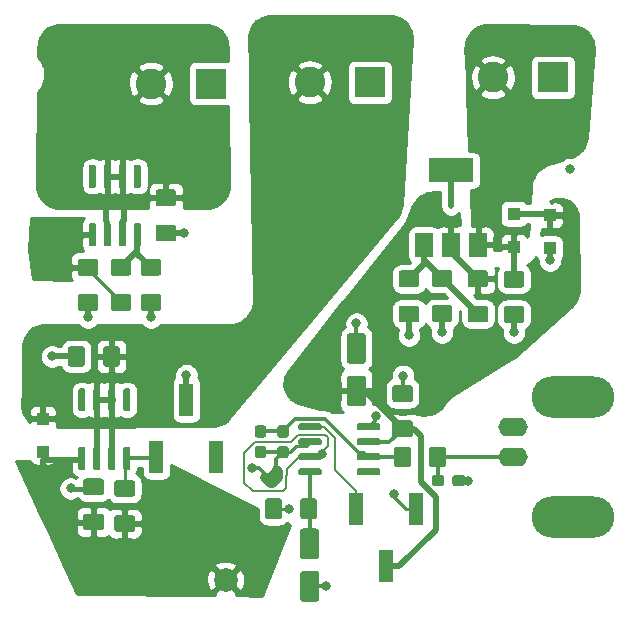
<source format=gbr>
G04 #@! TF.GenerationSoftware,KiCad,Pcbnew,(5.1.0)-1*
G04 #@! TF.CreationDate,2020-05-22T07:58:56-04:00*
G04 #@! TF.ProjectId,SiPMV4-30050,5369504d-5634-42d3-9330-3035302e6b69,rev?*
G04 #@! TF.SameCoordinates,Original*
G04 #@! TF.FileFunction,Copper,L1,Top*
G04 #@! TF.FilePolarity,Positive*
%FSLAX46Y46*%
G04 Gerber Fmt 4.6, Leading zero omitted, Abs format (unit mm)*
G04 Created by KiCad (PCBNEW (5.1.0)-1) date 2020-05-22 07:58:56*
%MOMM*%
%LPD*%
G04 APERTURE LIST*
%ADD10O,7.000000X3.500000*%
%ADD11O,2.500000X1.600000*%
%ADD12C,0.100000*%
%ADD13C,1.425000*%
%ADD14R,1.100000X1.100000*%
%ADD15C,2.000000*%
%ADD16C,0.600000*%
%ADD17R,1.190000X2.790000*%
%ADD18C,0.950000*%
%ADD19C,2.600000*%
%ADD20R,2.600000X2.600000*%
%ADD21C,1.600000*%
%ADD22R,3.800000X2.000000*%
%ADD23R,1.500000X2.000000*%
%ADD24C,0.800000*%
%ADD25C,0.400000*%
%ADD26C,0.500000*%
%ADD27C,0.350000*%
%ADD28C,0.250000*%
%ADD29C,0.200000*%
%ADD30C,0.300000*%
%ADD31C,0.750000*%
%ADD32C,0.254000*%
G04 APERTURE END LIST*
D10*
X185808620Y-48145700D03*
X185808620Y-58305700D03*
D11*
X180728620Y-53225700D03*
X180728620Y-50685700D03*
D12*
G36*
X160980384Y-56723244D02*
G01*
X161004653Y-56726844D01*
X161028451Y-56732805D01*
X161051551Y-56741070D01*
X161073729Y-56751560D01*
X161094773Y-56764173D01*
X161114478Y-56778787D01*
X161132657Y-56795263D01*
X161149133Y-56813442D01*
X161163747Y-56833147D01*
X161176360Y-56854191D01*
X161186850Y-56876369D01*
X161195115Y-56899469D01*
X161201076Y-56923267D01*
X161204676Y-56947536D01*
X161205880Y-56972040D01*
X161205880Y-58222040D01*
X161204676Y-58246544D01*
X161201076Y-58270813D01*
X161195115Y-58294611D01*
X161186850Y-58317711D01*
X161176360Y-58339889D01*
X161163747Y-58360933D01*
X161149133Y-58380638D01*
X161132657Y-58398817D01*
X161114478Y-58415293D01*
X161094773Y-58429907D01*
X161073729Y-58442520D01*
X161051551Y-58453010D01*
X161028451Y-58461275D01*
X161004653Y-58467236D01*
X160980384Y-58470836D01*
X160955880Y-58472040D01*
X160030880Y-58472040D01*
X160006376Y-58470836D01*
X159982107Y-58467236D01*
X159958309Y-58461275D01*
X159935209Y-58453010D01*
X159913031Y-58442520D01*
X159891987Y-58429907D01*
X159872282Y-58415293D01*
X159854103Y-58398817D01*
X159837627Y-58380638D01*
X159823013Y-58360933D01*
X159810400Y-58339889D01*
X159799910Y-58317711D01*
X159791645Y-58294611D01*
X159785684Y-58270813D01*
X159782084Y-58246544D01*
X159780880Y-58222040D01*
X159780880Y-56972040D01*
X159782084Y-56947536D01*
X159785684Y-56923267D01*
X159791645Y-56899469D01*
X159799910Y-56876369D01*
X159810400Y-56854191D01*
X159823013Y-56833147D01*
X159837627Y-56813442D01*
X159854103Y-56795263D01*
X159872282Y-56778787D01*
X159891987Y-56764173D01*
X159913031Y-56751560D01*
X159935209Y-56741070D01*
X159958309Y-56732805D01*
X159982107Y-56726844D01*
X160006376Y-56723244D01*
X160030880Y-56722040D01*
X160955880Y-56722040D01*
X160980384Y-56723244D01*
X160980384Y-56723244D01*
G37*
D13*
X160493380Y-57597040D03*
D12*
G36*
X163955384Y-56723244D02*
G01*
X163979653Y-56726844D01*
X164003451Y-56732805D01*
X164026551Y-56741070D01*
X164048729Y-56751560D01*
X164069773Y-56764173D01*
X164089478Y-56778787D01*
X164107657Y-56795263D01*
X164124133Y-56813442D01*
X164138747Y-56833147D01*
X164151360Y-56854191D01*
X164161850Y-56876369D01*
X164170115Y-56899469D01*
X164176076Y-56923267D01*
X164179676Y-56947536D01*
X164180880Y-56972040D01*
X164180880Y-58222040D01*
X164179676Y-58246544D01*
X164176076Y-58270813D01*
X164170115Y-58294611D01*
X164161850Y-58317711D01*
X164151360Y-58339889D01*
X164138747Y-58360933D01*
X164124133Y-58380638D01*
X164107657Y-58398817D01*
X164089478Y-58415293D01*
X164069773Y-58429907D01*
X164048729Y-58442520D01*
X164026551Y-58453010D01*
X164003451Y-58461275D01*
X163979653Y-58467236D01*
X163955384Y-58470836D01*
X163930880Y-58472040D01*
X163005880Y-58472040D01*
X162981376Y-58470836D01*
X162957107Y-58467236D01*
X162933309Y-58461275D01*
X162910209Y-58453010D01*
X162888031Y-58442520D01*
X162866987Y-58429907D01*
X162847282Y-58415293D01*
X162829103Y-58398817D01*
X162812627Y-58380638D01*
X162798013Y-58360933D01*
X162785400Y-58339889D01*
X162774910Y-58317711D01*
X162766645Y-58294611D01*
X162760684Y-58270813D01*
X162757084Y-58246544D01*
X162755880Y-58222040D01*
X162755880Y-56972040D01*
X162757084Y-56947536D01*
X162760684Y-56923267D01*
X162766645Y-56899469D01*
X162774910Y-56876369D01*
X162785400Y-56854191D01*
X162798013Y-56833147D01*
X162812627Y-56813442D01*
X162829103Y-56795263D01*
X162847282Y-56778787D01*
X162866987Y-56764173D01*
X162888031Y-56751560D01*
X162910209Y-56741070D01*
X162933309Y-56732805D01*
X162957107Y-56726844D01*
X162981376Y-56723244D01*
X163005880Y-56722040D01*
X163930880Y-56722040D01*
X163955384Y-56723244D01*
X163955384Y-56723244D01*
G37*
D13*
X163468380Y-57597040D03*
D14*
X140970000Y-49963500D03*
X140970000Y-52763500D03*
D12*
G36*
X144287504Y-43830204D02*
G01*
X144311773Y-43833804D01*
X144335571Y-43839765D01*
X144358671Y-43848030D01*
X144380849Y-43858520D01*
X144401893Y-43871133D01*
X144421598Y-43885747D01*
X144439777Y-43902223D01*
X144456253Y-43920402D01*
X144470867Y-43940107D01*
X144483480Y-43961151D01*
X144493970Y-43983329D01*
X144502235Y-44006429D01*
X144508196Y-44030227D01*
X144511796Y-44054496D01*
X144513000Y-44079000D01*
X144513000Y-45329000D01*
X144511796Y-45353504D01*
X144508196Y-45377773D01*
X144502235Y-45401571D01*
X144493970Y-45424671D01*
X144483480Y-45446849D01*
X144470867Y-45467893D01*
X144456253Y-45487598D01*
X144439777Y-45505777D01*
X144421598Y-45522253D01*
X144401893Y-45536867D01*
X144380849Y-45549480D01*
X144358671Y-45559970D01*
X144335571Y-45568235D01*
X144311773Y-45574196D01*
X144287504Y-45577796D01*
X144263000Y-45579000D01*
X143338000Y-45579000D01*
X143313496Y-45577796D01*
X143289227Y-45574196D01*
X143265429Y-45568235D01*
X143242329Y-45559970D01*
X143220151Y-45549480D01*
X143199107Y-45536867D01*
X143179402Y-45522253D01*
X143161223Y-45505777D01*
X143144747Y-45487598D01*
X143130133Y-45467893D01*
X143117520Y-45446849D01*
X143107030Y-45424671D01*
X143098765Y-45401571D01*
X143092804Y-45377773D01*
X143089204Y-45353504D01*
X143088000Y-45329000D01*
X143088000Y-44079000D01*
X143089204Y-44054496D01*
X143092804Y-44030227D01*
X143098765Y-44006429D01*
X143107030Y-43983329D01*
X143117520Y-43961151D01*
X143130133Y-43940107D01*
X143144747Y-43920402D01*
X143161223Y-43902223D01*
X143179402Y-43885747D01*
X143199107Y-43871133D01*
X143220151Y-43858520D01*
X143242329Y-43848030D01*
X143265429Y-43839765D01*
X143289227Y-43833804D01*
X143313496Y-43830204D01*
X143338000Y-43829000D01*
X144263000Y-43829000D01*
X144287504Y-43830204D01*
X144287504Y-43830204D01*
G37*
D13*
X143800500Y-44704000D03*
D12*
G36*
X147262504Y-43830204D02*
G01*
X147286773Y-43833804D01*
X147310571Y-43839765D01*
X147333671Y-43848030D01*
X147355849Y-43858520D01*
X147376893Y-43871133D01*
X147396598Y-43885747D01*
X147414777Y-43902223D01*
X147431253Y-43920402D01*
X147445867Y-43940107D01*
X147458480Y-43961151D01*
X147468970Y-43983329D01*
X147477235Y-44006429D01*
X147483196Y-44030227D01*
X147486796Y-44054496D01*
X147488000Y-44079000D01*
X147488000Y-45329000D01*
X147486796Y-45353504D01*
X147483196Y-45377773D01*
X147477235Y-45401571D01*
X147468970Y-45424671D01*
X147458480Y-45446849D01*
X147445867Y-45467893D01*
X147431253Y-45487598D01*
X147414777Y-45505777D01*
X147396598Y-45522253D01*
X147376893Y-45536867D01*
X147355849Y-45549480D01*
X147333671Y-45559970D01*
X147310571Y-45568235D01*
X147286773Y-45574196D01*
X147262504Y-45577796D01*
X147238000Y-45579000D01*
X146313000Y-45579000D01*
X146288496Y-45577796D01*
X146264227Y-45574196D01*
X146240429Y-45568235D01*
X146217329Y-45559970D01*
X146195151Y-45549480D01*
X146174107Y-45536867D01*
X146154402Y-45522253D01*
X146136223Y-45505777D01*
X146119747Y-45487598D01*
X146105133Y-45467893D01*
X146092520Y-45446849D01*
X146082030Y-45424671D01*
X146073765Y-45401571D01*
X146067804Y-45377773D01*
X146064204Y-45353504D01*
X146063000Y-45329000D01*
X146063000Y-44079000D01*
X146064204Y-44054496D01*
X146067804Y-44030227D01*
X146073765Y-44006429D01*
X146082030Y-43983329D01*
X146092520Y-43961151D01*
X146105133Y-43940107D01*
X146119747Y-43920402D01*
X146136223Y-43902223D01*
X146154402Y-43885747D01*
X146174107Y-43871133D01*
X146195151Y-43858520D01*
X146217329Y-43848030D01*
X146240429Y-43839765D01*
X146264227Y-43833804D01*
X146288496Y-43830204D01*
X146313000Y-43829000D01*
X147238000Y-43829000D01*
X147262504Y-43830204D01*
X147262504Y-43830204D01*
G37*
D13*
X146775500Y-44704000D03*
D15*
X156438600Y-63624460D03*
D12*
G36*
X144436703Y-47415722D02*
G01*
X144451264Y-47417882D01*
X144465543Y-47421459D01*
X144479403Y-47426418D01*
X144492710Y-47432712D01*
X144505336Y-47440280D01*
X144517159Y-47449048D01*
X144528066Y-47458934D01*
X144537952Y-47469841D01*
X144546720Y-47481664D01*
X144554288Y-47494290D01*
X144560582Y-47507597D01*
X144565541Y-47521457D01*
X144569118Y-47535736D01*
X144571278Y-47550297D01*
X144572000Y-47565000D01*
X144572000Y-49215000D01*
X144571278Y-49229703D01*
X144569118Y-49244264D01*
X144565541Y-49258543D01*
X144560582Y-49272403D01*
X144554288Y-49285710D01*
X144546720Y-49298336D01*
X144537952Y-49310159D01*
X144528066Y-49321066D01*
X144517159Y-49330952D01*
X144505336Y-49339720D01*
X144492710Y-49347288D01*
X144479403Y-49353582D01*
X144465543Y-49358541D01*
X144451264Y-49362118D01*
X144436703Y-49364278D01*
X144422000Y-49365000D01*
X144122000Y-49365000D01*
X144107297Y-49364278D01*
X144092736Y-49362118D01*
X144078457Y-49358541D01*
X144064597Y-49353582D01*
X144051290Y-49347288D01*
X144038664Y-49339720D01*
X144026841Y-49330952D01*
X144015934Y-49321066D01*
X144006048Y-49310159D01*
X143997280Y-49298336D01*
X143989712Y-49285710D01*
X143983418Y-49272403D01*
X143978459Y-49258543D01*
X143974882Y-49244264D01*
X143972722Y-49229703D01*
X143972000Y-49215000D01*
X143972000Y-47565000D01*
X143972722Y-47550297D01*
X143974882Y-47535736D01*
X143978459Y-47521457D01*
X143983418Y-47507597D01*
X143989712Y-47494290D01*
X143997280Y-47481664D01*
X144006048Y-47469841D01*
X144015934Y-47458934D01*
X144026841Y-47449048D01*
X144038664Y-47440280D01*
X144051290Y-47432712D01*
X144064597Y-47426418D01*
X144078457Y-47421459D01*
X144092736Y-47417882D01*
X144107297Y-47415722D01*
X144122000Y-47415000D01*
X144422000Y-47415000D01*
X144436703Y-47415722D01*
X144436703Y-47415722D01*
G37*
D16*
X144272000Y-48390000D03*
D12*
G36*
X145706703Y-47415722D02*
G01*
X145721264Y-47417882D01*
X145735543Y-47421459D01*
X145749403Y-47426418D01*
X145762710Y-47432712D01*
X145775336Y-47440280D01*
X145787159Y-47449048D01*
X145798066Y-47458934D01*
X145807952Y-47469841D01*
X145816720Y-47481664D01*
X145824288Y-47494290D01*
X145830582Y-47507597D01*
X145835541Y-47521457D01*
X145839118Y-47535736D01*
X145841278Y-47550297D01*
X145842000Y-47565000D01*
X145842000Y-49215000D01*
X145841278Y-49229703D01*
X145839118Y-49244264D01*
X145835541Y-49258543D01*
X145830582Y-49272403D01*
X145824288Y-49285710D01*
X145816720Y-49298336D01*
X145807952Y-49310159D01*
X145798066Y-49321066D01*
X145787159Y-49330952D01*
X145775336Y-49339720D01*
X145762710Y-49347288D01*
X145749403Y-49353582D01*
X145735543Y-49358541D01*
X145721264Y-49362118D01*
X145706703Y-49364278D01*
X145692000Y-49365000D01*
X145392000Y-49365000D01*
X145377297Y-49364278D01*
X145362736Y-49362118D01*
X145348457Y-49358541D01*
X145334597Y-49353582D01*
X145321290Y-49347288D01*
X145308664Y-49339720D01*
X145296841Y-49330952D01*
X145285934Y-49321066D01*
X145276048Y-49310159D01*
X145267280Y-49298336D01*
X145259712Y-49285710D01*
X145253418Y-49272403D01*
X145248459Y-49258543D01*
X145244882Y-49244264D01*
X145242722Y-49229703D01*
X145242000Y-49215000D01*
X145242000Y-47565000D01*
X145242722Y-47550297D01*
X145244882Y-47535736D01*
X145248459Y-47521457D01*
X145253418Y-47507597D01*
X145259712Y-47494290D01*
X145267280Y-47481664D01*
X145276048Y-47469841D01*
X145285934Y-47458934D01*
X145296841Y-47449048D01*
X145308664Y-47440280D01*
X145321290Y-47432712D01*
X145334597Y-47426418D01*
X145348457Y-47421459D01*
X145362736Y-47417882D01*
X145377297Y-47415722D01*
X145392000Y-47415000D01*
X145692000Y-47415000D01*
X145706703Y-47415722D01*
X145706703Y-47415722D01*
G37*
D16*
X145542000Y-48390000D03*
D12*
G36*
X146976703Y-47415722D02*
G01*
X146991264Y-47417882D01*
X147005543Y-47421459D01*
X147019403Y-47426418D01*
X147032710Y-47432712D01*
X147045336Y-47440280D01*
X147057159Y-47449048D01*
X147068066Y-47458934D01*
X147077952Y-47469841D01*
X147086720Y-47481664D01*
X147094288Y-47494290D01*
X147100582Y-47507597D01*
X147105541Y-47521457D01*
X147109118Y-47535736D01*
X147111278Y-47550297D01*
X147112000Y-47565000D01*
X147112000Y-49215000D01*
X147111278Y-49229703D01*
X147109118Y-49244264D01*
X147105541Y-49258543D01*
X147100582Y-49272403D01*
X147094288Y-49285710D01*
X147086720Y-49298336D01*
X147077952Y-49310159D01*
X147068066Y-49321066D01*
X147057159Y-49330952D01*
X147045336Y-49339720D01*
X147032710Y-49347288D01*
X147019403Y-49353582D01*
X147005543Y-49358541D01*
X146991264Y-49362118D01*
X146976703Y-49364278D01*
X146962000Y-49365000D01*
X146662000Y-49365000D01*
X146647297Y-49364278D01*
X146632736Y-49362118D01*
X146618457Y-49358541D01*
X146604597Y-49353582D01*
X146591290Y-49347288D01*
X146578664Y-49339720D01*
X146566841Y-49330952D01*
X146555934Y-49321066D01*
X146546048Y-49310159D01*
X146537280Y-49298336D01*
X146529712Y-49285710D01*
X146523418Y-49272403D01*
X146518459Y-49258543D01*
X146514882Y-49244264D01*
X146512722Y-49229703D01*
X146512000Y-49215000D01*
X146512000Y-47565000D01*
X146512722Y-47550297D01*
X146514882Y-47535736D01*
X146518459Y-47521457D01*
X146523418Y-47507597D01*
X146529712Y-47494290D01*
X146537280Y-47481664D01*
X146546048Y-47469841D01*
X146555934Y-47458934D01*
X146566841Y-47449048D01*
X146578664Y-47440280D01*
X146591290Y-47432712D01*
X146604597Y-47426418D01*
X146618457Y-47421459D01*
X146632736Y-47417882D01*
X146647297Y-47415722D01*
X146662000Y-47415000D01*
X146962000Y-47415000D01*
X146976703Y-47415722D01*
X146976703Y-47415722D01*
G37*
D16*
X146812000Y-48390000D03*
D12*
G36*
X148246703Y-47415722D02*
G01*
X148261264Y-47417882D01*
X148275543Y-47421459D01*
X148289403Y-47426418D01*
X148302710Y-47432712D01*
X148315336Y-47440280D01*
X148327159Y-47449048D01*
X148338066Y-47458934D01*
X148347952Y-47469841D01*
X148356720Y-47481664D01*
X148364288Y-47494290D01*
X148370582Y-47507597D01*
X148375541Y-47521457D01*
X148379118Y-47535736D01*
X148381278Y-47550297D01*
X148382000Y-47565000D01*
X148382000Y-49215000D01*
X148381278Y-49229703D01*
X148379118Y-49244264D01*
X148375541Y-49258543D01*
X148370582Y-49272403D01*
X148364288Y-49285710D01*
X148356720Y-49298336D01*
X148347952Y-49310159D01*
X148338066Y-49321066D01*
X148327159Y-49330952D01*
X148315336Y-49339720D01*
X148302710Y-49347288D01*
X148289403Y-49353582D01*
X148275543Y-49358541D01*
X148261264Y-49362118D01*
X148246703Y-49364278D01*
X148232000Y-49365000D01*
X147932000Y-49365000D01*
X147917297Y-49364278D01*
X147902736Y-49362118D01*
X147888457Y-49358541D01*
X147874597Y-49353582D01*
X147861290Y-49347288D01*
X147848664Y-49339720D01*
X147836841Y-49330952D01*
X147825934Y-49321066D01*
X147816048Y-49310159D01*
X147807280Y-49298336D01*
X147799712Y-49285710D01*
X147793418Y-49272403D01*
X147788459Y-49258543D01*
X147784882Y-49244264D01*
X147782722Y-49229703D01*
X147782000Y-49215000D01*
X147782000Y-47565000D01*
X147782722Y-47550297D01*
X147784882Y-47535736D01*
X147788459Y-47521457D01*
X147793418Y-47507597D01*
X147799712Y-47494290D01*
X147807280Y-47481664D01*
X147816048Y-47469841D01*
X147825934Y-47458934D01*
X147836841Y-47449048D01*
X147848664Y-47440280D01*
X147861290Y-47432712D01*
X147874597Y-47426418D01*
X147888457Y-47421459D01*
X147902736Y-47417882D01*
X147917297Y-47415722D01*
X147932000Y-47415000D01*
X148232000Y-47415000D01*
X148246703Y-47415722D01*
X148246703Y-47415722D01*
G37*
D16*
X148082000Y-48390000D03*
D12*
G36*
X148246703Y-52365722D02*
G01*
X148261264Y-52367882D01*
X148275543Y-52371459D01*
X148289403Y-52376418D01*
X148302710Y-52382712D01*
X148315336Y-52390280D01*
X148327159Y-52399048D01*
X148338066Y-52408934D01*
X148347952Y-52419841D01*
X148356720Y-52431664D01*
X148364288Y-52444290D01*
X148370582Y-52457597D01*
X148375541Y-52471457D01*
X148379118Y-52485736D01*
X148381278Y-52500297D01*
X148382000Y-52515000D01*
X148382000Y-54165000D01*
X148381278Y-54179703D01*
X148379118Y-54194264D01*
X148375541Y-54208543D01*
X148370582Y-54222403D01*
X148364288Y-54235710D01*
X148356720Y-54248336D01*
X148347952Y-54260159D01*
X148338066Y-54271066D01*
X148327159Y-54280952D01*
X148315336Y-54289720D01*
X148302710Y-54297288D01*
X148289403Y-54303582D01*
X148275543Y-54308541D01*
X148261264Y-54312118D01*
X148246703Y-54314278D01*
X148232000Y-54315000D01*
X147932000Y-54315000D01*
X147917297Y-54314278D01*
X147902736Y-54312118D01*
X147888457Y-54308541D01*
X147874597Y-54303582D01*
X147861290Y-54297288D01*
X147848664Y-54289720D01*
X147836841Y-54280952D01*
X147825934Y-54271066D01*
X147816048Y-54260159D01*
X147807280Y-54248336D01*
X147799712Y-54235710D01*
X147793418Y-54222403D01*
X147788459Y-54208543D01*
X147784882Y-54194264D01*
X147782722Y-54179703D01*
X147782000Y-54165000D01*
X147782000Y-52515000D01*
X147782722Y-52500297D01*
X147784882Y-52485736D01*
X147788459Y-52471457D01*
X147793418Y-52457597D01*
X147799712Y-52444290D01*
X147807280Y-52431664D01*
X147816048Y-52419841D01*
X147825934Y-52408934D01*
X147836841Y-52399048D01*
X147848664Y-52390280D01*
X147861290Y-52382712D01*
X147874597Y-52376418D01*
X147888457Y-52371459D01*
X147902736Y-52367882D01*
X147917297Y-52365722D01*
X147932000Y-52365000D01*
X148232000Y-52365000D01*
X148246703Y-52365722D01*
X148246703Y-52365722D01*
G37*
D16*
X148082000Y-53340000D03*
D12*
G36*
X146976703Y-52365722D02*
G01*
X146991264Y-52367882D01*
X147005543Y-52371459D01*
X147019403Y-52376418D01*
X147032710Y-52382712D01*
X147045336Y-52390280D01*
X147057159Y-52399048D01*
X147068066Y-52408934D01*
X147077952Y-52419841D01*
X147086720Y-52431664D01*
X147094288Y-52444290D01*
X147100582Y-52457597D01*
X147105541Y-52471457D01*
X147109118Y-52485736D01*
X147111278Y-52500297D01*
X147112000Y-52515000D01*
X147112000Y-54165000D01*
X147111278Y-54179703D01*
X147109118Y-54194264D01*
X147105541Y-54208543D01*
X147100582Y-54222403D01*
X147094288Y-54235710D01*
X147086720Y-54248336D01*
X147077952Y-54260159D01*
X147068066Y-54271066D01*
X147057159Y-54280952D01*
X147045336Y-54289720D01*
X147032710Y-54297288D01*
X147019403Y-54303582D01*
X147005543Y-54308541D01*
X146991264Y-54312118D01*
X146976703Y-54314278D01*
X146962000Y-54315000D01*
X146662000Y-54315000D01*
X146647297Y-54314278D01*
X146632736Y-54312118D01*
X146618457Y-54308541D01*
X146604597Y-54303582D01*
X146591290Y-54297288D01*
X146578664Y-54289720D01*
X146566841Y-54280952D01*
X146555934Y-54271066D01*
X146546048Y-54260159D01*
X146537280Y-54248336D01*
X146529712Y-54235710D01*
X146523418Y-54222403D01*
X146518459Y-54208543D01*
X146514882Y-54194264D01*
X146512722Y-54179703D01*
X146512000Y-54165000D01*
X146512000Y-52515000D01*
X146512722Y-52500297D01*
X146514882Y-52485736D01*
X146518459Y-52471457D01*
X146523418Y-52457597D01*
X146529712Y-52444290D01*
X146537280Y-52431664D01*
X146546048Y-52419841D01*
X146555934Y-52408934D01*
X146566841Y-52399048D01*
X146578664Y-52390280D01*
X146591290Y-52382712D01*
X146604597Y-52376418D01*
X146618457Y-52371459D01*
X146632736Y-52367882D01*
X146647297Y-52365722D01*
X146662000Y-52365000D01*
X146962000Y-52365000D01*
X146976703Y-52365722D01*
X146976703Y-52365722D01*
G37*
D16*
X146812000Y-53340000D03*
D12*
G36*
X145706703Y-52365722D02*
G01*
X145721264Y-52367882D01*
X145735543Y-52371459D01*
X145749403Y-52376418D01*
X145762710Y-52382712D01*
X145775336Y-52390280D01*
X145787159Y-52399048D01*
X145798066Y-52408934D01*
X145807952Y-52419841D01*
X145816720Y-52431664D01*
X145824288Y-52444290D01*
X145830582Y-52457597D01*
X145835541Y-52471457D01*
X145839118Y-52485736D01*
X145841278Y-52500297D01*
X145842000Y-52515000D01*
X145842000Y-54165000D01*
X145841278Y-54179703D01*
X145839118Y-54194264D01*
X145835541Y-54208543D01*
X145830582Y-54222403D01*
X145824288Y-54235710D01*
X145816720Y-54248336D01*
X145807952Y-54260159D01*
X145798066Y-54271066D01*
X145787159Y-54280952D01*
X145775336Y-54289720D01*
X145762710Y-54297288D01*
X145749403Y-54303582D01*
X145735543Y-54308541D01*
X145721264Y-54312118D01*
X145706703Y-54314278D01*
X145692000Y-54315000D01*
X145392000Y-54315000D01*
X145377297Y-54314278D01*
X145362736Y-54312118D01*
X145348457Y-54308541D01*
X145334597Y-54303582D01*
X145321290Y-54297288D01*
X145308664Y-54289720D01*
X145296841Y-54280952D01*
X145285934Y-54271066D01*
X145276048Y-54260159D01*
X145267280Y-54248336D01*
X145259712Y-54235710D01*
X145253418Y-54222403D01*
X145248459Y-54208543D01*
X145244882Y-54194264D01*
X145242722Y-54179703D01*
X145242000Y-54165000D01*
X145242000Y-52515000D01*
X145242722Y-52500297D01*
X145244882Y-52485736D01*
X145248459Y-52471457D01*
X145253418Y-52457597D01*
X145259712Y-52444290D01*
X145267280Y-52431664D01*
X145276048Y-52419841D01*
X145285934Y-52408934D01*
X145296841Y-52399048D01*
X145308664Y-52390280D01*
X145321290Y-52382712D01*
X145334597Y-52376418D01*
X145348457Y-52371459D01*
X145362736Y-52367882D01*
X145377297Y-52365722D01*
X145392000Y-52365000D01*
X145692000Y-52365000D01*
X145706703Y-52365722D01*
X145706703Y-52365722D01*
G37*
D16*
X145542000Y-53340000D03*
D12*
G36*
X144436703Y-52365722D02*
G01*
X144451264Y-52367882D01*
X144465543Y-52371459D01*
X144479403Y-52376418D01*
X144492710Y-52382712D01*
X144505336Y-52390280D01*
X144517159Y-52399048D01*
X144528066Y-52408934D01*
X144537952Y-52419841D01*
X144546720Y-52431664D01*
X144554288Y-52444290D01*
X144560582Y-52457597D01*
X144565541Y-52471457D01*
X144569118Y-52485736D01*
X144571278Y-52500297D01*
X144572000Y-52515000D01*
X144572000Y-54165000D01*
X144571278Y-54179703D01*
X144569118Y-54194264D01*
X144565541Y-54208543D01*
X144560582Y-54222403D01*
X144554288Y-54235710D01*
X144546720Y-54248336D01*
X144537952Y-54260159D01*
X144528066Y-54271066D01*
X144517159Y-54280952D01*
X144505336Y-54289720D01*
X144492710Y-54297288D01*
X144479403Y-54303582D01*
X144465543Y-54308541D01*
X144451264Y-54312118D01*
X144436703Y-54314278D01*
X144422000Y-54315000D01*
X144122000Y-54315000D01*
X144107297Y-54314278D01*
X144092736Y-54312118D01*
X144078457Y-54308541D01*
X144064597Y-54303582D01*
X144051290Y-54297288D01*
X144038664Y-54289720D01*
X144026841Y-54280952D01*
X144015934Y-54271066D01*
X144006048Y-54260159D01*
X143997280Y-54248336D01*
X143989712Y-54235710D01*
X143983418Y-54222403D01*
X143978459Y-54208543D01*
X143974882Y-54194264D01*
X143972722Y-54179703D01*
X143972000Y-54165000D01*
X143972000Y-52515000D01*
X143972722Y-52500297D01*
X143974882Y-52485736D01*
X143978459Y-52471457D01*
X143983418Y-52457597D01*
X143989712Y-52444290D01*
X143997280Y-52431664D01*
X144006048Y-52419841D01*
X144015934Y-52408934D01*
X144026841Y-52399048D01*
X144038664Y-52390280D01*
X144051290Y-52382712D01*
X144064597Y-52376418D01*
X144078457Y-52371459D01*
X144092736Y-52367882D01*
X144107297Y-52365722D01*
X144122000Y-52365000D01*
X144422000Y-52365000D01*
X144436703Y-52365722D01*
X144436703Y-52365722D01*
G37*
D16*
X144272000Y-53340000D03*
D12*
G36*
X169368703Y-50373722D02*
G01*
X169383264Y-50375882D01*
X169397543Y-50379459D01*
X169411403Y-50384418D01*
X169424710Y-50390712D01*
X169437336Y-50398280D01*
X169449159Y-50407048D01*
X169460066Y-50416934D01*
X169469952Y-50427841D01*
X169478720Y-50439664D01*
X169486288Y-50452290D01*
X169492582Y-50465597D01*
X169497541Y-50479457D01*
X169501118Y-50493736D01*
X169503278Y-50508297D01*
X169504000Y-50523000D01*
X169504000Y-50823000D01*
X169503278Y-50837703D01*
X169501118Y-50852264D01*
X169497541Y-50866543D01*
X169492582Y-50880403D01*
X169486288Y-50893710D01*
X169478720Y-50906336D01*
X169469952Y-50918159D01*
X169460066Y-50929066D01*
X169449159Y-50938952D01*
X169437336Y-50947720D01*
X169424710Y-50955288D01*
X169411403Y-50961582D01*
X169397543Y-50966541D01*
X169383264Y-50970118D01*
X169368703Y-50972278D01*
X169354000Y-50973000D01*
X167704000Y-50973000D01*
X167689297Y-50972278D01*
X167674736Y-50970118D01*
X167660457Y-50966541D01*
X167646597Y-50961582D01*
X167633290Y-50955288D01*
X167620664Y-50947720D01*
X167608841Y-50938952D01*
X167597934Y-50929066D01*
X167588048Y-50918159D01*
X167579280Y-50906336D01*
X167571712Y-50893710D01*
X167565418Y-50880403D01*
X167560459Y-50866543D01*
X167556882Y-50852264D01*
X167554722Y-50837703D01*
X167554000Y-50823000D01*
X167554000Y-50523000D01*
X167554722Y-50508297D01*
X167556882Y-50493736D01*
X167560459Y-50479457D01*
X167565418Y-50465597D01*
X167571712Y-50452290D01*
X167579280Y-50439664D01*
X167588048Y-50427841D01*
X167597934Y-50416934D01*
X167608841Y-50407048D01*
X167620664Y-50398280D01*
X167633290Y-50390712D01*
X167646597Y-50384418D01*
X167660457Y-50379459D01*
X167674736Y-50375882D01*
X167689297Y-50373722D01*
X167704000Y-50373000D01*
X169354000Y-50373000D01*
X169368703Y-50373722D01*
X169368703Y-50373722D01*
G37*
D16*
X168529000Y-50673000D03*
D12*
G36*
X169368703Y-51643722D02*
G01*
X169383264Y-51645882D01*
X169397543Y-51649459D01*
X169411403Y-51654418D01*
X169424710Y-51660712D01*
X169437336Y-51668280D01*
X169449159Y-51677048D01*
X169460066Y-51686934D01*
X169469952Y-51697841D01*
X169478720Y-51709664D01*
X169486288Y-51722290D01*
X169492582Y-51735597D01*
X169497541Y-51749457D01*
X169501118Y-51763736D01*
X169503278Y-51778297D01*
X169504000Y-51793000D01*
X169504000Y-52093000D01*
X169503278Y-52107703D01*
X169501118Y-52122264D01*
X169497541Y-52136543D01*
X169492582Y-52150403D01*
X169486288Y-52163710D01*
X169478720Y-52176336D01*
X169469952Y-52188159D01*
X169460066Y-52199066D01*
X169449159Y-52208952D01*
X169437336Y-52217720D01*
X169424710Y-52225288D01*
X169411403Y-52231582D01*
X169397543Y-52236541D01*
X169383264Y-52240118D01*
X169368703Y-52242278D01*
X169354000Y-52243000D01*
X167704000Y-52243000D01*
X167689297Y-52242278D01*
X167674736Y-52240118D01*
X167660457Y-52236541D01*
X167646597Y-52231582D01*
X167633290Y-52225288D01*
X167620664Y-52217720D01*
X167608841Y-52208952D01*
X167597934Y-52199066D01*
X167588048Y-52188159D01*
X167579280Y-52176336D01*
X167571712Y-52163710D01*
X167565418Y-52150403D01*
X167560459Y-52136543D01*
X167556882Y-52122264D01*
X167554722Y-52107703D01*
X167554000Y-52093000D01*
X167554000Y-51793000D01*
X167554722Y-51778297D01*
X167556882Y-51763736D01*
X167560459Y-51749457D01*
X167565418Y-51735597D01*
X167571712Y-51722290D01*
X167579280Y-51709664D01*
X167588048Y-51697841D01*
X167597934Y-51686934D01*
X167608841Y-51677048D01*
X167620664Y-51668280D01*
X167633290Y-51660712D01*
X167646597Y-51654418D01*
X167660457Y-51649459D01*
X167674736Y-51645882D01*
X167689297Y-51643722D01*
X167704000Y-51643000D01*
X169354000Y-51643000D01*
X169368703Y-51643722D01*
X169368703Y-51643722D01*
G37*
D16*
X168529000Y-51943000D03*
D12*
G36*
X169368703Y-52913722D02*
G01*
X169383264Y-52915882D01*
X169397543Y-52919459D01*
X169411403Y-52924418D01*
X169424710Y-52930712D01*
X169437336Y-52938280D01*
X169449159Y-52947048D01*
X169460066Y-52956934D01*
X169469952Y-52967841D01*
X169478720Y-52979664D01*
X169486288Y-52992290D01*
X169492582Y-53005597D01*
X169497541Y-53019457D01*
X169501118Y-53033736D01*
X169503278Y-53048297D01*
X169504000Y-53063000D01*
X169504000Y-53363000D01*
X169503278Y-53377703D01*
X169501118Y-53392264D01*
X169497541Y-53406543D01*
X169492582Y-53420403D01*
X169486288Y-53433710D01*
X169478720Y-53446336D01*
X169469952Y-53458159D01*
X169460066Y-53469066D01*
X169449159Y-53478952D01*
X169437336Y-53487720D01*
X169424710Y-53495288D01*
X169411403Y-53501582D01*
X169397543Y-53506541D01*
X169383264Y-53510118D01*
X169368703Y-53512278D01*
X169354000Y-53513000D01*
X167704000Y-53513000D01*
X167689297Y-53512278D01*
X167674736Y-53510118D01*
X167660457Y-53506541D01*
X167646597Y-53501582D01*
X167633290Y-53495288D01*
X167620664Y-53487720D01*
X167608841Y-53478952D01*
X167597934Y-53469066D01*
X167588048Y-53458159D01*
X167579280Y-53446336D01*
X167571712Y-53433710D01*
X167565418Y-53420403D01*
X167560459Y-53406543D01*
X167556882Y-53392264D01*
X167554722Y-53377703D01*
X167554000Y-53363000D01*
X167554000Y-53063000D01*
X167554722Y-53048297D01*
X167556882Y-53033736D01*
X167560459Y-53019457D01*
X167565418Y-53005597D01*
X167571712Y-52992290D01*
X167579280Y-52979664D01*
X167588048Y-52967841D01*
X167597934Y-52956934D01*
X167608841Y-52947048D01*
X167620664Y-52938280D01*
X167633290Y-52930712D01*
X167646597Y-52924418D01*
X167660457Y-52919459D01*
X167674736Y-52915882D01*
X167689297Y-52913722D01*
X167704000Y-52913000D01*
X169354000Y-52913000D01*
X169368703Y-52913722D01*
X169368703Y-52913722D01*
G37*
D16*
X168529000Y-53213000D03*
D12*
G36*
X169368703Y-54183722D02*
G01*
X169383264Y-54185882D01*
X169397543Y-54189459D01*
X169411403Y-54194418D01*
X169424710Y-54200712D01*
X169437336Y-54208280D01*
X169449159Y-54217048D01*
X169460066Y-54226934D01*
X169469952Y-54237841D01*
X169478720Y-54249664D01*
X169486288Y-54262290D01*
X169492582Y-54275597D01*
X169497541Y-54289457D01*
X169501118Y-54303736D01*
X169503278Y-54318297D01*
X169504000Y-54333000D01*
X169504000Y-54633000D01*
X169503278Y-54647703D01*
X169501118Y-54662264D01*
X169497541Y-54676543D01*
X169492582Y-54690403D01*
X169486288Y-54703710D01*
X169478720Y-54716336D01*
X169469952Y-54728159D01*
X169460066Y-54739066D01*
X169449159Y-54748952D01*
X169437336Y-54757720D01*
X169424710Y-54765288D01*
X169411403Y-54771582D01*
X169397543Y-54776541D01*
X169383264Y-54780118D01*
X169368703Y-54782278D01*
X169354000Y-54783000D01*
X167704000Y-54783000D01*
X167689297Y-54782278D01*
X167674736Y-54780118D01*
X167660457Y-54776541D01*
X167646597Y-54771582D01*
X167633290Y-54765288D01*
X167620664Y-54757720D01*
X167608841Y-54748952D01*
X167597934Y-54739066D01*
X167588048Y-54728159D01*
X167579280Y-54716336D01*
X167571712Y-54703710D01*
X167565418Y-54690403D01*
X167560459Y-54676543D01*
X167556882Y-54662264D01*
X167554722Y-54647703D01*
X167554000Y-54633000D01*
X167554000Y-54333000D01*
X167554722Y-54318297D01*
X167556882Y-54303736D01*
X167560459Y-54289457D01*
X167565418Y-54275597D01*
X167571712Y-54262290D01*
X167579280Y-54249664D01*
X167588048Y-54237841D01*
X167597934Y-54226934D01*
X167608841Y-54217048D01*
X167620664Y-54208280D01*
X167633290Y-54200712D01*
X167646597Y-54194418D01*
X167660457Y-54189459D01*
X167674736Y-54185882D01*
X167689297Y-54183722D01*
X167704000Y-54183000D01*
X169354000Y-54183000D01*
X169368703Y-54183722D01*
X169368703Y-54183722D01*
G37*
D16*
X168529000Y-54483000D03*
D12*
G36*
X164418703Y-54183722D02*
G01*
X164433264Y-54185882D01*
X164447543Y-54189459D01*
X164461403Y-54194418D01*
X164474710Y-54200712D01*
X164487336Y-54208280D01*
X164499159Y-54217048D01*
X164510066Y-54226934D01*
X164519952Y-54237841D01*
X164528720Y-54249664D01*
X164536288Y-54262290D01*
X164542582Y-54275597D01*
X164547541Y-54289457D01*
X164551118Y-54303736D01*
X164553278Y-54318297D01*
X164554000Y-54333000D01*
X164554000Y-54633000D01*
X164553278Y-54647703D01*
X164551118Y-54662264D01*
X164547541Y-54676543D01*
X164542582Y-54690403D01*
X164536288Y-54703710D01*
X164528720Y-54716336D01*
X164519952Y-54728159D01*
X164510066Y-54739066D01*
X164499159Y-54748952D01*
X164487336Y-54757720D01*
X164474710Y-54765288D01*
X164461403Y-54771582D01*
X164447543Y-54776541D01*
X164433264Y-54780118D01*
X164418703Y-54782278D01*
X164404000Y-54783000D01*
X162754000Y-54783000D01*
X162739297Y-54782278D01*
X162724736Y-54780118D01*
X162710457Y-54776541D01*
X162696597Y-54771582D01*
X162683290Y-54765288D01*
X162670664Y-54757720D01*
X162658841Y-54748952D01*
X162647934Y-54739066D01*
X162638048Y-54728159D01*
X162629280Y-54716336D01*
X162621712Y-54703710D01*
X162615418Y-54690403D01*
X162610459Y-54676543D01*
X162606882Y-54662264D01*
X162604722Y-54647703D01*
X162604000Y-54633000D01*
X162604000Y-54333000D01*
X162604722Y-54318297D01*
X162606882Y-54303736D01*
X162610459Y-54289457D01*
X162615418Y-54275597D01*
X162621712Y-54262290D01*
X162629280Y-54249664D01*
X162638048Y-54237841D01*
X162647934Y-54226934D01*
X162658841Y-54217048D01*
X162670664Y-54208280D01*
X162683290Y-54200712D01*
X162696597Y-54194418D01*
X162710457Y-54189459D01*
X162724736Y-54185882D01*
X162739297Y-54183722D01*
X162754000Y-54183000D01*
X164404000Y-54183000D01*
X164418703Y-54183722D01*
X164418703Y-54183722D01*
G37*
D16*
X163579000Y-54483000D03*
D12*
G36*
X164418703Y-52913722D02*
G01*
X164433264Y-52915882D01*
X164447543Y-52919459D01*
X164461403Y-52924418D01*
X164474710Y-52930712D01*
X164487336Y-52938280D01*
X164499159Y-52947048D01*
X164510066Y-52956934D01*
X164519952Y-52967841D01*
X164528720Y-52979664D01*
X164536288Y-52992290D01*
X164542582Y-53005597D01*
X164547541Y-53019457D01*
X164551118Y-53033736D01*
X164553278Y-53048297D01*
X164554000Y-53063000D01*
X164554000Y-53363000D01*
X164553278Y-53377703D01*
X164551118Y-53392264D01*
X164547541Y-53406543D01*
X164542582Y-53420403D01*
X164536288Y-53433710D01*
X164528720Y-53446336D01*
X164519952Y-53458159D01*
X164510066Y-53469066D01*
X164499159Y-53478952D01*
X164487336Y-53487720D01*
X164474710Y-53495288D01*
X164461403Y-53501582D01*
X164447543Y-53506541D01*
X164433264Y-53510118D01*
X164418703Y-53512278D01*
X164404000Y-53513000D01*
X162754000Y-53513000D01*
X162739297Y-53512278D01*
X162724736Y-53510118D01*
X162710457Y-53506541D01*
X162696597Y-53501582D01*
X162683290Y-53495288D01*
X162670664Y-53487720D01*
X162658841Y-53478952D01*
X162647934Y-53469066D01*
X162638048Y-53458159D01*
X162629280Y-53446336D01*
X162621712Y-53433710D01*
X162615418Y-53420403D01*
X162610459Y-53406543D01*
X162606882Y-53392264D01*
X162604722Y-53377703D01*
X162604000Y-53363000D01*
X162604000Y-53063000D01*
X162604722Y-53048297D01*
X162606882Y-53033736D01*
X162610459Y-53019457D01*
X162615418Y-53005597D01*
X162621712Y-52992290D01*
X162629280Y-52979664D01*
X162638048Y-52967841D01*
X162647934Y-52956934D01*
X162658841Y-52947048D01*
X162670664Y-52938280D01*
X162683290Y-52930712D01*
X162696597Y-52924418D01*
X162710457Y-52919459D01*
X162724736Y-52915882D01*
X162739297Y-52913722D01*
X162754000Y-52913000D01*
X164404000Y-52913000D01*
X164418703Y-52913722D01*
X164418703Y-52913722D01*
G37*
D16*
X163579000Y-53213000D03*
D12*
G36*
X164418703Y-51643722D02*
G01*
X164433264Y-51645882D01*
X164447543Y-51649459D01*
X164461403Y-51654418D01*
X164474710Y-51660712D01*
X164487336Y-51668280D01*
X164499159Y-51677048D01*
X164510066Y-51686934D01*
X164519952Y-51697841D01*
X164528720Y-51709664D01*
X164536288Y-51722290D01*
X164542582Y-51735597D01*
X164547541Y-51749457D01*
X164551118Y-51763736D01*
X164553278Y-51778297D01*
X164554000Y-51793000D01*
X164554000Y-52093000D01*
X164553278Y-52107703D01*
X164551118Y-52122264D01*
X164547541Y-52136543D01*
X164542582Y-52150403D01*
X164536288Y-52163710D01*
X164528720Y-52176336D01*
X164519952Y-52188159D01*
X164510066Y-52199066D01*
X164499159Y-52208952D01*
X164487336Y-52217720D01*
X164474710Y-52225288D01*
X164461403Y-52231582D01*
X164447543Y-52236541D01*
X164433264Y-52240118D01*
X164418703Y-52242278D01*
X164404000Y-52243000D01*
X162754000Y-52243000D01*
X162739297Y-52242278D01*
X162724736Y-52240118D01*
X162710457Y-52236541D01*
X162696597Y-52231582D01*
X162683290Y-52225288D01*
X162670664Y-52217720D01*
X162658841Y-52208952D01*
X162647934Y-52199066D01*
X162638048Y-52188159D01*
X162629280Y-52176336D01*
X162621712Y-52163710D01*
X162615418Y-52150403D01*
X162610459Y-52136543D01*
X162606882Y-52122264D01*
X162604722Y-52107703D01*
X162604000Y-52093000D01*
X162604000Y-51793000D01*
X162604722Y-51778297D01*
X162606882Y-51763736D01*
X162610459Y-51749457D01*
X162615418Y-51735597D01*
X162621712Y-51722290D01*
X162629280Y-51709664D01*
X162638048Y-51697841D01*
X162647934Y-51686934D01*
X162658841Y-51677048D01*
X162670664Y-51668280D01*
X162683290Y-51660712D01*
X162696597Y-51654418D01*
X162710457Y-51649459D01*
X162724736Y-51645882D01*
X162739297Y-51643722D01*
X162754000Y-51643000D01*
X164404000Y-51643000D01*
X164418703Y-51643722D01*
X164418703Y-51643722D01*
G37*
D16*
X163579000Y-51943000D03*
D12*
G36*
X164418703Y-50373722D02*
G01*
X164433264Y-50375882D01*
X164447543Y-50379459D01*
X164461403Y-50384418D01*
X164474710Y-50390712D01*
X164487336Y-50398280D01*
X164499159Y-50407048D01*
X164510066Y-50416934D01*
X164519952Y-50427841D01*
X164528720Y-50439664D01*
X164536288Y-50452290D01*
X164542582Y-50465597D01*
X164547541Y-50479457D01*
X164551118Y-50493736D01*
X164553278Y-50508297D01*
X164554000Y-50523000D01*
X164554000Y-50823000D01*
X164553278Y-50837703D01*
X164551118Y-50852264D01*
X164547541Y-50866543D01*
X164542582Y-50880403D01*
X164536288Y-50893710D01*
X164528720Y-50906336D01*
X164519952Y-50918159D01*
X164510066Y-50929066D01*
X164499159Y-50938952D01*
X164487336Y-50947720D01*
X164474710Y-50955288D01*
X164461403Y-50961582D01*
X164447543Y-50966541D01*
X164433264Y-50970118D01*
X164418703Y-50972278D01*
X164404000Y-50973000D01*
X162754000Y-50973000D01*
X162739297Y-50972278D01*
X162724736Y-50970118D01*
X162710457Y-50966541D01*
X162696597Y-50961582D01*
X162683290Y-50955288D01*
X162670664Y-50947720D01*
X162658841Y-50938952D01*
X162647934Y-50929066D01*
X162638048Y-50918159D01*
X162629280Y-50906336D01*
X162621712Y-50893710D01*
X162615418Y-50880403D01*
X162610459Y-50866543D01*
X162606882Y-50852264D01*
X162604722Y-50837703D01*
X162604000Y-50823000D01*
X162604000Y-50523000D01*
X162604722Y-50508297D01*
X162606882Y-50493736D01*
X162610459Y-50479457D01*
X162615418Y-50465597D01*
X162621712Y-50452290D01*
X162629280Y-50439664D01*
X162638048Y-50427841D01*
X162647934Y-50416934D01*
X162658841Y-50407048D01*
X162670664Y-50398280D01*
X162683290Y-50390712D01*
X162696597Y-50384418D01*
X162710457Y-50379459D01*
X162724736Y-50375882D01*
X162739297Y-50373722D01*
X162754000Y-50373000D01*
X164404000Y-50373000D01*
X164418703Y-50373722D01*
X164418703Y-50373722D01*
G37*
D16*
X163579000Y-50673000D03*
D17*
X167513000Y-57658000D03*
X170053000Y-62488000D03*
X172593000Y-57658000D03*
D12*
G36*
X161550779Y-50530144D02*
G01*
X161573834Y-50533563D01*
X161596443Y-50539227D01*
X161618387Y-50547079D01*
X161639457Y-50557044D01*
X161659448Y-50569026D01*
X161678168Y-50582910D01*
X161695438Y-50598562D01*
X161711090Y-50615832D01*
X161724974Y-50634552D01*
X161736956Y-50654543D01*
X161746921Y-50675613D01*
X161754773Y-50697557D01*
X161760437Y-50720166D01*
X161763856Y-50743221D01*
X161765000Y-50766500D01*
X161765000Y-51341500D01*
X161763856Y-51364779D01*
X161760437Y-51387834D01*
X161754773Y-51410443D01*
X161746921Y-51432387D01*
X161736956Y-51453457D01*
X161724974Y-51473448D01*
X161711090Y-51492168D01*
X161695438Y-51509438D01*
X161678168Y-51525090D01*
X161659448Y-51538974D01*
X161639457Y-51550956D01*
X161618387Y-51560921D01*
X161596443Y-51568773D01*
X161573834Y-51574437D01*
X161550779Y-51577856D01*
X161527500Y-51579000D01*
X161052500Y-51579000D01*
X161029221Y-51577856D01*
X161006166Y-51574437D01*
X160983557Y-51568773D01*
X160961613Y-51560921D01*
X160940543Y-51550956D01*
X160920552Y-51538974D01*
X160901832Y-51525090D01*
X160884562Y-51509438D01*
X160868910Y-51492168D01*
X160855026Y-51473448D01*
X160843044Y-51453457D01*
X160833079Y-51432387D01*
X160825227Y-51410443D01*
X160819563Y-51387834D01*
X160816144Y-51364779D01*
X160815000Y-51341500D01*
X160815000Y-50766500D01*
X160816144Y-50743221D01*
X160819563Y-50720166D01*
X160825227Y-50697557D01*
X160833079Y-50675613D01*
X160843044Y-50654543D01*
X160855026Y-50634552D01*
X160868910Y-50615832D01*
X160884562Y-50598562D01*
X160901832Y-50582910D01*
X160920552Y-50569026D01*
X160940543Y-50557044D01*
X160961613Y-50547079D01*
X160983557Y-50539227D01*
X161006166Y-50533563D01*
X161029221Y-50530144D01*
X161052500Y-50529000D01*
X161527500Y-50529000D01*
X161550779Y-50530144D01*
X161550779Y-50530144D01*
G37*
D18*
X161290000Y-51054000D03*
D12*
G36*
X161550779Y-52280144D02*
G01*
X161573834Y-52283563D01*
X161596443Y-52289227D01*
X161618387Y-52297079D01*
X161639457Y-52307044D01*
X161659448Y-52319026D01*
X161678168Y-52332910D01*
X161695438Y-52348562D01*
X161711090Y-52365832D01*
X161724974Y-52384552D01*
X161736956Y-52404543D01*
X161746921Y-52425613D01*
X161754773Y-52447557D01*
X161760437Y-52470166D01*
X161763856Y-52493221D01*
X161765000Y-52516500D01*
X161765000Y-53091500D01*
X161763856Y-53114779D01*
X161760437Y-53137834D01*
X161754773Y-53160443D01*
X161746921Y-53182387D01*
X161736956Y-53203457D01*
X161724974Y-53223448D01*
X161711090Y-53242168D01*
X161695438Y-53259438D01*
X161678168Y-53275090D01*
X161659448Y-53288974D01*
X161639457Y-53300956D01*
X161618387Y-53310921D01*
X161596443Y-53318773D01*
X161573834Y-53324437D01*
X161550779Y-53327856D01*
X161527500Y-53329000D01*
X161052500Y-53329000D01*
X161029221Y-53327856D01*
X161006166Y-53324437D01*
X160983557Y-53318773D01*
X160961613Y-53310921D01*
X160940543Y-53300956D01*
X160920552Y-53288974D01*
X160901832Y-53275090D01*
X160884562Y-53259438D01*
X160868910Y-53242168D01*
X160855026Y-53223448D01*
X160843044Y-53203457D01*
X160833079Y-53182387D01*
X160825227Y-53160443D01*
X160819563Y-53137834D01*
X160816144Y-53114779D01*
X160815000Y-53091500D01*
X160815000Y-52516500D01*
X160816144Y-52493221D01*
X160819563Y-52470166D01*
X160825227Y-52447557D01*
X160833079Y-52425613D01*
X160843044Y-52404543D01*
X160855026Y-52384552D01*
X160868910Y-52365832D01*
X160884562Y-52348562D01*
X160901832Y-52332910D01*
X160920552Y-52319026D01*
X160940543Y-52307044D01*
X160961613Y-52297079D01*
X160983557Y-52289227D01*
X161006166Y-52283563D01*
X161029221Y-52280144D01*
X161052500Y-52279000D01*
X161527500Y-52279000D01*
X161550779Y-52280144D01*
X161550779Y-52280144D01*
G37*
D18*
X161290000Y-52804000D03*
D12*
G36*
X174858004Y-52339204D02*
G01*
X174882273Y-52342804D01*
X174906071Y-52348765D01*
X174929171Y-52357030D01*
X174951349Y-52367520D01*
X174972393Y-52380133D01*
X174992098Y-52394747D01*
X175010277Y-52411223D01*
X175026753Y-52429402D01*
X175041367Y-52449107D01*
X175053980Y-52470151D01*
X175064470Y-52492329D01*
X175072735Y-52515429D01*
X175078696Y-52539227D01*
X175082296Y-52563496D01*
X175083500Y-52588000D01*
X175083500Y-53838000D01*
X175082296Y-53862504D01*
X175078696Y-53886773D01*
X175072735Y-53910571D01*
X175064470Y-53933671D01*
X175053980Y-53955849D01*
X175041367Y-53976893D01*
X175026753Y-53996598D01*
X175010277Y-54014777D01*
X174992098Y-54031253D01*
X174972393Y-54045867D01*
X174951349Y-54058480D01*
X174929171Y-54068970D01*
X174906071Y-54077235D01*
X174882273Y-54083196D01*
X174858004Y-54086796D01*
X174833500Y-54088000D01*
X173908500Y-54088000D01*
X173883996Y-54086796D01*
X173859727Y-54083196D01*
X173835929Y-54077235D01*
X173812829Y-54068970D01*
X173790651Y-54058480D01*
X173769607Y-54045867D01*
X173749902Y-54031253D01*
X173731723Y-54014777D01*
X173715247Y-53996598D01*
X173700633Y-53976893D01*
X173688020Y-53955849D01*
X173677530Y-53933671D01*
X173669265Y-53910571D01*
X173663304Y-53886773D01*
X173659704Y-53862504D01*
X173658500Y-53838000D01*
X173658500Y-52588000D01*
X173659704Y-52563496D01*
X173663304Y-52539227D01*
X173669265Y-52515429D01*
X173677530Y-52492329D01*
X173688020Y-52470151D01*
X173700633Y-52449107D01*
X173715247Y-52429402D01*
X173731723Y-52411223D01*
X173749902Y-52394747D01*
X173769607Y-52380133D01*
X173790651Y-52367520D01*
X173812829Y-52357030D01*
X173835929Y-52348765D01*
X173859727Y-52342804D01*
X173883996Y-52339204D01*
X173908500Y-52338000D01*
X174833500Y-52338000D01*
X174858004Y-52339204D01*
X174858004Y-52339204D01*
G37*
D13*
X174371000Y-53213000D03*
D12*
G36*
X171883004Y-52339204D02*
G01*
X171907273Y-52342804D01*
X171931071Y-52348765D01*
X171954171Y-52357030D01*
X171976349Y-52367520D01*
X171997393Y-52380133D01*
X172017098Y-52394747D01*
X172035277Y-52411223D01*
X172051753Y-52429402D01*
X172066367Y-52449107D01*
X172078980Y-52470151D01*
X172089470Y-52492329D01*
X172097735Y-52515429D01*
X172103696Y-52539227D01*
X172107296Y-52563496D01*
X172108500Y-52588000D01*
X172108500Y-53838000D01*
X172107296Y-53862504D01*
X172103696Y-53886773D01*
X172097735Y-53910571D01*
X172089470Y-53933671D01*
X172078980Y-53955849D01*
X172066367Y-53976893D01*
X172051753Y-53996598D01*
X172035277Y-54014777D01*
X172017098Y-54031253D01*
X171997393Y-54045867D01*
X171976349Y-54058480D01*
X171954171Y-54068970D01*
X171931071Y-54077235D01*
X171907273Y-54083196D01*
X171883004Y-54086796D01*
X171858500Y-54088000D01*
X170933500Y-54088000D01*
X170908996Y-54086796D01*
X170884727Y-54083196D01*
X170860929Y-54077235D01*
X170837829Y-54068970D01*
X170815651Y-54058480D01*
X170794607Y-54045867D01*
X170774902Y-54031253D01*
X170756723Y-54014777D01*
X170740247Y-53996598D01*
X170725633Y-53976893D01*
X170713020Y-53955849D01*
X170702530Y-53933671D01*
X170694265Y-53910571D01*
X170688304Y-53886773D01*
X170684704Y-53862504D01*
X170683500Y-53838000D01*
X170683500Y-52588000D01*
X170684704Y-52563496D01*
X170688304Y-52539227D01*
X170694265Y-52515429D01*
X170702530Y-52492329D01*
X170713020Y-52470151D01*
X170725633Y-52449107D01*
X170740247Y-52429402D01*
X170756723Y-52411223D01*
X170774902Y-52394747D01*
X170794607Y-52380133D01*
X170815651Y-52367520D01*
X170837829Y-52357030D01*
X170860929Y-52348765D01*
X170884727Y-52342804D01*
X170908996Y-52339204D01*
X170933500Y-52338000D01*
X171858500Y-52338000D01*
X171883004Y-52339204D01*
X171883004Y-52339204D01*
G37*
D13*
X171396000Y-53213000D03*
D17*
X155651200Y-53187600D03*
X153111200Y-48357600D03*
X150571200Y-53187600D03*
D12*
G36*
X148541004Y-58143704D02*
G01*
X148565273Y-58147304D01*
X148589071Y-58153265D01*
X148612171Y-58161530D01*
X148634349Y-58172020D01*
X148655393Y-58184633D01*
X148675098Y-58199247D01*
X148693277Y-58215723D01*
X148709753Y-58233902D01*
X148724367Y-58253607D01*
X148736980Y-58274651D01*
X148747470Y-58296829D01*
X148755735Y-58319929D01*
X148761696Y-58343727D01*
X148765296Y-58367996D01*
X148766500Y-58392500D01*
X148766500Y-59317500D01*
X148765296Y-59342004D01*
X148761696Y-59366273D01*
X148755735Y-59390071D01*
X148747470Y-59413171D01*
X148736980Y-59435349D01*
X148724367Y-59456393D01*
X148709753Y-59476098D01*
X148693277Y-59494277D01*
X148675098Y-59510753D01*
X148655393Y-59525367D01*
X148634349Y-59537980D01*
X148612171Y-59548470D01*
X148589071Y-59556735D01*
X148565273Y-59562696D01*
X148541004Y-59566296D01*
X148516500Y-59567500D01*
X147266500Y-59567500D01*
X147241996Y-59566296D01*
X147217727Y-59562696D01*
X147193929Y-59556735D01*
X147170829Y-59548470D01*
X147148651Y-59537980D01*
X147127607Y-59525367D01*
X147107902Y-59510753D01*
X147089723Y-59494277D01*
X147073247Y-59476098D01*
X147058633Y-59456393D01*
X147046020Y-59435349D01*
X147035530Y-59413171D01*
X147027265Y-59390071D01*
X147021304Y-59366273D01*
X147017704Y-59342004D01*
X147016500Y-59317500D01*
X147016500Y-58392500D01*
X147017704Y-58367996D01*
X147021304Y-58343727D01*
X147027265Y-58319929D01*
X147035530Y-58296829D01*
X147046020Y-58274651D01*
X147058633Y-58253607D01*
X147073247Y-58233902D01*
X147089723Y-58215723D01*
X147107902Y-58199247D01*
X147127607Y-58184633D01*
X147148651Y-58172020D01*
X147170829Y-58161530D01*
X147193929Y-58153265D01*
X147217727Y-58147304D01*
X147241996Y-58143704D01*
X147266500Y-58142500D01*
X148516500Y-58142500D01*
X148541004Y-58143704D01*
X148541004Y-58143704D01*
G37*
D13*
X147891500Y-58855000D03*
D12*
G36*
X148541004Y-55168704D02*
G01*
X148565273Y-55172304D01*
X148589071Y-55178265D01*
X148612171Y-55186530D01*
X148634349Y-55197020D01*
X148655393Y-55209633D01*
X148675098Y-55224247D01*
X148693277Y-55240723D01*
X148709753Y-55258902D01*
X148724367Y-55278607D01*
X148736980Y-55299651D01*
X148747470Y-55321829D01*
X148755735Y-55344929D01*
X148761696Y-55368727D01*
X148765296Y-55392996D01*
X148766500Y-55417500D01*
X148766500Y-56342500D01*
X148765296Y-56367004D01*
X148761696Y-56391273D01*
X148755735Y-56415071D01*
X148747470Y-56438171D01*
X148736980Y-56460349D01*
X148724367Y-56481393D01*
X148709753Y-56501098D01*
X148693277Y-56519277D01*
X148675098Y-56535753D01*
X148655393Y-56550367D01*
X148634349Y-56562980D01*
X148612171Y-56573470D01*
X148589071Y-56581735D01*
X148565273Y-56587696D01*
X148541004Y-56591296D01*
X148516500Y-56592500D01*
X147266500Y-56592500D01*
X147241996Y-56591296D01*
X147217727Y-56587696D01*
X147193929Y-56581735D01*
X147170829Y-56573470D01*
X147148651Y-56562980D01*
X147127607Y-56550367D01*
X147107902Y-56535753D01*
X147089723Y-56519277D01*
X147073247Y-56501098D01*
X147058633Y-56481393D01*
X147046020Y-56460349D01*
X147035530Y-56438171D01*
X147027265Y-56415071D01*
X147021304Y-56391273D01*
X147017704Y-56367004D01*
X147016500Y-56342500D01*
X147016500Y-55417500D01*
X147017704Y-55392996D01*
X147021304Y-55368727D01*
X147027265Y-55344929D01*
X147035530Y-55321829D01*
X147046020Y-55299651D01*
X147058633Y-55278607D01*
X147073247Y-55258902D01*
X147089723Y-55240723D01*
X147107902Y-55224247D01*
X147127607Y-55209633D01*
X147148651Y-55197020D01*
X147170829Y-55186530D01*
X147193929Y-55178265D01*
X147217727Y-55172304D01*
X147241996Y-55168704D01*
X147266500Y-55167500D01*
X148516500Y-55167500D01*
X148541004Y-55168704D01*
X148541004Y-55168704D01*
G37*
D13*
X147891500Y-55880000D03*
D19*
X179070000Y-21082000D03*
D20*
X184150000Y-21082000D03*
D19*
X163568380Y-21503640D03*
D20*
X168648380Y-21503640D03*
D12*
G36*
X172063944Y-50119184D02*
G01*
X172088213Y-50122784D01*
X172112011Y-50128745D01*
X172135111Y-50137010D01*
X172157289Y-50147500D01*
X172178333Y-50160113D01*
X172198038Y-50174727D01*
X172216217Y-50191203D01*
X172232693Y-50209382D01*
X172247307Y-50229087D01*
X172259920Y-50250131D01*
X172270410Y-50272309D01*
X172278675Y-50295409D01*
X172284636Y-50319207D01*
X172288236Y-50343476D01*
X172289440Y-50367980D01*
X172289440Y-51292980D01*
X172288236Y-51317484D01*
X172284636Y-51341753D01*
X172278675Y-51365551D01*
X172270410Y-51388651D01*
X172259920Y-51410829D01*
X172247307Y-51431873D01*
X172232693Y-51451578D01*
X172216217Y-51469757D01*
X172198038Y-51486233D01*
X172178333Y-51500847D01*
X172157289Y-51513460D01*
X172135111Y-51523950D01*
X172112011Y-51532215D01*
X172088213Y-51538176D01*
X172063944Y-51541776D01*
X172039440Y-51542980D01*
X170789440Y-51542980D01*
X170764936Y-51541776D01*
X170740667Y-51538176D01*
X170716869Y-51532215D01*
X170693769Y-51523950D01*
X170671591Y-51513460D01*
X170650547Y-51500847D01*
X170630842Y-51486233D01*
X170612663Y-51469757D01*
X170596187Y-51451578D01*
X170581573Y-51431873D01*
X170568960Y-51410829D01*
X170558470Y-51388651D01*
X170550205Y-51365551D01*
X170544244Y-51341753D01*
X170540644Y-51317484D01*
X170539440Y-51292980D01*
X170539440Y-50367980D01*
X170540644Y-50343476D01*
X170544244Y-50319207D01*
X170550205Y-50295409D01*
X170558470Y-50272309D01*
X170568960Y-50250131D01*
X170581573Y-50229087D01*
X170596187Y-50209382D01*
X170612663Y-50191203D01*
X170630842Y-50174727D01*
X170650547Y-50160113D01*
X170671591Y-50147500D01*
X170693769Y-50137010D01*
X170716869Y-50128745D01*
X170740667Y-50122784D01*
X170764936Y-50119184D01*
X170789440Y-50117980D01*
X172039440Y-50117980D01*
X172063944Y-50119184D01*
X172063944Y-50119184D01*
G37*
D13*
X171414440Y-50830480D03*
D12*
G36*
X172063944Y-47144184D02*
G01*
X172088213Y-47147784D01*
X172112011Y-47153745D01*
X172135111Y-47162010D01*
X172157289Y-47172500D01*
X172178333Y-47185113D01*
X172198038Y-47199727D01*
X172216217Y-47216203D01*
X172232693Y-47234382D01*
X172247307Y-47254087D01*
X172259920Y-47275131D01*
X172270410Y-47297309D01*
X172278675Y-47320409D01*
X172284636Y-47344207D01*
X172288236Y-47368476D01*
X172289440Y-47392980D01*
X172289440Y-48317980D01*
X172288236Y-48342484D01*
X172284636Y-48366753D01*
X172278675Y-48390551D01*
X172270410Y-48413651D01*
X172259920Y-48435829D01*
X172247307Y-48456873D01*
X172232693Y-48476578D01*
X172216217Y-48494757D01*
X172198038Y-48511233D01*
X172178333Y-48525847D01*
X172157289Y-48538460D01*
X172135111Y-48548950D01*
X172112011Y-48557215D01*
X172088213Y-48563176D01*
X172063944Y-48566776D01*
X172039440Y-48567980D01*
X170789440Y-48567980D01*
X170764936Y-48566776D01*
X170740667Y-48563176D01*
X170716869Y-48557215D01*
X170693769Y-48548950D01*
X170671591Y-48538460D01*
X170650547Y-48525847D01*
X170630842Y-48511233D01*
X170612663Y-48494757D01*
X170596187Y-48476578D01*
X170581573Y-48456873D01*
X170568960Y-48435829D01*
X170558470Y-48413651D01*
X170550205Y-48390551D01*
X170544244Y-48366753D01*
X170540644Y-48342484D01*
X170539440Y-48317980D01*
X170539440Y-47392980D01*
X170540644Y-47368476D01*
X170544244Y-47344207D01*
X170550205Y-47320409D01*
X170558470Y-47297309D01*
X170568960Y-47275131D01*
X170581573Y-47254087D01*
X170596187Y-47234382D01*
X170612663Y-47216203D01*
X170630842Y-47199727D01*
X170650547Y-47185113D01*
X170671591Y-47172500D01*
X170693769Y-47162010D01*
X170716869Y-47153745D01*
X170740667Y-47147784D01*
X170764936Y-47144184D01*
X170789440Y-47142980D01*
X172039440Y-47142980D01*
X172063944Y-47144184D01*
X172063944Y-47144184D01*
G37*
D13*
X171414440Y-47855480D03*
D12*
G36*
X159645779Y-52280144D02*
G01*
X159668834Y-52283563D01*
X159691443Y-52289227D01*
X159713387Y-52297079D01*
X159734457Y-52307044D01*
X159754448Y-52319026D01*
X159773168Y-52332910D01*
X159790438Y-52348562D01*
X159806090Y-52365832D01*
X159819974Y-52384552D01*
X159831956Y-52404543D01*
X159841921Y-52425613D01*
X159849773Y-52447557D01*
X159855437Y-52470166D01*
X159858856Y-52493221D01*
X159860000Y-52516500D01*
X159860000Y-53091500D01*
X159858856Y-53114779D01*
X159855437Y-53137834D01*
X159849773Y-53160443D01*
X159841921Y-53182387D01*
X159831956Y-53203457D01*
X159819974Y-53223448D01*
X159806090Y-53242168D01*
X159790438Y-53259438D01*
X159773168Y-53275090D01*
X159754448Y-53288974D01*
X159734457Y-53300956D01*
X159713387Y-53310921D01*
X159691443Y-53318773D01*
X159668834Y-53324437D01*
X159645779Y-53327856D01*
X159622500Y-53329000D01*
X159147500Y-53329000D01*
X159124221Y-53327856D01*
X159101166Y-53324437D01*
X159078557Y-53318773D01*
X159056613Y-53310921D01*
X159035543Y-53300956D01*
X159015552Y-53288974D01*
X158996832Y-53275090D01*
X158979562Y-53259438D01*
X158963910Y-53242168D01*
X158950026Y-53223448D01*
X158938044Y-53203457D01*
X158928079Y-53182387D01*
X158920227Y-53160443D01*
X158914563Y-53137834D01*
X158911144Y-53114779D01*
X158910000Y-53091500D01*
X158910000Y-52516500D01*
X158911144Y-52493221D01*
X158914563Y-52470166D01*
X158920227Y-52447557D01*
X158928079Y-52425613D01*
X158938044Y-52404543D01*
X158950026Y-52384552D01*
X158963910Y-52365832D01*
X158979562Y-52348562D01*
X158996832Y-52332910D01*
X159015552Y-52319026D01*
X159035543Y-52307044D01*
X159056613Y-52297079D01*
X159078557Y-52289227D01*
X159101166Y-52283563D01*
X159124221Y-52280144D01*
X159147500Y-52279000D01*
X159622500Y-52279000D01*
X159645779Y-52280144D01*
X159645779Y-52280144D01*
G37*
D18*
X159385000Y-52804000D03*
D12*
G36*
X159645779Y-50530144D02*
G01*
X159668834Y-50533563D01*
X159691443Y-50539227D01*
X159713387Y-50547079D01*
X159734457Y-50557044D01*
X159754448Y-50569026D01*
X159773168Y-50582910D01*
X159790438Y-50598562D01*
X159806090Y-50615832D01*
X159819974Y-50634552D01*
X159831956Y-50654543D01*
X159841921Y-50675613D01*
X159849773Y-50697557D01*
X159855437Y-50720166D01*
X159858856Y-50743221D01*
X159860000Y-50766500D01*
X159860000Y-51341500D01*
X159858856Y-51364779D01*
X159855437Y-51387834D01*
X159849773Y-51410443D01*
X159841921Y-51432387D01*
X159831956Y-51453457D01*
X159819974Y-51473448D01*
X159806090Y-51492168D01*
X159790438Y-51509438D01*
X159773168Y-51525090D01*
X159754448Y-51538974D01*
X159734457Y-51550956D01*
X159713387Y-51560921D01*
X159691443Y-51568773D01*
X159668834Y-51574437D01*
X159645779Y-51577856D01*
X159622500Y-51579000D01*
X159147500Y-51579000D01*
X159124221Y-51577856D01*
X159101166Y-51574437D01*
X159078557Y-51568773D01*
X159056613Y-51560921D01*
X159035543Y-51550956D01*
X159015552Y-51538974D01*
X158996832Y-51525090D01*
X158979562Y-51509438D01*
X158963910Y-51492168D01*
X158950026Y-51473448D01*
X158938044Y-51453457D01*
X158928079Y-51432387D01*
X158920227Y-51410443D01*
X158914563Y-51387834D01*
X158911144Y-51364779D01*
X158910000Y-51341500D01*
X158910000Y-50766500D01*
X158911144Y-50743221D01*
X158914563Y-50720166D01*
X158920227Y-50697557D01*
X158928079Y-50675613D01*
X158938044Y-50654543D01*
X158950026Y-50634552D01*
X158963910Y-50615832D01*
X158979562Y-50598562D01*
X158996832Y-50582910D01*
X159015552Y-50569026D01*
X159035543Y-50557044D01*
X159056613Y-50547079D01*
X159078557Y-50539227D01*
X159101166Y-50533563D01*
X159124221Y-50530144D01*
X159147500Y-50529000D01*
X159622500Y-50529000D01*
X159645779Y-50530144D01*
X159645779Y-50530144D01*
G37*
D18*
X159385000Y-51054000D03*
D12*
G36*
X168087504Y-42726204D02*
G01*
X168111773Y-42729804D01*
X168135571Y-42735765D01*
X168158671Y-42744030D01*
X168180849Y-42754520D01*
X168201893Y-42767133D01*
X168221598Y-42781747D01*
X168239777Y-42798223D01*
X168256253Y-42816402D01*
X168270867Y-42836107D01*
X168283480Y-42857151D01*
X168293970Y-42879329D01*
X168302235Y-42902429D01*
X168308196Y-42926227D01*
X168311796Y-42950496D01*
X168313000Y-42975000D01*
X168313000Y-45075000D01*
X168311796Y-45099504D01*
X168308196Y-45123773D01*
X168302235Y-45147571D01*
X168293970Y-45170671D01*
X168283480Y-45192849D01*
X168270867Y-45213893D01*
X168256253Y-45233598D01*
X168239777Y-45251777D01*
X168221598Y-45268253D01*
X168201893Y-45282867D01*
X168180849Y-45295480D01*
X168158671Y-45305970D01*
X168135571Y-45314235D01*
X168111773Y-45320196D01*
X168087504Y-45323796D01*
X168063000Y-45325000D01*
X166963000Y-45325000D01*
X166938496Y-45323796D01*
X166914227Y-45320196D01*
X166890429Y-45314235D01*
X166867329Y-45305970D01*
X166845151Y-45295480D01*
X166824107Y-45282867D01*
X166804402Y-45268253D01*
X166786223Y-45251777D01*
X166769747Y-45233598D01*
X166755133Y-45213893D01*
X166742520Y-45192849D01*
X166732030Y-45170671D01*
X166723765Y-45147571D01*
X166717804Y-45123773D01*
X166714204Y-45099504D01*
X166713000Y-45075000D01*
X166713000Y-42975000D01*
X166714204Y-42950496D01*
X166717804Y-42926227D01*
X166723765Y-42902429D01*
X166732030Y-42879329D01*
X166742520Y-42857151D01*
X166755133Y-42836107D01*
X166769747Y-42816402D01*
X166786223Y-42798223D01*
X166804402Y-42781747D01*
X166824107Y-42767133D01*
X166845151Y-42754520D01*
X166867329Y-42744030D01*
X166890429Y-42735765D01*
X166914227Y-42729804D01*
X166938496Y-42726204D01*
X166963000Y-42725000D01*
X168063000Y-42725000D01*
X168087504Y-42726204D01*
X168087504Y-42726204D01*
G37*
D21*
X167513000Y-44025000D03*
D12*
G36*
X168087504Y-46326204D02*
G01*
X168111773Y-46329804D01*
X168135571Y-46335765D01*
X168158671Y-46344030D01*
X168180849Y-46354520D01*
X168201893Y-46367133D01*
X168221598Y-46381747D01*
X168239777Y-46398223D01*
X168256253Y-46416402D01*
X168270867Y-46436107D01*
X168283480Y-46457151D01*
X168293970Y-46479329D01*
X168302235Y-46502429D01*
X168308196Y-46526227D01*
X168311796Y-46550496D01*
X168313000Y-46575000D01*
X168313000Y-48675000D01*
X168311796Y-48699504D01*
X168308196Y-48723773D01*
X168302235Y-48747571D01*
X168293970Y-48770671D01*
X168283480Y-48792849D01*
X168270867Y-48813893D01*
X168256253Y-48833598D01*
X168239777Y-48851777D01*
X168221598Y-48868253D01*
X168201893Y-48882867D01*
X168180849Y-48895480D01*
X168158671Y-48905970D01*
X168135571Y-48914235D01*
X168111773Y-48920196D01*
X168087504Y-48923796D01*
X168063000Y-48925000D01*
X166963000Y-48925000D01*
X166938496Y-48923796D01*
X166914227Y-48920196D01*
X166890429Y-48914235D01*
X166867329Y-48905970D01*
X166845151Y-48895480D01*
X166824107Y-48882867D01*
X166804402Y-48868253D01*
X166786223Y-48851777D01*
X166769747Y-48833598D01*
X166755133Y-48813893D01*
X166742520Y-48792849D01*
X166732030Y-48770671D01*
X166723765Y-48747571D01*
X166717804Y-48723773D01*
X166714204Y-48699504D01*
X166713000Y-48675000D01*
X166713000Y-46575000D01*
X166714204Y-46550496D01*
X166717804Y-46526227D01*
X166723765Y-46502429D01*
X166732030Y-46479329D01*
X166742520Y-46457151D01*
X166755133Y-46436107D01*
X166769747Y-46416402D01*
X166786223Y-46398223D01*
X166804402Y-46381747D01*
X166824107Y-46367133D01*
X166845151Y-46354520D01*
X166867329Y-46344030D01*
X166890429Y-46335765D01*
X166914227Y-46329804D01*
X166938496Y-46326204D01*
X166963000Y-46325000D01*
X168063000Y-46325000D01*
X168087504Y-46326204D01*
X168087504Y-46326204D01*
G37*
D21*
X167513000Y-47625000D03*
D12*
G36*
X152033504Y-33542204D02*
G01*
X152057773Y-33545804D01*
X152081571Y-33551765D01*
X152104671Y-33560030D01*
X152126849Y-33570520D01*
X152147893Y-33583133D01*
X152167598Y-33597747D01*
X152185777Y-33614223D01*
X152202253Y-33632402D01*
X152216867Y-33652107D01*
X152229480Y-33673151D01*
X152239970Y-33695329D01*
X152248235Y-33718429D01*
X152254196Y-33742227D01*
X152257796Y-33766496D01*
X152259000Y-33791000D01*
X152259000Y-34716000D01*
X152257796Y-34740504D01*
X152254196Y-34764773D01*
X152248235Y-34788571D01*
X152239970Y-34811671D01*
X152229480Y-34833849D01*
X152216867Y-34854893D01*
X152202253Y-34874598D01*
X152185777Y-34892777D01*
X152167598Y-34909253D01*
X152147893Y-34923867D01*
X152126849Y-34936480D01*
X152104671Y-34946970D01*
X152081571Y-34955235D01*
X152057773Y-34961196D01*
X152033504Y-34964796D01*
X152009000Y-34966000D01*
X150759000Y-34966000D01*
X150734496Y-34964796D01*
X150710227Y-34961196D01*
X150686429Y-34955235D01*
X150663329Y-34946970D01*
X150641151Y-34936480D01*
X150620107Y-34923867D01*
X150600402Y-34909253D01*
X150582223Y-34892777D01*
X150565747Y-34874598D01*
X150551133Y-34854893D01*
X150538520Y-34833849D01*
X150528030Y-34811671D01*
X150519765Y-34788571D01*
X150513804Y-34764773D01*
X150510204Y-34740504D01*
X150509000Y-34716000D01*
X150509000Y-33791000D01*
X150510204Y-33766496D01*
X150513804Y-33742227D01*
X150519765Y-33718429D01*
X150528030Y-33695329D01*
X150538520Y-33673151D01*
X150551133Y-33652107D01*
X150565747Y-33632402D01*
X150582223Y-33614223D01*
X150600402Y-33597747D01*
X150620107Y-33583133D01*
X150641151Y-33570520D01*
X150663329Y-33560030D01*
X150686429Y-33551765D01*
X150710227Y-33545804D01*
X150734496Y-33542204D01*
X150759000Y-33541000D01*
X152009000Y-33541000D01*
X152033504Y-33542204D01*
X152033504Y-33542204D01*
G37*
D13*
X151384000Y-34253500D03*
D12*
G36*
X152033504Y-30567204D02*
G01*
X152057773Y-30570804D01*
X152081571Y-30576765D01*
X152104671Y-30585030D01*
X152126849Y-30595520D01*
X152147893Y-30608133D01*
X152167598Y-30622747D01*
X152185777Y-30639223D01*
X152202253Y-30657402D01*
X152216867Y-30677107D01*
X152229480Y-30698151D01*
X152239970Y-30720329D01*
X152248235Y-30743429D01*
X152254196Y-30767227D01*
X152257796Y-30791496D01*
X152259000Y-30816000D01*
X152259000Y-31741000D01*
X152257796Y-31765504D01*
X152254196Y-31789773D01*
X152248235Y-31813571D01*
X152239970Y-31836671D01*
X152229480Y-31858849D01*
X152216867Y-31879893D01*
X152202253Y-31899598D01*
X152185777Y-31917777D01*
X152167598Y-31934253D01*
X152147893Y-31948867D01*
X152126849Y-31961480D01*
X152104671Y-31971970D01*
X152081571Y-31980235D01*
X152057773Y-31986196D01*
X152033504Y-31989796D01*
X152009000Y-31991000D01*
X150759000Y-31991000D01*
X150734496Y-31989796D01*
X150710227Y-31986196D01*
X150686429Y-31980235D01*
X150663329Y-31971970D01*
X150641151Y-31961480D01*
X150620107Y-31948867D01*
X150600402Y-31934253D01*
X150582223Y-31917777D01*
X150565747Y-31899598D01*
X150551133Y-31879893D01*
X150538520Y-31858849D01*
X150528030Y-31836671D01*
X150519765Y-31813571D01*
X150513804Y-31789773D01*
X150510204Y-31765504D01*
X150509000Y-31741000D01*
X150509000Y-30816000D01*
X150510204Y-30791496D01*
X150513804Y-30767227D01*
X150519765Y-30743429D01*
X150528030Y-30720329D01*
X150538520Y-30698151D01*
X150551133Y-30677107D01*
X150565747Y-30657402D01*
X150582223Y-30639223D01*
X150600402Y-30622747D01*
X150620107Y-30608133D01*
X150641151Y-30595520D01*
X150663329Y-30585030D01*
X150686429Y-30576765D01*
X150710227Y-30570804D01*
X150734496Y-30567204D01*
X150759000Y-30566000D01*
X152009000Y-30566000D01*
X152033504Y-30567204D01*
X152033504Y-30567204D01*
G37*
D13*
X151384000Y-31278500D03*
D12*
G36*
X164127644Y-62872584D02*
G01*
X164151913Y-62876184D01*
X164175711Y-62882145D01*
X164198811Y-62890410D01*
X164220989Y-62900900D01*
X164242033Y-62913513D01*
X164261738Y-62928127D01*
X164279917Y-62944603D01*
X164296393Y-62962782D01*
X164311007Y-62982487D01*
X164323620Y-63003531D01*
X164334110Y-63025709D01*
X164342375Y-63048809D01*
X164348336Y-63072607D01*
X164351936Y-63096876D01*
X164353140Y-63121380D01*
X164353140Y-65221380D01*
X164351936Y-65245884D01*
X164348336Y-65270153D01*
X164342375Y-65293951D01*
X164334110Y-65317051D01*
X164323620Y-65339229D01*
X164311007Y-65360273D01*
X164296393Y-65379978D01*
X164279917Y-65398157D01*
X164261738Y-65414633D01*
X164242033Y-65429247D01*
X164220989Y-65441860D01*
X164198811Y-65452350D01*
X164175711Y-65460615D01*
X164151913Y-65466576D01*
X164127644Y-65470176D01*
X164103140Y-65471380D01*
X163003140Y-65471380D01*
X162978636Y-65470176D01*
X162954367Y-65466576D01*
X162930569Y-65460615D01*
X162907469Y-65452350D01*
X162885291Y-65441860D01*
X162864247Y-65429247D01*
X162844542Y-65414633D01*
X162826363Y-65398157D01*
X162809887Y-65379978D01*
X162795273Y-65360273D01*
X162782660Y-65339229D01*
X162772170Y-65317051D01*
X162763905Y-65293951D01*
X162757944Y-65270153D01*
X162754344Y-65245884D01*
X162753140Y-65221380D01*
X162753140Y-63121380D01*
X162754344Y-63096876D01*
X162757944Y-63072607D01*
X162763905Y-63048809D01*
X162772170Y-63025709D01*
X162782660Y-63003531D01*
X162795273Y-62982487D01*
X162809887Y-62962782D01*
X162826363Y-62944603D01*
X162844542Y-62928127D01*
X162864247Y-62913513D01*
X162885291Y-62900900D01*
X162907469Y-62890410D01*
X162930569Y-62882145D01*
X162954367Y-62876184D01*
X162978636Y-62872584D01*
X163003140Y-62871380D01*
X164103140Y-62871380D01*
X164127644Y-62872584D01*
X164127644Y-62872584D01*
G37*
D21*
X163553140Y-64171380D03*
D12*
G36*
X164127644Y-59272584D02*
G01*
X164151913Y-59276184D01*
X164175711Y-59282145D01*
X164198811Y-59290410D01*
X164220989Y-59300900D01*
X164242033Y-59313513D01*
X164261738Y-59328127D01*
X164279917Y-59344603D01*
X164296393Y-59362782D01*
X164311007Y-59382487D01*
X164323620Y-59403531D01*
X164334110Y-59425709D01*
X164342375Y-59448809D01*
X164348336Y-59472607D01*
X164351936Y-59496876D01*
X164353140Y-59521380D01*
X164353140Y-61621380D01*
X164351936Y-61645884D01*
X164348336Y-61670153D01*
X164342375Y-61693951D01*
X164334110Y-61717051D01*
X164323620Y-61739229D01*
X164311007Y-61760273D01*
X164296393Y-61779978D01*
X164279917Y-61798157D01*
X164261738Y-61814633D01*
X164242033Y-61829247D01*
X164220989Y-61841860D01*
X164198811Y-61852350D01*
X164175711Y-61860615D01*
X164151913Y-61866576D01*
X164127644Y-61870176D01*
X164103140Y-61871380D01*
X163003140Y-61871380D01*
X162978636Y-61870176D01*
X162954367Y-61866576D01*
X162930569Y-61860615D01*
X162907469Y-61852350D01*
X162885291Y-61841860D01*
X162864247Y-61829247D01*
X162844542Y-61814633D01*
X162826363Y-61798157D01*
X162809887Y-61779978D01*
X162795273Y-61760273D01*
X162782660Y-61739229D01*
X162772170Y-61717051D01*
X162763905Y-61693951D01*
X162757944Y-61670153D01*
X162754344Y-61645884D01*
X162753140Y-61621380D01*
X162753140Y-59521380D01*
X162754344Y-59496876D01*
X162757944Y-59472607D01*
X162763905Y-59448809D01*
X162772170Y-59425709D01*
X162782660Y-59403531D01*
X162795273Y-59382487D01*
X162809887Y-59362782D01*
X162826363Y-59344603D01*
X162844542Y-59328127D01*
X162864247Y-59313513D01*
X162885291Y-59300900D01*
X162907469Y-59290410D01*
X162930569Y-59282145D01*
X162954367Y-59276184D01*
X162978636Y-59272584D01*
X163003140Y-59271380D01*
X164103140Y-59271380D01*
X164127644Y-59272584D01*
X164127644Y-59272584D01*
G37*
D21*
X163553140Y-60571380D03*
D12*
G36*
X145429504Y-36445704D02*
G01*
X145453773Y-36449304D01*
X145477571Y-36455265D01*
X145500671Y-36463530D01*
X145522849Y-36474020D01*
X145543893Y-36486633D01*
X145563598Y-36501247D01*
X145581777Y-36517723D01*
X145598253Y-36535902D01*
X145612867Y-36555607D01*
X145625480Y-36576651D01*
X145635970Y-36598829D01*
X145644235Y-36621929D01*
X145650196Y-36645727D01*
X145653796Y-36669996D01*
X145655000Y-36694500D01*
X145655000Y-37619500D01*
X145653796Y-37644004D01*
X145650196Y-37668273D01*
X145644235Y-37692071D01*
X145635970Y-37715171D01*
X145625480Y-37737349D01*
X145612867Y-37758393D01*
X145598253Y-37778098D01*
X145581777Y-37796277D01*
X145563598Y-37812753D01*
X145543893Y-37827367D01*
X145522849Y-37839980D01*
X145500671Y-37850470D01*
X145477571Y-37858735D01*
X145453773Y-37864696D01*
X145429504Y-37868296D01*
X145405000Y-37869500D01*
X144155000Y-37869500D01*
X144130496Y-37868296D01*
X144106227Y-37864696D01*
X144082429Y-37858735D01*
X144059329Y-37850470D01*
X144037151Y-37839980D01*
X144016107Y-37827367D01*
X143996402Y-37812753D01*
X143978223Y-37796277D01*
X143961747Y-37778098D01*
X143947133Y-37758393D01*
X143934520Y-37737349D01*
X143924030Y-37715171D01*
X143915765Y-37692071D01*
X143909804Y-37668273D01*
X143906204Y-37644004D01*
X143905000Y-37619500D01*
X143905000Y-36694500D01*
X143906204Y-36669996D01*
X143909804Y-36645727D01*
X143915765Y-36621929D01*
X143924030Y-36598829D01*
X143934520Y-36576651D01*
X143947133Y-36555607D01*
X143961747Y-36535902D01*
X143978223Y-36517723D01*
X143996402Y-36501247D01*
X144016107Y-36486633D01*
X144037151Y-36474020D01*
X144059329Y-36463530D01*
X144082429Y-36455265D01*
X144106227Y-36449304D01*
X144130496Y-36445704D01*
X144155000Y-36444500D01*
X145405000Y-36444500D01*
X145429504Y-36445704D01*
X145429504Y-36445704D01*
G37*
D13*
X144780000Y-37157000D03*
D12*
G36*
X145429504Y-39420704D02*
G01*
X145453773Y-39424304D01*
X145477571Y-39430265D01*
X145500671Y-39438530D01*
X145522849Y-39449020D01*
X145543893Y-39461633D01*
X145563598Y-39476247D01*
X145581777Y-39492723D01*
X145598253Y-39510902D01*
X145612867Y-39530607D01*
X145625480Y-39551651D01*
X145635970Y-39573829D01*
X145644235Y-39596929D01*
X145650196Y-39620727D01*
X145653796Y-39644996D01*
X145655000Y-39669500D01*
X145655000Y-40594500D01*
X145653796Y-40619004D01*
X145650196Y-40643273D01*
X145644235Y-40667071D01*
X145635970Y-40690171D01*
X145625480Y-40712349D01*
X145612867Y-40733393D01*
X145598253Y-40753098D01*
X145581777Y-40771277D01*
X145563598Y-40787753D01*
X145543893Y-40802367D01*
X145522849Y-40814980D01*
X145500671Y-40825470D01*
X145477571Y-40833735D01*
X145453773Y-40839696D01*
X145429504Y-40843296D01*
X145405000Y-40844500D01*
X144155000Y-40844500D01*
X144130496Y-40843296D01*
X144106227Y-40839696D01*
X144082429Y-40833735D01*
X144059329Y-40825470D01*
X144037151Y-40814980D01*
X144016107Y-40802367D01*
X143996402Y-40787753D01*
X143978223Y-40771277D01*
X143961747Y-40753098D01*
X143947133Y-40733393D01*
X143934520Y-40712349D01*
X143924030Y-40690171D01*
X143915765Y-40667071D01*
X143909804Y-40643273D01*
X143906204Y-40619004D01*
X143905000Y-40594500D01*
X143905000Y-39669500D01*
X143906204Y-39644996D01*
X143909804Y-39620727D01*
X143915765Y-39596929D01*
X143924030Y-39573829D01*
X143934520Y-39551651D01*
X143947133Y-39530607D01*
X143961747Y-39510902D01*
X143978223Y-39492723D01*
X143996402Y-39476247D01*
X144016107Y-39461633D01*
X144037151Y-39449020D01*
X144059329Y-39438530D01*
X144082429Y-39430265D01*
X144106227Y-39424304D01*
X144130496Y-39420704D01*
X144155000Y-39419500D01*
X145405000Y-39419500D01*
X145429504Y-39420704D01*
X145429504Y-39420704D01*
G37*
D13*
X144780000Y-40132000D03*
D12*
G36*
X181497504Y-37461704D02*
G01*
X181521773Y-37465304D01*
X181545571Y-37471265D01*
X181568671Y-37479530D01*
X181590849Y-37490020D01*
X181611893Y-37502633D01*
X181631598Y-37517247D01*
X181649777Y-37533723D01*
X181666253Y-37551902D01*
X181680867Y-37571607D01*
X181693480Y-37592651D01*
X181703970Y-37614829D01*
X181712235Y-37637929D01*
X181718196Y-37661727D01*
X181721796Y-37685996D01*
X181723000Y-37710500D01*
X181723000Y-38635500D01*
X181721796Y-38660004D01*
X181718196Y-38684273D01*
X181712235Y-38708071D01*
X181703970Y-38731171D01*
X181693480Y-38753349D01*
X181680867Y-38774393D01*
X181666253Y-38794098D01*
X181649777Y-38812277D01*
X181631598Y-38828753D01*
X181611893Y-38843367D01*
X181590849Y-38855980D01*
X181568671Y-38866470D01*
X181545571Y-38874735D01*
X181521773Y-38880696D01*
X181497504Y-38884296D01*
X181473000Y-38885500D01*
X180223000Y-38885500D01*
X180198496Y-38884296D01*
X180174227Y-38880696D01*
X180150429Y-38874735D01*
X180127329Y-38866470D01*
X180105151Y-38855980D01*
X180084107Y-38843367D01*
X180064402Y-38828753D01*
X180046223Y-38812277D01*
X180029747Y-38794098D01*
X180015133Y-38774393D01*
X180002520Y-38753349D01*
X179992030Y-38731171D01*
X179983765Y-38708071D01*
X179977804Y-38684273D01*
X179974204Y-38660004D01*
X179973000Y-38635500D01*
X179973000Y-37710500D01*
X179974204Y-37685996D01*
X179977804Y-37661727D01*
X179983765Y-37637929D01*
X179992030Y-37614829D01*
X180002520Y-37592651D01*
X180015133Y-37571607D01*
X180029747Y-37551902D01*
X180046223Y-37533723D01*
X180064402Y-37517247D01*
X180084107Y-37502633D01*
X180105151Y-37490020D01*
X180127329Y-37479530D01*
X180150429Y-37471265D01*
X180174227Y-37465304D01*
X180198496Y-37461704D01*
X180223000Y-37460500D01*
X181473000Y-37460500D01*
X181497504Y-37461704D01*
X181497504Y-37461704D01*
G37*
D13*
X180848000Y-38173000D03*
D12*
G36*
X181497504Y-40436704D02*
G01*
X181521773Y-40440304D01*
X181545571Y-40446265D01*
X181568671Y-40454530D01*
X181590849Y-40465020D01*
X181611893Y-40477633D01*
X181631598Y-40492247D01*
X181649777Y-40508723D01*
X181666253Y-40526902D01*
X181680867Y-40546607D01*
X181693480Y-40567651D01*
X181703970Y-40589829D01*
X181712235Y-40612929D01*
X181718196Y-40636727D01*
X181721796Y-40660996D01*
X181723000Y-40685500D01*
X181723000Y-41610500D01*
X181721796Y-41635004D01*
X181718196Y-41659273D01*
X181712235Y-41683071D01*
X181703970Y-41706171D01*
X181693480Y-41728349D01*
X181680867Y-41749393D01*
X181666253Y-41769098D01*
X181649777Y-41787277D01*
X181631598Y-41803753D01*
X181611893Y-41818367D01*
X181590849Y-41830980D01*
X181568671Y-41841470D01*
X181545571Y-41849735D01*
X181521773Y-41855696D01*
X181497504Y-41859296D01*
X181473000Y-41860500D01*
X180223000Y-41860500D01*
X180198496Y-41859296D01*
X180174227Y-41855696D01*
X180150429Y-41849735D01*
X180127329Y-41841470D01*
X180105151Y-41830980D01*
X180084107Y-41818367D01*
X180064402Y-41803753D01*
X180046223Y-41787277D01*
X180029747Y-41769098D01*
X180015133Y-41749393D01*
X180002520Y-41728349D01*
X179992030Y-41706171D01*
X179983765Y-41683071D01*
X179977804Y-41659273D01*
X179974204Y-41635004D01*
X179973000Y-41610500D01*
X179973000Y-40685500D01*
X179974204Y-40660996D01*
X179977804Y-40636727D01*
X179983765Y-40612929D01*
X179992030Y-40589829D01*
X180002520Y-40567651D01*
X180015133Y-40546607D01*
X180029747Y-40526902D01*
X180046223Y-40508723D01*
X180064402Y-40492247D01*
X180084107Y-40477633D01*
X180105151Y-40465020D01*
X180127329Y-40454530D01*
X180150429Y-40446265D01*
X180174227Y-40440304D01*
X180198496Y-40436704D01*
X180223000Y-40435500D01*
X181473000Y-40435500D01*
X181497504Y-40436704D01*
X181497504Y-40436704D01*
G37*
D13*
X180848000Y-41148000D03*
D12*
G36*
X172607504Y-40400204D02*
G01*
X172631773Y-40403804D01*
X172655571Y-40409765D01*
X172678671Y-40418030D01*
X172700849Y-40428520D01*
X172721893Y-40441133D01*
X172741598Y-40455747D01*
X172759777Y-40472223D01*
X172776253Y-40490402D01*
X172790867Y-40510107D01*
X172803480Y-40531151D01*
X172813970Y-40553329D01*
X172822235Y-40576429D01*
X172828196Y-40600227D01*
X172831796Y-40624496D01*
X172833000Y-40649000D01*
X172833000Y-41574000D01*
X172831796Y-41598504D01*
X172828196Y-41622773D01*
X172822235Y-41646571D01*
X172813970Y-41669671D01*
X172803480Y-41691849D01*
X172790867Y-41712893D01*
X172776253Y-41732598D01*
X172759777Y-41750777D01*
X172741598Y-41767253D01*
X172721893Y-41781867D01*
X172700849Y-41794480D01*
X172678671Y-41804970D01*
X172655571Y-41813235D01*
X172631773Y-41819196D01*
X172607504Y-41822796D01*
X172583000Y-41824000D01*
X171333000Y-41824000D01*
X171308496Y-41822796D01*
X171284227Y-41819196D01*
X171260429Y-41813235D01*
X171237329Y-41804970D01*
X171215151Y-41794480D01*
X171194107Y-41781867D01*
X171174402Y-41767253D01*
X171156223Y-41750777D01*
X171139747Y-41732598D01*
X171125133Y-41712893D01*
X171112520Y-41691849D01*
X171102030Y-41669671D01*
X171093765Y-41646571D01*
X171087804Y-41622773D01*
X171084204Y-41598504D01*
X171083000Y-41574000D01*
X171083000Y-40649000D01*
X171084204Y-40624496D01*
X171087804Y-40600227D01*
X171093765Y-40576429D01*
X171102030Y-40553329D01*
X171112520Y-40531151D01*
X171125133Y-40510107D01*
X171139747Y-40490402D01*
X171156223Y-40472223D01*
X171174402Y-40455747D01*
X171194107Y-40441133D01*
X171215151Y-40428520D01*
X171237329Y-40418030D01*
X171260429Y-40409765D01*
X171284227Y-40403804D01*
X171308496Y-40400204D01*
X171333000Y-40399000D01*
X172583000Y-40399000D01*
X172607504Y-40400204D01*
X172607504Y-40400204D01*
G37*
D13*
X171958000Y-41111500D03*
D12*
G36*
X172607504Y-37425204D02*
G01*
X172631773Y-37428804D01*
X172655571Y-37434765D01*
X172678671Y-37443030D01*
X172700849Y-37453520D01*
X172721893Y-37466133D01*
X172741598Y-37480747D01*
X172759777Y-37497223D01*
X172776253Y-37515402D01*
X172790867Y-37535107D01*
X172803480Y-37556151D01*
X172813970Y-37578329D01*
X172822235Y-37601429D01*
X172828196Y-37625227D01*
X172831796Y-37649496D01*
X172833000Y-37674000D01*
X172833000Y-38599000D01*
X172831796Y-38623504D01*
X172828196Y-38647773D01*
X172822235Y-38671571D01*
X172813970Y-38694671D01*
X172803480Y-38716849D01*
X172790867Y-38737893D01*
X172776253Y-38757598D01*
X172759777Y-38775777D01*
X172741598Y-38792253D01*
X172721893Y-38806867D01*
X172700849Y-38819480D01*
X172678671Y-38829970D01*
X172655571Y-38838235D01*
X172631773Y-38844196D01*
X172607504Y-38847796D01*
X172583000Y-38849000D01*
X171333000Y-38849000D01*
X171308496Y-38847796D01*
X171284227Y-38844196D01*
X171260429Y-38838235D01*
X171237329Y-38829970D01*
X171215151Y-38819480D01*
X171194107Y-38806867D01*
X171174402Y-38792253D01*
X171156223Y-38775777D01*
X171139747Y-38757598D01*
X171125133Y-38737893D01*
X171112520Y-38716849D01*
X171102030Y-38694671D01*
X171093765Y-38671571D01*
X171087804Y-38647773D01*
X171084204Y-38623504D01*
X171083000Y-38599000D01*
X171083000Y-37674000D01*
X171084204Y-37649496D01*
X171087804Y-37625227D01*
X171093765Y-37601429D01*
X171102030Y-37578329D01*
X171112520Y-37556151D01*
X171125133Y-37535107D01*
X171139747Y-37515402D01*
X171156223Y-37497223D01*
X171174402Y-37480747D01*
X171194107Y-37466133D01*
X171215151Y-37453520D01*
X171237329Y-37443030D01*
X171260429Y-37434765D01*
X171284227Y-37428804D01*
X171308496Y-37425204D01*
X171333000Y-37424000D01*
X172583000Y-37424000D01*
X172607504Y-37425204D01*
X172607504Y-37425204D01*
G37*
D13*
X171958000Y-38136500D03*
D14*
X180848000Y-32636000D03*
X180848000Y-35436000D03*
X183896000Y-32766000D03*
X183896000Y-35566000D03*
D20*
X155191460Y-21600160D03*
D19*
X150111460Y-21600160D03*
D12*
G36*
X150763504Y-36445704D02*
G01*
X150787773Y-36449304D01*
X150811571Y-36455265D01*
X150834671Y-36463530D01*
X150856849Y-36474020D01*
X150877893Y-36486633D01*
X150897598Y-36501247D01*
X150915777Y-36517723D01*
X150932253Y-36535902D01*
X150946867Y-36555607D01*
X150959480Y-36576651D01*
X150969970Y-36598829D01*
X150978235Y-36621929D01*
X150984196Y-36645727D01*
X150987796Y-36669996D01*
X150989000Y-36694500D01*
X150989000Y-37619500D01*
X150987796Y-37644004D01*
X150984196Y-37668273D01*
X150978235Y-37692071D01*
X150969970Y-37715171D01*
X150959480Y-37737349D01*
X150946867Y-37758393D01*
X150932253Y-37778098D01*
X150915777Y-37796277D01*
X150897598Y-37812753D01*
X150877893Y-37827367D01*
X150856849Y-37839980D01*
X150834671Y-37850470D01*
X150811571Y-37858735D01*
X150787773Y-37864696D01*
X150763504Y-37868296D01*
X150739000Y-37869500D01*
X149489000Y-37869500D01*
X149464496Y-37868296D01*
X149440227Y-37864696D01*
X149416429Y-37858735D01*
X149393329Y-37850470D01*
X149371151Y-37839980D01*
X149350107Y-37827367D01*
X149330402Y-37812753D01*
X149312223Y-37796277D01*
X149295747Y-37778098D01*
X149281133Y-37758393D01*
X149268520Y-37737349D01*
X149258030Y-37715171D01*
X149249765Y-37692071D01*
X149243804Y-37668273D01*
X149240204Y-37644004D01*
X149239000Y-37619500D01*
X149239000Y-36694500D01*
X149240204Y-36669996D01*
X149243804Y-36645727D01*
X149249765Y-36621929D01*
X149258030Y-36598829D01*
X149268520Y-36576651D01*
X149281133Y-36555607D01*
X149295747Y-36535902D01*
X149312223Y-36517723D01*
X149330402Y-36501247D01*
X149350107Y-36486633D01*
X149371151Y-36474020D01*
X149393329Y-36463530D01*
X149416429Y-36455265D01*
X149440227Y-36449304D01*
X149464496Y-36445704D01*
X149489000Y-36444500D01*
X150739000Y-36444500D01*
X150763504Y-36445704D01*
X150763504Y-36445704D01*
G37*
D13*
X150114000Y-37157000D03*
D12*
G36*
X150763504Y-39420704D02*
G01*
X150787773Y-39424304D01*
X150811571Y-39430265D01*
X150834671Y-39438530D01*
X150856849Y-39449020D01*
X150877893Y-39461633D01*
X150897598Y-39476247D01*
X150915777Y-39492723D01*
X150932253Y-39510902D01*
X150946867Y-39530607D01*
X150959480Y-39551651D01*
X150969970Y-39573829D01*
X150978235Y-39596929D01*
X150984196Y-39620727D01*
X150987796Y-39644996D01*
X150989000Y-39669500D01*
X150989000Y-40594500D01*
X150987796Y-40619004D01*
X150984196Y-40643273D01*
X150978235Y-40667071D01*
X150969970Y-40690171D01*
X150959480Y-40712349D01*
X150946867Y-40733393D01*
X150932253Y-40753098D01*
X150915777Y-40771277D01*
X150897598Y-40787753D01*
X150877893Y-40802367D01*
X150856849Y-40814980D01*
X150834671Y-40825470D01*
X150811571Y-40833735D01*
X150787773Y-40839696D01*
X150763504Y-40843296D01*
X150739000Y-40844500D01*
X149489000Y-40844500D01*
X149464496Y-40843296D01*
X149440227Y-40839696D01*
X149416429Y-40833735D01*
X149393329Y-40825470D01*
X149371151Y-40814980D01*
X149350107Y-40802367D01*
X149330402Y-40787753D01*
X149312223Y-40771277D01*
X149295747Y-40753098D01*
X149281133Y-40733393D01*
X149268520Y-40712349D01*
X149258030Y-40690171D01*
X149249765Y-40667071D01*
X149243804Y-40643273D01*
X149240204Y-40619004D01*
X149239000Y-40594500D01*
X149239000Y-39669500D01*
X149240204Y-39644996D01*
X149243804Y-39620727D01*
X149249765Y-39596929D01*
X149258030Y-39573829D01*
X149268520Y-39551651D01*
X149281133Y-39530607D01*
X149295747Y-39510902D01*
X149312223Y-39492723D01*
X149330402Y-39476247D01*
X149350107Y-39461633D01*
X149371151Y-39449020D01*
X149393329Y-39438530D01*
X149416429Y-39430265D01*
X149440227Y-39424304D01*
X149464496Y-39420704D01*
X149489000Y-39419500D01*
X150739000Y-39419500D01*
X150763504Y-39420704D01*
X150763504Y-39420704D01*
G37*
D13*
X150114000Y-40132000D03*
D12*
G36*
X148223504Y-36445704D02*
G01*
X148247773Y-36449304D01*
X148271571Y-36455265D01*
X148294671Y-36463530D01*
X148316849Y-36474020D01*
X148337893Y-36486633D01*
X148357598Y-36501247D01*
X148375777Y-36517723D01*
X148392253Y-36535902D01*
X148406867Y-36555607D01*
X148419480Y-36576651D01*
X148429970Y-36598829D01*
X148438235Y-36621929D01*
X148444196Y-36645727D01*
X148447796Y-36669996D01*
X148449000Y-36694500D01*
X148449000Y-37619500D01*
X148447796Y-37644004D01*
X148444196Y-37668273D01*
X148438235Y-37692071D01*
X148429970Y-37715171D01*
X148419480Y-37737349D01*
X148406867Y-37758393D01*
X148392253Y-37778098D01*
X148375777Y-37796277D01*
X148357598Y-37812753D01*
X148337893Y-37827367D01*
X148316849Y-37839980D01*
X148294671Y-37850470D01*
X148271571Y-37858735D01*
X148247773Y-37864696D01*
X148223504Y-37868296D01*
X148199000Y-37869500D01*
X146949000Y-37869500D01*
X146924496Y-37868296D01*
X146900227Y-37864696D01*
X146876429Y-37858735D01*
X146853329Y-37850470D01*
X146831151Y-37839980D01*
X146810107Y-37827367D01*
X146790402Y-37812753D01*
X146772223Y-37796277D01*
X146755747Y-37778098D01*
X146741133Y-37758393D01*
X146728520Y-37737349D01*
X146718030Y-37715171D01*
X146709765Y-37692071D01*
X146703804Y-37668273D01*
X146700204Y-37644004D01*
X146699000Y-37619500D01*
X146699000Y-36694500D01*
X146700204Y-36669996D01*
X146703804Y-36645727D01*
X146709765Y-36621929D01*
X146718030Y-36598829D01*
X146728520Y-36576651D01*
X146741133Y-36555607D01*
X146755747Y-36535902D01*
X146772223Y-36517723D01*
X146790402Y-36501247D01*
X146810107Y-36486633D01*
X146831151Y-36474020D01*
X146853329Y-36463530D01*
X146876429Y-36455265D01*
X146900227Y-36449304D01*
X146924496Y-36445704D01*
X146949000Y-36444500D01*
X148199000Y-36444500D01*
X148223504Y-36445704D01*
X148223504Y-36445704D01*
G37*
D13*
X147574000Y-37157000D03*
D12*
G36*
X148223504Y-39420704D02*
G01*
X148247773Y-39424304D01*
X148271571Y-39430265D01*
X148294671Y-39438530D01*
X148316849Y-39449020D01*
X148337893Y-39461633D01*
X148357598Y-39476247D01*
X148375777Y-39492723D01*
X148392253Y-39510902D01*
X148406867Y-39530607D01*
X148419480Y-39551651D01*
X148429970Y-39573829D01*
X148438235Y-39596929D01*
X148444196Y-39620727D01*
X148447796Y-39644996D01*
X148449000Y-39669500D01*
X148449000Y-40594500D01*
X148447796Y-40619004D01*
X148444196Y-40643273D01*
X148438235Y-40667071D01*
X148429970Y-40690171D01*
X148419480Y-40712349D01*
X148406867Y-40733393D01*
X148392253Y-40753098D01*
X148375777Y-40771277D01*
X148357598Y-40787753D01*
X148337893Y-40802367D01*
X148316849Y-40814980D01*
X148294671Y-40825470D01*
X148271571Y-40833735D01*
X148247773Y-40839696D01*
X148223504Y-40843296D01*
X148199000Y-40844500D01*
X146949000Y-40844500D01*
X146924496Y-40843296D01*
X146900227Y-40839696D01*
X146876429Y-40833735D01*
X146853329Y-40825470D01*
X146831151Y-40814980D01*
X146810107Y-40802367D01*
X146790402Y-40787753D01*
X146772223Y-40771277D01*
X146755747Y-40753098D01*
X146741133Y-40733393D01*
X146728520Y-40712349D01*
X146718030Y-40690171D01*
X146709765Y-40667071D01*
X146703804Y-40643273D01*
X146700204Y-40619004D01*
X146699000Y-40594500D01*
X146699000Y-39669500D01*
X146700204Y-39644996D01*
X146703804Y-39620727D01*
X146709765Y-39596929D01*
X146718030Y-39573829D01*
X146728520Y-39551651D01*
X146741133Y-39530607D01*
X146755747Y-39510902D01*
X146772223Y-39492723D01*
X146790402Y-39476247D01*
X146810107Y-39461633D01*
X146831151Y-39449020D01*
X146853329Y-39438530D01*
X146876429Y-39430265D01*
X146900227Y-39424304D01*
X146924496Y-39420704D01*
X146949000Y-39419500D01*
X148199000Y-39419500D01*
X148223504Y-39420704D01*
X148223504Y-39420704D01*
G37*
D13*
X147574000Y-40132000D03*
D12*
G36*
X175401504Y-40363704D02*
G01*
X175425773Y-40367304D01*
X175449571Y-40373265D01*
X175472671Y-40381530D01*
X175494849Y-40392020D01*
X175515893Y-40404633D01*
X175535598Y-40419247D01*
X175553777Y-40435723D01*
X175570253Y-40453902D01*
X175584867Y-40473607D01*
X175597480Y-40494651D01*
X175607970Y-40516829D01*
X175616235Y-40539929D01*
X175622196Y-40563727D01*
X175625796Y-40587996D01*
X175627000Y-40612500D01*
X175627000Y-41537500D01*
X175625796Y-41562004D01*
X175622196Y-41586273D01*
X175616235Y-41610071D01*
X175607970Y-41633171D01*
X175597480Y-41655349D01*
X175584867Y-41676393D01*
X175570253Y-41696098D01*
X175553777Y-41714277D01*
X175535598Y-41730753D01*
X175515893Y-41745367D01*
X175494849Y-41757980D01*
X175472671Y-41768470D01*
X175449571Y-41776735D01*
X175425773Y-41782696D01*
X175401504Y-41786296D01*
X175377000Y-41787500D01*
X174127000Y-41787500D01*
X174102496Y-41786296D01*
X174078227Y-41782696D01*
X174054429Y-41776735D01*
X174031329Y-41768470D01*
X174009151Y-41757980D01*
X173988107Y-41745367D01*
X173968402Y-41730753D01*
X173950223Y-41714277D01*
X173933747Y-41696098D01*
X173919133Y-41676393D01*
X173906520Y-41655349D01*
X173896030Y-41633171D01*
X173887765Y-41610071D01*
X173881804Y-41586273D01*
X173878204Y-41562004D01*
X173877000Y-41537500D01*
X173877000Y-40612500D01*
X173878204Y-40587996D01*
X173881804Y-40563727D01*
X173887765Y-40539929D01*
X173896030Y-40516829D01*
X173906520Y-40494651D01*
X173919133Y-40473607D01*
X173933747Y-40453902D01*
X173950223Y-40435723D01*
X173968402Y-40419247D01*
X173988107Y-40404633D01*
X174009151Y-40392020D01*
X174031329Y-40381530D01*
X174054429Y-40373265D01*
X174078227Y-40367304D01*
X174102496Y-40363704D01*
X174127000Y-40362500D01*
X175377000Y-40362500D01*
X175401504Y-40363704D01*
X175401504Y-40363704D01*
G37*
D13*
X174752000Y-41075000D03*
D12*
G36*
X175401504Y-37388704D02*
G01*
X175425773Y-37392304D01*
X175449571Y-37398265D01*
X175472671Y-37406530D01*
X175494849Y-37417020D01*
X175515893Y-37429633D01*
X175535598Y-37444247D01*
X175553777Y-37460723D01*
X175570253Y-37478902D01*
X175584867Y-37498607D01*
X175597480Y-37519651D01*
X175607970Y-37541829D01*
X175616235Y-37564929D01*
X175622196Y-37588727D01*
X175625796Y-37612996D01*
X175627000Y-37637500D01*
X175627000Y-38562500D01*
X175625796Y-38587004D01*
X175622196Y-38611273D01*
X175616235Y-38635071D01*
X175607970Y-38658171D01*
X175597480Y-38680349D01*
X175584867Y-38701393D01*
X175570253Y-38721098D01*
X175553777Y-38739277D01*
X175535598Y-38755753D01*
X175515893Y-38770367D01*
X175494849Y-38782980D01*
X175472671Y-38793470D01*
X175449571Y-38801735D01*
X175425773Y-38807696D01*
X175401504Y-38811296D01*
X175377000Y-38812500D01*
X174127000Y-38812500D01*
X174102496Y-38811296D01*
X174078227Y-38807696D01*
X174054429Y-38801735D01*
X174031329Y-38793470D01*
X174009151Y-38782980D01*
X173988107Y-38770367D01*
X173968402Y-38755753D01*
X173950223Y-38739277D01*
X173933747Y-38721098D01*
X173919133Y-38701393D01*
X173906520Y-38680349D01*
X173896030Y-38658171D01*
X173887765Y-38635071D01*
X173881804Y-38611273D01*
X173878204Y-38587004D01*
X173877000Y-38562500D01*
X173877000Y-37637500D01*
X173878204Y-37612996D01*
X173881804Y-37588727D01*
X173887765Y-37564929D01*
X173896030Y-37541829D01*
X173906520Y-37519651D01*
X173919133Y-37498607D01*
X173933747Y-37478902D01*
X173950223Y-37460723D01*
X173968402Y-37444247D01*
X173988107Y-37429633D01*
X174009151Y-37417020D01*
X174031329Y-37406530D01*
X174054429Y-37398265D01*
X174078227Y-37392304D01*
X174102496Y-37388704D01*
X174127000Y-37387500D01*
X175377000Y-37387500D01*
X175401504Y-37388704D01*
X175401504Y-37388704D01*
G37*
D13*
X174752000Y-38100000D03*
D12*
G36*
X178449504Y-37425204D02*
G01*
X178473773Y-37428804D01*
X178497571Y-37434765D01*
X178520671Y-37443030D01*
X178542849Y-37453520D01*
X178563893Y-37466133D01*
X178583598Y-37480747D01*
X178601777Y-37497223D01*
X178618253Y-37515402D01*
X178632867Y-37535107D01*
X178645480Y-37556151D01*
X178655970Y-37578329D01*
X178664235Y-37601429D01*
X178670196Y-37625227D01*
X178673796Y-37649496D01*
X178675000Y-37674000D01*
X178675000Y-38599000D01*
X178673796Y-38623504D01*
X178670196Y-38647773D01*
X178664235Y-38671571D01*
X178655970Y-38694671D01*
X178645480Y-38716849D01*
X178632867Y-38737893D01*
X178618253Y-38757598D01*
X178601777Y-38775777D01*
X178583598Y-38792253D01*
X178563893Y-38806867D01*
X178542849Y-38819480D01*
X178520671Y-38829970D01*
X178497571Y-38838235D01*
X178473773Y-38844196D01*
X178449504Y-38847796D01*
X178425000Y-38849000D01*
X177175000Y-38849000D01*
X177150496Y-38847796D01*
X177126227Y-38844196D01*
X177102429Y-38838235D01*
X177079329Y-38829970D01*
X177057151Y-38819480D01*
X177036107Y-38806867D01*
X177016402Y-38792253D01*
X176998223Y-38775777D01*
X176981747Y-38757598D01*
X176967133Y-38737893D01*
X176954520Y-38716849D01*
X176944030Y-38694671D01*
X176935765Y-38671571D01*
X176929804Y-38647773D01*
X176926204Y-38623504D01*
X176925000Y-38599000D01*
X176925000Y-37674000D01*
X176926204Y-37649496D01*
X176929804Y-37625227D01*
X176935765Y-37601429D01*
X176944030Y-37578329D01*
X176954520Y-37556151D01*
X176967133Y-37535107D01*
X176981747Y-37515402D01*
X176998223Y-37497223D01*
X177016402Y-37480747D01*
X177036107Y-37466133D01*
X177057151Y-37453520D01*
X177079329Y-37443030D01*
X177102429Y-37434765D01*
X177126227Y-37428804D01*
X177150496Y-37425204D01*
X177175000Y-37424000D01*
X178425000Y-37424000D01*
X178449504Y-37425204D01*
X178449504Y-37425204D01*
G37*
D13*
X177800000Y-38136500D03*
D12*
G36*
X178449504Y-40400204D02*
G01*
X178473773Y-40403804D01*
X178497571Y-40409765D01*
X178520671Y-40418030D01*
X178542849Y-40428520D01*
X178563893Y-40441133D01*
X178583598Y-40455747D01*
X178601777Y-40472223D01*
X178618253Y-40490402D01*
X178632867Y-40510107D01*
X178645480Y-40531151D01*
X178655970Y-40553329D01*
X178664235Y-40576429D01*
X178670196Y-40600227D01*
X178673796Y-40624496D01*
X178675000Y-40649000D01*
X178675000Y-41574000D01*
X178673796Y-41598504D01*
X178670196Y-41622773D01*
X178664235Y-41646571D01*
X178655970Y-41669671D01*
X178645480Y-41691849D01*
X178632867Y-41712893D01*
X178618253Y-41732598D01*
X178601777Y-41750777D01*
X178583598Y-41767253D01*
X178563893Y-41781867D01*
X178542849Y-41794480D01*
X178520671Y-41804970D01*
X178497571Y-41813235D01*
X178473773Y-41819196D01*
X178449504Y-41822796D01*
X178425000Y-41824000D01*
X177175000Y-41824000D01*
X177150496Y-41822796D01*
X177126227Y-41819196D01*
X177102429Y-41813235D01*
X177079329Y-41804970D01*
X177057151Y-41794480D01*
X177036107Y-41781867D01*
X177016402Y-41767253D01*
X176998223Y-41750777D01*
X176981747Y-41732598D01*
X176967133Y-41712893D01*
X176954520Y-41691849D01*
X176944030Y-41669671D01*
X176935765Y-41646571D01*
X176929804Y-41622773D01*
X176926204Y-41598504D01*
X176925000Y-41574000D01*
X176925000Y-40649000D01*
X176926204Y-40624496D01*
X176929804Y-40600227D01*
X176935765Y-40576429D01*
X176944030Y-40553329D01*
X176954520Y-40531151D01*
X176967133Y-40510107D01*
X176981747Y-40490402D01*
X176998223Y-40472223D01*
X177016402Y-40455747D01*
X177036107Y-40441133D01*
X177057151Y-40428520D01*
X177079329Y-40418030D01*
X177102429Y-40409765D01*
X177126227Y-40403804D01*
X177150496Y-40400204D01*
X177175000Y-40399000D01*
X178425000Y-40399000D01*
X178449504Y-40400204D01*
X178449504Y-40400204D01*
G37*
D13*
X177800000Y-41111500D03*
D22*
X175514000Y-28956000D03*
D23*
X175514000Y-35256000D03*
X177814000Y-35256000D03*
X173214000Y-35256000D03*
D12*
G36*
X176476259Y-54745744D02*
G01*
X176499314Y-54749163D01*
X176521923Y-54754827D01*
X176543867Y-54762679D01*
X176564937Y-54772644D01*
X176584928Y-54784626D01*
X176603648Y-54798510D01*
X176620918Y-54814162D01*
X176636570Y-54831432D01*
X176650454Y-54850152D01*
X176662436Y-54870143D01*
X176672401Y-54891213D01*
X176680253Y-54913157D01*
X176685917Y-54935766D01*
X176689336Y-54958821D01*
X176690480Y-54982100D01*
X176690480Y-55457100D01*
X176689336Y-55480379D01*
X176685917Y-55503434D01*
X176680253Y-55526043D01*
X176672401Y-55547987D01*
X176662436Y-55569057D01*
X176650454Y-55589048D01*
X176636570Y-55607768D01*
X176620918Y-55625038D01*
X176603648Y-55640690D01*
X176584928Y-55654574D01*
X176564937Y-55666556D01*
X176543867Y-55676521D01*
X176521923Y-55684373D01*
X176499314Y-55690037D01*
X176476259Y-55693456D01*
X176452980Y-55694600D01*
X175877980Y-55694600D01*
X175854701Y-55693456D01*
X175831646Y-55690037D01*
X175809037Y-55684373D01*
X175787093Y-55676521D01*
X175766023Y-55666556D01*
X175746032Y-55654574D01*
X175727312Y-55640690D01*
X175710042Y-55625038D01*
X175694390Y-55607768D01*
X175680506Y-55589048D01*
X175668524Y-55569057D01*
X175658559Y-55547987D01*
X175650707Y-55526043D01*
X175645043Y-55503434D01*
X175641624Y-55480379D01*
X175640480Y-55457100D01*
X175640480Y-54982100D01*
X175641624Y-54958821D01*
X175645043Y-54935766D01*
X175650707Y-54913157D01*
X175658559Y-54891213D01*
X175668524Y-54870143D01*
X175680506Y-54850152D01*
X175694390Y-54831432D01*
X175710042Y-54814162D01*
X175727312Y-54798510D01*
X175746032Y-54784626D01*
X175766023Y-54772644D01*
X175787093Y-54762679D01*
X175809037Y-54754827D01*
X175831646Y-54749163D01*
X175854701Y-54745744D01*
X175877980Y-54744600D01*
X176452980Y-54744600D01*
X176476259Y-54745744D01*
X176476259Y-54745744D01*
G37*
D18*
X176165480Y-55219600D03*
D12*
G36*
X174726259Y-54745744D02*
G01*
X174749314Y-54749163D01*
X174771923Y-54754827D01*
X174793867Y-54762679D01*
X174814937Y-54772644D01*
X174834928Y-54784626D01*
X174853648Y-54798510D01*
X174870918Y-54814162D01*
X174886570Y-54831432D01*
X174900454Y-54850152D01*
X174912436Y-54870143D01*
X174922401Y-54891213D01*
X174930253Y-54913157D01*
X174935917Y-54935766D01*
X174939336Y-54958821D01*
X174940480Y-54982100D01*
X174940480Y-55457100D01*
X174939336Y-55480379D01*
X174935917Y-55503434D01*
X174930253Y-55526043D01*
X174922401Y-55547987D01*
X174912436Y-55569057D01*
X174900454Y-55589048D01*
X174886570Y-55607768D01*
X174870918Y-55625038D01*
X174853648Y-55640690D01*
X174834928Y-55654574D01*
X174814937Y-55666556D01*
X174793867Y-55676521D01*
X174771923Y-55684373D01*
X174749314Y-55690037D01*
X174726259Y-55693456D01*
X174702980Y-55694600D01*
X174127980Y-55694600D01*
X174104701Y-55693456D01*
X174081646Y-55690037D01*
X174059037Y-55684373D01*
X174037093Y-55676521D01*
X174016023Y-55666556D01*
X173996032Y-55654574D01*
X173977312Y-55640690D01*
X173960042Y-55625038D01*
X173944390Y-55607768D01*
X173930506Y-55589048D01*
X173918524Y-55569057D01*
X173908559Y-55547987D01*
X173900707Y-55526043D01*
X173895043Y-55503434D01*
X173891624Y-55480379D01*
X173890480Y-55457100D01*
X173890480Y-54982100D01*
X173891624Y-54958821D01*
X173895043Y-54935766D01*
X173900707Y-54913157D01*
X173908559Y-54891213D01*
X173918524Y-54870143D01*
X173930506Y-54850152D01*
X173944390Y-54831432D01*
X173960042Y-54814162D01*
X173977312Y-54798510D01*
X173996032Y-54784626D01*
X174016023Y-54772644D01*
X174037093Y-54762679D01*
X174059037Y-54754827D01*
X174081646Y-54749163D01*
X174104701Y-54745744D01*
X174127980Y-54744600D01*
X174702980Y-54744600D01*
X174726259Y-54745744D01*
X174726259Y-54745744D01*
G37*
D18*
X174415480Y-55219600D03*
D12*
G36*
X145325703Y-33439722D02*
G01*
X145340264Y-33441882D01*
X145354543Y-33445459D01*
X145368403Y-33450418D01*
X145381710Y-33456712D01*
X145394336Y-33464280D01*
X145406159Y-33473048D01*
X145417066Y-33482934D01*
X145426952Y-33493841D01*
X145435720Y-33505664D01*
X145443288Y-33518290D01*
X145449582Y-33531597D01*
X145454541Y-33545457D01*
X145458118Y-33559736D01*
X145460278Y-33574297D01*
X145461000Y-33589000D01*
X145461000Y-35239000D01*
X145460278Y-35253703D01*
X145458118Y-35268264D01*
X145454541Y-35282543D01*
X145449582Y-35296403D01*
X145443288Y-35309710D01*
X145435720Y-35322336D01*
X145426952Y-35334159D01*
X145417066Y-35345066D01*
X145406159Y-35354952D01*
X145394336Y-35363720D01*
X145381710Y-35371288D01*
X145368403Y-35377582D01*
X145354543Y-35382541D01*
X145340264Y-35386118D01*
X145325703Y-35388278D01*
X145311000Y-35389000D01*
X145011000Y-35389000D01*
X144996297Y-35388278D01*
X144981736Y-35386118D01*
X144967457Y-35382541D01*
X144953597Y-35377582D01*
X144940290Y-35371288D01*
X144927664Y-35363720D01*
X144915841Y-35354952D01*
X144904934Y-35345066D01*
X144895048Y-35334159D01*
X144886280Y-35322336D01*
X144878712Y-35309710D01*
X144872418Y-35296403D01*
X144867459Y-35282543D01*
X144863882Y-35268264D01*
X144861722Y-35253703D01*
X144861000Y-35239000D01*
X144861000Y-33589000D01*
X144861722Y-33574297D01*
X144863882Y-33559736D01*
X144867459Y-33545457D01*
X144872418Y-33531597D01*
X144878712Y-33518290D01*
X144886280Y-33505664D01*
X144895048Y-33493841D01*
X144904934Y-33482934D01*
X144915841Y-33473048D01*
X144927664Y-33464280D01*
X144940290Y-33456712D01*
X144953597Y-33450418D01*
X144967457Y-33445459D01*
X144981736Y-33441882D01*
X144996297Y-33439722D01*
X145011000Y-33439000D01*
X145311000Y-33439000D01*
X145325703Y-33439722D01*
X145325703Y-33439722D01*
G37*
D16*
X145161000Y-34414000D03*
D12*
G36*
X146595703Y-33439722D02*
G01*
X146610264Y-33441882D01*
X146624543Y-33445459D01*
X146638403Y-33450418D01*
X146651710Y-33456712D01*
X146664336Y-33464280D01*
X146676159Y-33473048D01*
X146687066Y-33482934D01*
X146696952Y-33493841D01*
X146705720Y-33505664D01*
X146713288Y-33518290D01*
X146719582Y-33531597D01*
X146724541Y-33545457D01*
X146728118Y-33559736D01*
X146730278Y-33574297D01*
X146731000Y-33589000D01*
X146731000Y-35239000D01*
X146730278Y-35253703D01*
X146728118Y-35268264D01*
X146724541Y-35282543D01*
X146719582Y-35296403D01*
X146713288Y-35309710D01*
X146705720Y-35322336D01*
X146696952Y-35334159D01*
X146687066Y-35345066D01*
X146676159Y-35354952D01*
X146664336Y-35363720D01*
X146651710Y-35371288D01*
X146638403Y-35377582D01*
X146624543Y-35382541D01*
X146610264Y-35386118D01*
X146595703Y-35388278D01*
X146581000Y-35389000D01*
X146281000Y-35389000D01*
X146266297Y-35388278D01*
X146251736Y-35386118D01*
X146237457Y-35382541D01*
X146223597Y-35377582D01*
X146210290Y-35371288D01*
X146197664Y-35363720D01*
X146185841Y-35354952D01*
X146174934Y-35345066D01*
X146165048Y-35334159D01*
X146156280Y-35322336D01*
X146148712Y-35309710D01*
X146142418Y-35296403D01*
X146137459Y-35282543D01*
X146133882Y-35268264D01*
X146131722Y-35253703D01*
X146131000Y-35239000D01*
X146131000Y-33589000D01*
X146131722Y-33574297D01*
X146133882Y-33559736D01*
X146137459Y-33545457D01*
X146142418Y-33531597D01*
X146148712Y-33518290D01*
X146156280Y-33505664D01*
X146165048Y-33493841D01*
X146174934Y-33482934D01*
X146185841Y-33473048D01*
X146197664Y-33464280D01*
X146210290Y-33456712D01*
X146223597Y-33450418D01*
X146237457Y-33445459D01*
X146251736Y-33441882D01*
X146266297Y-33439722D01*
X146281000Y-33439000D01*
X146581000Y-33439000D01*
X146595703Y-33439722D01*
X146595703Y-33439722D01*
G37*
D16*
X146431000Y-34414000D03*
D12*
G36*
X147865703Y-33439722D02*
G01*
X147880264Y-33441882D01*
X147894543Y-33445459D01*
X147908403Y-33450418D01*
X147921710Y-33456712D01*
X147934336Y-33464280D01*
X147946159Y-33473048D01*
X147957066Y-33482934D01*
X147966952Y-33493841D01*
X147975720Y-33505664D01*
X147983288Y-33518290D01*
X147989582Y-33531597D01*
X147994541Y-33545457D01*
X147998118Y-33559736D01*
X148000278Y-33574297D01*
X148001000Y-33589000D01*
X148001000Y-35239000D01*
X148000278Y-35253703D01*
X147998118Y-35268264D01*
X147994541Y-35282543D01*
X147989582Y-35296403D01*
X147983288Y-35309710D01*
X147975720Y-35322336D01*
X147966952Y-35334159D01*
X147957066Y-35345066D01*
X147946159Y-35354952D01*
X147934336Y-35363720D01*
X147921710Y-35371288D01*
X147908403Y-35377582D01*
X147894543Y-35382541D01*
X147880264Y-35386118D01*
X147865703Y-35388278D01*
X147851000Y-35389000D01*
X147551000Y-35389000D01*
X147536297Y-35388278D01*
X147521736Y-35386118D01*
X147507457Y-35382541D01*
X147493597Y-35377582D01*
X147480290Y-35371288D01*
X147467664Y-35363720D01*
X147455841Y-35354952D01*
X147444934Y-35345066D01*
X147435048Y-35334159D01*
X147426280Y-35322336D01*
X147418712Y-35309710D01*
X147412418Y-35296403D01*
X147407459Y-35282543D01*
X147403882Y-35268264D01*
X147401722Y-35253703D01*
X147401000Y-35239000D01*
X147401000Y-33589000D01*
X147401722Y-33574297D01*
X147403882Y-33559736D01*
X147407459Y-33545457D01*
X147412418Y-33531597D01*
X147418712Y-33518290D01*
X147426280Y-33505664D01*
X147435048Y-33493841D01*
X147444934Y-33482934D01*
X147455841Y-33473048D01*
X147467664Y-33464280D01*
X147480290Y-33456712D01*
X147493597Y-33450418D01*
X147507457Y-33445459D01*
X147521736Y-33441882D01*
X147536297Y-33439722D01*
X147551000Y-33439000D01*
X147851000Y-33439000D01*
X147865703Y-33439722D01*
X147865703Y-33439722D01*
G37*
D16*
X147701000Y-34414000D03*
D12*
G36*
X149135703Y-33439722D02*
G01*
X149150264Y-33441882D01*
X149164543Y-33445459D01*
X149178403Y-33450418D01*
X149191710Y-33456712D01*
X149204336Y-33464280D01*
X149216159Y-33473048D01*
X149227066Y-33482934D01*
X149236952Y-33493841D01*
X149245720Y-33505664D01*
X149253288Y-33518290D01*
X149259582Y-33531597D01*
X149264541Y-33545457D01*
X149268118Y-33559736D01*
X149270278Y-33574297D01*
X149271000Y-33589000D01*
X149271000Y-35239000D01*
X149270278Y-35253703D01*
X149268118Y-35268264D01*
X149264541Y-35282543D01*
X149259582Y-35296403D01*
X149253288Y-35309710D01*
X149245720Y-35322336D01*
X149236952Y-35334159D01*
X149227066Y-35345066D01*
X149216159Y-35354952D01*
X149204336Y-35363720D01*
X149191710Y-35371288D01*
X149178403Y-35377582D01*
X149164543Y-35382541D01*
X149150264Y-35386118D01*
X149135703Y-35388278D01*
X149121000Y-35389000D01*
X148821000Y-35389000D01*
X148806297Y-35388278D01*
X148791736Y-35386118D01*
X148777457Y-35382541D01*
X148763597Y-35377582D01*
X148750290Y-35371288D01*
X148737664Y-35363720D01*
X148725841Y-35354952D01*
X148714934Y-35345066D01*
X148705048Y-35334159D01*
X148696280Y-35322336D01*
X148688712Y-35309710D01*
X148682418Y-35296403D01*
X148677459Y-35282543D01*
X148673882Y-35268264D01*
X148671722Y-35253703D01*
X148671000Y-35239000D01*
X148671000Y-33589000D01*
X148671722Y-33574297D01*
X148673882Y-33559736D01*
X148677459Y-33545457D01*
X148682418Y-33531597D01*
X148688712Y-33518290D01*
X148696280Y-33505664D01*
X148705048Y-33493841D01*
X148714934Y-33482934D01*
X148725841Y-33473048D01*
X148737664Y-33464280D01*
X148750290Y-33456712D01*
X148763597Y-33450418D01*
X148777457Y-33445459D01*
X148791736Y-33441882D01*
X148806297Y-33439722D01*
X148821000Y-33439000D01*
X149121000Y-33439000D01*
X149135703Y-33439722D01*
X149135703Y-33439722D01*
G37*
D16*
X148971000Y-34414000D03*
D12*
G36*
X149135703Y-28489722D02*
G01*
X149150264Y-28491882D01*
X149164543Y-28495459D01*
X149178403Y-28500418D01*
X149191710Y-28506712D01*
X149204336Y-28514280D01*
X149216159Y-28523048D01*
X149227066Y-28532934D01*
X149236952Y-28543841D01*
X149245720Y-28555664D01*
X149253288Y-28568290D01*
X149259582Y-28581597D01*
X149264541Y-28595457D01*
X149268118Y-28609736D01*
X149270278Y-28624297D01*
X149271000Y-28639000D01*
X149271000Y-30289000D01*
X149270278Y-30303703D01*
X149268118Y-30318264D01*
X149264541Y-30332543D01*
X149259582Y-30346403D01*
X149253288Y-30359710D01*
X149245720Y-30372336D01*
X149236952Y-30384159D01*
X149227066Y-30395066D01*
X149216159Y-30404952D01*
X149204336Y-30413720D01*
X149191710Y-30421288D01*
X149178403Y-30427582D01*
X149164543Y-30432541D01*
X149150264Y-30436118D01*
X149135703Y-30438278D01*
X149121000Y-30439000D01*
X148821000Y-30439000D01*
X148806297Y-30438278D01*
X148791736Y-30436118D01*
X148777457Y-30432541D01*
X148763597Y-30427582D01*
X148750290Y-30421288D01*
X148737664Y-30413720D01*
X148725841Y-30404952D01*
X148714934Y-30395066D01*
X148705048Y-30384159D01*
X148696280Y-30372336D01*
X148688712Y-30359710D01*
X148682418Y-30346403D01*
X148677459Y-30332543D01*
X148673882Y-30318264D01*
X148671722Y-30303703D01*
X148671000Y-30289000D01*
X148671000Y-28639000D01*
X148671722Y-28624297D01*
X148673882Y-28609736D01*
X148677459Y-28595457D01*
X148682418Y-28581597D01*
X148688712Y-28568290D01*
X148696280Y-28555664D01*
X148705048Y-28543841D01*
X148714934Y-28532934D01*
X148725841Y-28523048D01*
X148737664Y-28514280D01*
X148750290Y-28506712D01*
X148763597Y-28500418D01*
X148777457Y-28495459D01*
X148791736Y-28491882D01*
X148806297Y-28489722D01*
X148821000Y-28489000D01*
X149121000Y-28489000D01*
X149135703Y-28489722D01*
X149135703Y-28489722D01*
G37*
D16*
X148971000Y-29464000D03*
D12*
G36*
X147865703Y-28489722D02*
G01*
X147880264Y-28491882D01*
X147894543Y-28495459D01*
X147908403Y-28500418D01*
X147921710Y-28506712D01*
X147934336Y-28514280D01*
X147946159Y-28523048D01*
X147957066Y-28532934D01*
X147966952Y-28543841D01*
X147975720Y-28555664D01*
X147983288Y-28568290D01*
X147989582Y-28581597D01*
X147994541Y-28595457D01*
X147998118Y-28609736D01*
X148000278Y-28624297D01*
X148001000Y-28639000D01*
X148001000Y-30289000D01*
X148000278Y-30303703D01*
X147998118Y-30318264D01*
X147994541Y-30332543D01*
X147989582Y-30346403D01*
X147983288Y-30359710D01*
X147975720Y-30372336D01*
X147966952Y-30384159D01*
X147957066Y-30395066D01*
X147946159Y-30404952D01*
X147934336Y-30413720D01*
X147921710Y-30421288D01*
X147908403Y-30427582D01*
X147894543Y-30432541D01*
X147880264Y-30436118D01*
X147865703Y-30438278D01*
X147851000Y-30439000D01*
X147551000Y-30439000D01*
X147536297Y-30438278D01*
X147521736Y-30436118D01*
X147507457Y-30432541D01*
X147493597Y-30427582D01*
X147480290Y-30421288D01*
X147467664Y-30413720D01*
X147455841Y-30404952D01*
X147444934Y-30395066D01*
X147435048Y-30384159D01*
X147426280Y-30372336D01*
X147418712Y-30359710D01*
X147412418Y-30346403D01*
X147407459Y-30332543D01*
X147403882Y-30318264D01*
X147401722Y-30303703D01*
X147401000Y-30289000D01*
X147401000Y-28639000D01*
X147401722Y-28624297D01*
X147403882Y-28609736D01*
X147407459Y-28595457D01*
X147412418Y-28581597D01*
X147418712Y-28568290D01*
X147426280Y-28555664D01*
X147435048Y-28543841D01*
X147444934Y-28532934D01*
X147455841Y-28523048D01*
X147467664Y-28514280D01*
X147480290Y-28506712D01*
X147493597Y-28500418D01*
X147507457Y-28495459D01*
X147521736Y-28491882D01*
X147536297Y-28489722D01*
X147551000Y-28489000D01*
X147851000Y-28489000D01*
X147865703Y-28489722D01*
X147865703Y-28489722D01*
G37*
D16*
X147701000Y-29464000D03*
D12*
G36*
X146595703Y-28489722D02*
G01*
X146610264Y-28491882D01*
X146624543Y-28495459D01*
X146638403Y-28500418D01*
X146651710Y-28506712D01*
X146664336Y-28514280D01*
X146676159Y-28523048D01*
X146687066Y-28532934D01*
X146696952Y-28543841D01*
X146705720Y-28555664D01*
X146713288Y-28568290D01*
X146719582Y-28581597D01*
X146724541Y-28595457D01*
X146728118Y-28609736D01*
X146730278Y-28624297D01*
X146731000Y-28639000D01*
X146731000Y-30289000D01*
X146730278Y-30303703D01*
X146728118Y-30318264D01*
X146724541Y-30332543D01*
X146719582Y-30346403D01*
X146713288Y-30359710D01*
X146705720Y-30372336D01*
X146696952Y-30384159D01*
X146687066Y-30395066D01*
X146676159Y-30404952D01*
X146664336Y-30413720D01*
X146651710Y-30421288D01*
X146638403Y-30427582D01*
X146624543Y-30432541D01*
X146610264Y-30436118D01*
X146595703Y-30438278D01*
X146581000Y-30439000D01*
X146281000Y-30439000D01*
X146266297Y-30438278D01*
X146251736Y-30436118D01*
X146237457Y-30432541D01*
X146223597Y-30427582D01*
X146210290Y-30421288D01*
X146197664Y-30413720D01*
X146185841Y-30404952D01*
X146174934Y-30395066D01*
X146165048Y-30384159D01*
X146156280Y-30372336D01*
X146148712Y-30359710D01*
X146142418Y-30346403D01*
X146137459Y-30332543D01*
X146133882Y-30318264D01*
X146131722Y-30303703D01*
X146131000Y-30289000D01*
X146131000Y-28639000D01*
X146131722Y-28624297D01*
X146133882Y-28609736D01*
X146137459Y-28595457D01*
X146142418Y-28581597D01*
X146148712Y-28568290D01*
X146156280Y-28555664D01*
X146165048Y-28543841D01*
X146174934Y-28532934D01*
X146185841Y-28523048D01*
X146197664Y-28514280D01*
X146210290Y-28506712D01*
X146223597Y-28500418D01*
X146237457Y-28495459D01*
X146251736Y-28491882D01*
X146266297Y-28489722D01*
X146281000Y-28489000D01*
X146581000Y-28489000D01*
X146595703Y-28489722D01*
X146595703Y-28489722D01*
G37*
D16*
X146431000Y-29464000D03*
D12*
G36*
X145325703Y-28489722D02*
G01*
X145340264Y-28491882D01*
X145354543Y-28495459D01*
X145368403Y-28500418D01*
X145381710Y-28506712D01*
X145394336Y-28514280D01*
X145406159Y-28523048D01*
X145417066Y-28532934D01*
X145426952Y-28543841D01*
X145435720Y-28555664D01*
X145443288Y-28568290D01*
X145449582Y-28581597D01*
X145454541Y-28595457D01*
X145458118Y-28609736D01*
X145460278Y-28624297D01*
X145461000Y-28639000D01*
X145461000Y-30289000D01*
X145460278Y-30303703D01*
X145458118Y-30318264D01*
X145454541Y-30332543D01*
X145449582Y-30346403D01*
X145443288Y-30359710D01*
X145435720Y-30372336D01*
X145426952Y-30384159D01*
X145417066Y-30395066D01*
X145406159Y-30404952D01*
X145394336Y-30413720D01*
X145381710Y-30421288D01*
X145368403Y-30427582D01*
X145354543Y-30432541D01*
X145340264Y-30436118D01*
X145325703Y-30438278D01*
X145311000Y-30439000D01*
X145011000Y-30439000D01*
X144996297Y-30438278D01*
X144981736Y-30436118D01*
X144967457Y-30432541D01*
X144953597Y-30427582D01*
X144940290Y-30421288D01*
X144927664Y-30413720D01*
X144915841Y-30404952D01*
X144904934Y-30395066D01*
X144895048Y-30384159D01*
X144886280Y-30372336D01*
X144878712Y-30359710D01*
X144872418Y-30346403D01*
X144867459Y-30332543D01*
X144863882Y-30318264D01*
X144861722Y-30303703D01*
X144861000Y-30289000D01*
X144861000Y-28639000D01*
X144861722Y-28624297D01*
X144863882Y-28609736D01*
X144867459Y-28595457D01*
X144872418Y-28581597D01*
X144878712Y-28568290D01*
X144886280Y-28555664D01*
X144895048Y-28543841D01*
X144904934Y-28532934D01*
X144915841Y-28523048D01*
X144927664Y-28514280D01*
X144940290Y-28506712D01*
X144953597Y-28500418D01*
X144967457Y-28495459D01*
X144981736Y-28491882D01*
X144996297Y-28489722D01*
X145011000Y-28489000D01*
X145311000Y-28489000D01*
X145325703Y-28489722D01*
X145325703Y-28489722D01*
G37*
D16*
X145161000Y-29464000D03*
D12*
G36*
X145899504Y-55038704D02*
G01*
X145923773Y-55042304D01*
X145947571Y-55048265D01*
X145970671Y-55056530D01*
X145992849Y-55067020D01*
X146013893Y-55079633D01*
X146033598Y-55094247D01*
X146051777Y-55110723D01*
X146068253Y-55128902D01*
X146082867Y-55148607D01*
X146095480Y-55169651D01*
X146105970Y-55191829D01*
X146114235Y-55214929D01*
X146120196Y-55238727D01*
X146123796Y-55262996D01*
X146125000Y-55287500D01*
X146125000Y-56212500D01*
X146123796Y-56237004D01*
X146120196Y-56261273D01*
X146114235Y-56285071D01*
X146105970Y-56308171D01*
X146095480Y-56330349D01*
X146082867Y-56351393D01*
X146068253Y-56371098D01*
X146051777Y-56389277D01*
X146033598Y-56405753D01*
X146013893Y-56420367D01*
X145992849Y-56432980D01*
X145970671Y-56443470D01*
X145947571Y-56451735D01*
X145923773Y-56457696D01*
X145899504Y-56461296D01*
X145875000Y-56462500D01*
X144625000Y-56462500D01*
X144600496Y-56461296D01*
X144576227Y-56457696D01*
X144552429Y-56451735D01*
X144529329Y-56443470D01*
X144507151Y-56432980D01*
X144486107Y-56420367D01*
X144466402Y-56405753D01*
X144448223Y-56389277D01*
X144431747Y-56371098D01*
X144417133Y-56351393D01*
X144404520Y-56330349D01*
X144394030Y-56308171D01*
X144385765Y-56285071D01*
X144379804Y-56261273D01*
X144376204Y-56237004D01*
X144375000Y-56212500D01*
X144375000Y-55287500D01*
X144376204Y-55262996D01*
X144379804Y-55238727D01*
X144385765Y-55214929D01*
X144394030Y-55191829D01*
X144404520Y-55169651D01*
X144417133Y-55148607D01*
X144431747Y-55128902D01*
X144448223Y-55110723D01*
X144466402Y-55094247D01*
X144486107Y-55079633D01*
X144507151Y-55067020D01*
X144529329Y-55056530D01*
X144552429Y-55048265D01*
X144576227Y-55042304D01*
X144600496Y-55038704D01*
X144625000Y-55037500D01*
X145875000Y-55037500D01*
X145899504Y-55038704D01*
X145899504Y-55038704D01*
G37*
D13*
X145250000Y-55750000D03*
D12*
G36*
X145899504Y-58013704D02*
G01*
X145923773Y-58017304D01*
X145947571Y-58023265D01*
X145970671Y-58031530D01*
X145992849Y-58042020D01*
X146013893Y-58054633D01*
X146033598Y-58069247D01*
X146051777Y-58085723D01*
X146068253Y-58103902D01*
X146082867Y-58123607D01*
X146095480Y-58144651D01*
X146105970Y-58166829D01*
X146114235Y-58189929D01*
X146120196Y-58213727D01*
X146123796Y-58237996D01*
X146125000Y-58262500D01*
X146125000Y-59187500D01*
X146123796Y-59212004D01*
X146120196Y-59236273D01*
X146114235Y-59260071D01*
X146105970Y-59283171D01*
X146095480Y-59305349D01*
X146082867Y-59326393D01*
X146068253Y-59346098D01*
X146051777Y-59364277D01*
X146033598Y-59380753D01*
X146013893Y-59395367D01*
X145992849Y-59407980D01*
X145970671Y-59418470D01*
X145947571Y-59426735D01*
X145923773Y-59432696D01*
X145899504Y-59436296D01*
X145875000Y-59437500D01*
X144625000Y-59437500D01*
X144600496Y-59436296D01*
X144576227Y-59432696D01*
X144552429Y-59426735D01*
X144529329Y-59418470D01*
X144507151Y-59407980D01*
X144486107Y-59395367D01*
X144466402Y-59380753D01*
X144448223Y-59364277D01*
X144431747Y-59346098D01*
X144417133Y-59326393D01*
X144404520Y-59305349D01*
X144394030Y-59283171D01*
X144385765Y-59260071D01*
X144379804Y-59236273D01*
X144376204Y-59212004D01*
X144375000Y-59187500D01*
X144375000Y-58262500D01*
X144376204Y-58237996D01*
X144379804Y-58213727D01*
X144385765Y-58189929D01*
X144394030Y-58166829D01*
X144404520Y-58144651D01*
X144417133Y-58123607D01*
X144431747Y-58103902D01*
X144448223Y-58085723D01*
X144466402Y-58069247D01*
X144486107Y-58054633D01*
X144507151Y-58042020D01*
X144529329Y-58031530D01*
X144552429Y-58023265D01*
X144576227Y-58017304D01*
X144600496Y-58013704D01*
X144625000Y-58012500D01*
X145875000Y-58012500D01*
X145899504Y-58013704D01*
X145899504Y-58013704D01*
G37*
D13*
X145250000Y-58725000D03*
D24*
X151980900Y-61417200D03*
X152028500Y-59807500D03*
X143306800Y-55880000D03*
X167513000Y-41910000D03*
X171460160Y-46339760D03*
X176992280Y-55219600D03*
X164615211Y-52939995D03*
X171958000Y-42926000D03*
X174752000Y-42672000D03*
X180848000Y-42672000D03*
X183896000Y-36576000D03*
X150114000Y-41402000D03*
X144780000Y-41402000D03*
X152871500Y-34253500D03*
X153111200Y-46278800D03*
X141732000Y-44704000D03*
X164909500Y-64168020D03*
X185592720Y-28839160D03*
X161798000Y-57658000D03*
X140936980Y-33794700D03*
X142788640Y-33794700D03*
X140975080Y-35372040D03*
X142788640Y-35410140D03*
X140896340Y-36870640D03*
X142514320Y-36987480D03*
X163385500Y-60657740D03*
X170688000Y-56388000D03*
X169164000Y-49784000D03*
X160858560Y-54950000D03*
X158688000Y-54144500D03*
D25*
X148866500Y-58855000D02*
X148888700Y-58877200D01*
X147891500Y-58855000D02*
X148866500Y-58855000D01*
X148888700Y-58877200D02*
X150622000Y-58877200D01*
X150622000Y-58877200D02*
X151282400Y-59537600D01*
X151282400Y-59537600D02*
X151282400Y-60604400D01*
D26*
X144161000Y-53451000D02*
X144272000Y-53340000D01*
X140970000Y-53451000D02*
X144161000Y-53451000D01*
X175514000Y-28956000D02*
X175514000Y-32004000D01*
D27*
X170301920Y-51943000D02*
X168529000Y-51943000D01*
X171414440Y-50830480D02*
X170301920Y-51943000D01*
D26*
X172389440Y-50830480D02*
X172974000Y-51415040D01*
X171414440Y-50830480D02*
X172389440Y-50830480D01*
X172974000Y-55363554D02*
X174244000Y-56633554D01*
X172974000Y-51415040D02*
X172974000Y-55363554D01*
X171148000Y-62488000D02*
X170053000Y-62488000D01*
X174244000Y-59392000D02*
X171148000Y-62488000D01*
X174244000Y-56633554D02*
X174244000Y-59392000D01*
X183766000Y-32636000D02*
X183896000Y-32766000D01*
X180848000Y-32636000D02*
X183766000Y-32636000D01*
X175514000Y-35850500D02*
X175514000Y-35256000D01*
X177800000Y-38136500D02*
X175514000Y-35850500D01*
X184946000Y-32766000D02*
X185200000Y-33020000D01*
X183896000Y-32766000D02*
X184946000Y-32766000D01*
X184946000Y-32766000D02*
X185708000Y-33528000D01*
X185708000Y-33528000D02*
X186182000Y-33528000D01*
X168208960Y-47625000D02*
X167513000Y-47625000D01*
X171414440Y-50830480D02*
X168208960Y-47625000D01*
D25*
X143316300Y-55889500D02*
X143306800Y-55880000D01*
X145224500Y-55889500D02*
X143316300Y-55889500D01*
D27*
X167513000Y-44025000D02*
X167513000Y-41910000D01*
X171414440Y-47042980D02*
X171460160Y-46997260D01*
X171414440Y-47855480D02*
X171414440Y-47042980D01*
X171460160Y-46997260D02*
X171460160Y-46339760D01*
D26*
X171958000Y-41111500D02*
X171958000Y-42926000D01*
X174752000Y-41075000D02*
X174752000Y-41887500D01*
X174752000Y-41887500D02*
X174752000Y-42672000D01*
X180848000Y-41148000D02*
X180848000Y-41960500D01*
X180848000Y-41960500D02*
X180848000Y-42672000D01*
X183896000Y-35566000D02*
X183896000Y-36576000D01*
X150114000Y-40132000D02*
X150114000Y-41402000D01*
X144780000Y-40132000D02*
X144780000Y-40944500D01*
X144780000Y-40944500D02*
X144780000Y-41402000D01*
X151384000Y-34253500D02*
X152871500Y-34253500D01*
X153111200Y-48357600D02*
X153111200Y-46278800D01*
D28*
X164342206Y-53213000D02*
X164615211Y-52939995D01*
X163579000Y-53213000D02*
X164342206Y-53213000D01*
D26*
X143800500Y-44704000D02*
X142988000Y-44704000D01*
X142988000Y-44704000D02*
X141732000Y-44704000D01*
D29*
X164615211Y-52808789D02*
X164615211Y-52939995D01*
X161558561Y-55865439D02*
X161290000Y-56134000D01*
X161655010Y-54244990D02*
X161655010Y-54752990D01*
X161558561Y-54849439D02*
X161558561Y-55865439D01*
X163579000Y-53213000D02*
X162687000Y-53213000D01*
X165100000Y-52324000D02*
X164615211Y-52808789D01*
X161655010Y-54752990D02*
X161558561Y-54849439D01*
X162687000Y-53213000D02*
X161655010Y-54244990D01*
X161931598Y-51978990D02*
X162567598Y-51342990D01*
X161290000Y-56134000D02*
X158721166Y-56134000D01*
X157988000Y-55400834D02*
X157988000Y-52915844D01*
X158721166Y-56134000D02*
X157988000Y-55400834D01*
X157988000Y-52915844D02*
X158924854Y-51978990D01*
X158924854Y-51978990D02*
X161931598Y-51978990D01*
X162567598Y-51342990D02*
X164880990Y-51342990D01*
X164880990Y-51342990D02*
X165100000Y-51562000D01*
X165100000Y-51562000D02*
X165100000Y-52324000D01*
D30*
X164453140Y-64171380D02*
X164456500Y-64168020D01*
X163553140Y-64171380D02*
X164453140Y-64171380D01*
X164456500Y-64168020D02*
X164909500Y-64168020D01*
D28*
X160493380Y-57597040D02*
X161737040Y-57597040D01*
X161737040Y-57597040D02*
X161798000Y-57658000D01*
X176992280Y-55219600D02*
X176165480Y-55219600D01*
D26*
X145542000Y-53340000D02*
X145542000Y-50038000D01*
X146812000Y-53340000D02*
X146812000Y-50292000D01*
X180848000Y-36576000D02*
X180848000Y-35436000D01*
X180848000Y-38173000D02*
X180848000Y-36576000D01*
D27*
X150545800Y-53213000D02*
X150571200Y-53187600D01*
X150418800Y-53340000D02*
X150571200Y-53187600D01*
X148082000Y-53340000D02*
X150418800Y-53340000D01*
X148082000Y-55689500D02*
X147891500Y-55880000D01*
D26*
X147701000Y-33339000D02*
X147828000Y-33212000D01*
X147701000Y-34414000D02*
X147701000Y-33339000D01*
X147828000Y-33212000D02*
X147828000Y-31496000D01*
X146431000Y-33339000D02*
X146304000Y-33212000D01*
X146431000Y-34414000D02*
X146431000Y-33339000D01*
X146304000Y-33212000D02*
X146304000Y-31750000D01*
D27*
X163579000Y-56645000D02*
X163703000Y-56769000D01*
X163579000Y-54483000D02*
X163579000Y-56645000D01*
D30*
X144780000Y-37338000D02*
X144780000Y-37157000D01*
X147574000Y-40132000D02*
X144780000Y-37338000D01*
D27*
X163553140Y-57681800D02*
X163468380Y-57597040D01*
X163553140Y-60571380D02*
X163553140Y-57681800D01*
X174371000Y-53213000D02*
X175183500Y-53213000D01*
X174415480Y-53257480D02*
X174371000Y-53213000D01*
X174415480Y-55219600D02*
X174415480Y-53257480D01*
X174383700Y-53225700D02*
X174371000Y-53213000D01*
X180728620Y-53225700D02*
X174383700Y-53225700D01*
D26*
X173214000Y-36880500D02*
X171958000Y-38136500D01*
X173214000Y-35256000D02*
X173214000Y-36880500D01*
X173214000Y-36562000D02*
X173214000Y-35256000D01*
X174752000Y-38100000D02*
X173214000Y-36562000D01*
X174788500Y-38100000D02*
X177800000Y-41111500D01*
X174752000Y-38100000D02*
X174788500Y-38100000D01*
X148971000Y-35760000D02*
X147574000Y-37157000D01*
X148971000Y-34414000D02*
X148971000Y-35760000D01*
X148971000Y-36014000D02*
X150114000Y-37157000D01*
X148971000Y-35760000D02*
X148971000Y-36014000D01*
D27*
X159385000Y-51054000D02*
X161290000Y-51054000D01*
X168529000Y-53213000D02*
X171396000Y-53213000D01*
X168158290Y-52842290D02*
X168529000Y-53213000D01*
X167710812Y-52842290D02*
X168158290Y-52842290D01*
X164866512Y-49997990D02*
X167710812Y-52842290D01*
X162346010Y-49997990D02*
X164866512Y-49997990D01*
X161290000Y-51054000D02*
X162346010Y-49997990D01*
D29*
X164654000Y-50673000D02*
X163579000Y-50673000D01*
X164776699Y-50673000D02*
X164654000Y-50673000D01*
X165733961Y-51630262D02*
X164776699Y-50673000D01*
X165733961Y-54283961D02*
X165733961Y-51630262D01*
X167513000Y-56063000D02*
X165733961Y-54283961D01*
X167513000Y-57658000D02*
X167513000Y-56063000D01*
D28*
X171748000Y-57658000D02*
X170688000Y-56598000D01*
X172593000Y-57658000D02*
X171748000Y-57658000D01*
X170688000Y-56598000D02*
X170688000Y-56388000D01*
X169164000Y-50038000D02*
X168529000Y-50673000D01*
X169164000Y-49784000D02*
X169164000Y-50038000D01*
D26*
X159660000Y-54900000D02*
X159870000Y-54900000D01*
D31*
X159710000Y-54950000D02*
X159660000Y-54900000D01*
X160858560Y-54384315D02*
X160698165Y-54223920D01*
X160858560Y-54950000D02*
X160858560Y-54384315D01*
X160698165Y-54223920D02*
X160698165Y-54378875D01*
X160127040Y-54950000D02*
X159710000Y-54950000D01*
X160357940Y-55450620D02*
X160210620Y-55450620D01*
X160858560Y-54950000D02*
X160357940Y-55450620D01*
D26*
X160300000Y-55540000D02*
X160210620Y-55450620D01*
D31*
X160210620Y-55450620D02*
X159660000Y-54900000D01*
D27*
X161290000Y-52804000D02*
X159385000Y-52804000D01*
X160698165Y-53395835D02*
X161290000Y-52804000D01*
X160698165Y-54223920D02*
X160698165Y-53395835D01*
D28*
X163208290Y-52313710D02*
X163579000Y-51943000D01*
X162355290Y-52313710D02*
X163208290Y-52313710D01*
X161865000Y-52804000D02*
X162355290Y-52313710D01*
X161290000Y-52804000D02*
X161865000Y-52804000D01*
D30*
X159815705Y-54706520D02*
X160370520Y-54706520D01*
X159253685Y-54144500D02*
X159815705Y-54706520D01*
X158688000Y-54144500D02*
X159253685Y-54144500D01*
D31*
X160698165Y-54378875D02*
X160370520Y-54706520D01*
X160370520Y-54706520D02*
X160127040Y-54950000D01*
D28*
X147891500Y-58042500D02*
X147750000Y-57901000D01*
X147891500Y-58855000D02*
X147891500Y-58042500D01*
X147891500Y-53530500D02*
X148082000Y-53340000D01*
X147891500Y-55880000D02*
X147891500Y-53530500D01*
D32*
G36*
X139889463Y-53667994D02*
G01*
X139968815Y-53764685D01*
X140065506Y-53844037D01*
X140175820Y-53903002D01*
X140295518Y-53939312D01*
X140420000Y-53951572D01*
X140684250Y-53948500D01*
X140843000Y-53789750D01*
X140843000Y-53594000D01*
X141097000Y-53594000D01*
X141097000Y-53789750D01*
X141255750Y-53948500D01*
X141520000Y-53951572D01*
X141644482Y-53939312D01*
X141764180Y-53903002D01*
X141874494Y-53844037D01*
X141971185Y-53764685D01*
X142050537Y-53667994D01*
X142090088Y-53594000D01*
X142391673Y-53594000D01*
X143357833Y-53604917D01*
X143337000Y-53625750D01*
X143333928Y-54315000D01*
X143346188Y-54439482D01*
X143382498Y-54559180D01*
X143441463Y-54669494D01*
X143520815Y-54766185D01*
X143617506Y-54845537D01*
X143727820Y-54904502D01*
X143813671Y-54930545D01*
X143804528Y-54947650D01*
X143799449Y-54964394D01*
X143797056Y-54962795D01*
X143608698Y-54884774D01*
X143408739Y-54845000D01*
X143204861Y-54845000D01*
X143004902Y-54884774D01*
X142816544Y-54962795D01*
X142647026Y-55076063D01*
X142502863Y-55220226D01*
X142389595Y-55389744D01*
X142311574Y-55578102D01*
X142271800Y-55778061D01*
X142271800Y-55981939D01*
X142311574Y-56181898D01*
X142389595Y-56370256D01*
X142502863Y-56539774D01*
X142647026Y-56683937D01*
X142816544Y-56797205D01*
X143004902Y-56875226D01*
X143204861Y-56915000D01*
X143408739Y-56915000D01*
X143608698Y-56875226D01*
X143797056Y-56797205D01*
X143903286Y-56726224D01*
X143997038Y-56840462D01*
X144131614Y-56950905D01*
X144285150Y-57032972D01*
X144451746Y-57083508D01*
X144625000Y-57100572D01*
X145875000Y-57100572D01*
X146048254Y-57083508D01*
X146214850Y-57032972D01*
X146368386Y-56950905D01*
X146502962Y-56840462D01*
X146519663Y-56820111D01*
X146528095Y-56835886D01*
X146638538Y-56970462D01*
X146773114Y-57080905D01*
X146926650Y-57162972D01*
X147093246Y-57213508D01*
X147266500Y-57230572D01*
X148516500Y-57230572D01*
X148689754Y-57213508D01*
X148856350Y-57162972D01*
X149009886Y-57080905D01*
X149144462Y-56970462D01*
X149254905Y-56835886D01*
X149336972Y-56682350D01*
X149387508Y-56515754D01*
X149404572Y-56342500D01*
X149404572Y-55417500D01*
X149387508Y-55244246D01*
X149336972Y-55077650D01*
X149254905Y-54924114D01*
X149144462Y-54789538D01*
X149009886Y-54679095D01*
X148881143Y-54610280D01*
X148887258Y-54602829D01*
X148960084Y-54466582D01*
X149004929Y-54318745D01*
X149020072Y-54165000D01*
X149020072Y-54150000D01*
X149338128Y-54150000D01*
X149338128Y-54582600D01*
X149350388Y-54707082D01*
X149386698Y-54826780D01*
X149445663Y-54937094D01*
X149525015Y-55033785D01*
X149621706Y-55113137D01*
X149732020Y-55172102D01*
X149851718Y-55208412D01*
X149976200Y-55220672D01*
X151166200Y-55220672D01*
X151290682Y-55208412D01*
X151410380Y-55172102D01*
X151520694Y-55113137D01*
X151617385Y-55033785D01*
X151696737Y-54937094D01*
X151755702Y-54826780D01*
X151792012Y-54707082D01*
X151804272Y-54582600D01*
X151804272Y-53897830D01*
X159142808Y-57601878D01*
X159142808Y-58222040D01*
X159159872Y-58395294D01*
X159210408Y-58561890D01*
X159292475Y-58715426D01*
X159402918Y-58850002D01*
X159537494Y-58960445D01*
X159691030Y-59042512D01*
X159857626Y-59093048D01*
X160030880Y-59110112D01*
X160955880Y-59110112D01*
X161129134Y-59093048D01*
X161295730Y-59042512D01*
X161449266Y-58960445D01*
X161583842Y-58850002D01*
X161593149Y-58838661D01*
X161890633Y-58988813D01*
X159489988Y-64954722D01*
X157330180Y-64937205D01*
X157394408Y-64759873D01*
X156438600Y-63804065D01*
X155482792Y-64759873D01*
X155541767Y-64922700D01*
X143842221Y-64827811D01*
X143322985Y-63687055D01*
X154796882Y-63687055D01*
X154840639Y-64006135D01*
X154945805Y-64310548D01*
X155038786Y-64484504D01*
X155303187Y-64580268D01*
X156258995Y-63624460D01*
X156618205Y-63624460D01*
X157574013Y-64580268D01*
X157838414Y-64484504D01*
X157979304Y-64194889D01*
X158060984Y-63883352D01*
X158080318Y-63561865D01*
X158036561Y-63242785D01*
X157931395Y-62938372D01*
X157838414Y-62764416D01*
X157574013Y-62668652D01*
X156618205Y-63624460D01*
X156258995Y-63624460D01*
X155303187Y-62668652D01*
X155038786Y-62764416D01*
X154897896Y-63054031D01*
X154816216Y-63365568D01*
X154796882Y-63687055D01*
X143322985Y-63687055D01*
X142777690Y-62489047D01*
X155482792Y-62489047D01*
X156438600Y-63444855D01*
X157394408Y-62489047D01*
X157298644Y-62224646D01*
X157009029Y-62083756D01*
X156697492Y-62002076D01*
X156376005Y-61982742D01*
X156056925Y-62026499D01*
X155752512Y-62131665D01*
X155578556Y-62224646D01*
X155482792Y-62489047D01*
X142777690Y-62489047D01*
X141388721Y-59437500D01*
X143736928Y-59437500D01*
X143749188Y-59561982D01*
X143785498Y-59681680D01*
X143844463Y-59791994D01*
X143923815Y-59888685D01*
X144020506Y-59968037D01*
X144130820Y-60027002D01*
X144250518Y-60063312D01*
X144375000Y-60075572D01*
X144964250Y-60072500D01*
X145123000Y-59913750D01*
X145123000Y-58852000D01*
X143898750Y-58852000D01*
X143740000Y-59010750D01*
X143736928Y-59437500D01*
X141388721Y-59437500D01*
X140740106Y-58012500D01*
X143736928Y-58012500D01*
X143740000Y-58439250D01*
X143898750Y-58598000D01*
X145123000Y-58598000D01*
X145123000Y-57536250D01*
X145377000Y-57536250D01*
X145377000Y-58598000D01*
X145397000Y-58598000D01*
X145397000Y-58852000D01*
X145377000Y-58852000D01*
X145377000Y-59913750D01*
X145535750Y-60072500D01*
X146125000Y-60075572D01*
X146249482Y-60063312D01*
X146369180Y-60027002D01*
X146479494Y-59968037D01*
X146505939Y-59946334D01*
X146565315Y-60018685D01*
X146662006Y-60098037D01*
X146772320Y-60157002D01*
X146892018Y-60193312D01*
X147016500Y-60205572D01*
X147605750Y-60202500D01*
X147764500Y-60043750D01*
X147764500Y-58982000D01*
X148018500Y-58982000D01*
X148018500Y-60043750D01*
X148177250Y-60202500D01*
X148766500Y-60205572D01*
X148890982Y-60193312D01*
X149010680Y-60157002D01*
X149120994Y-60098037D01*
X149217685Y-60018685D01*
X149297037Y-59921994D01*
X149356002Y-59811680D01*
X149392312Y-59691982D01*
X149404572Y-59567500D01*
X149401500Y-59140750D01*
X149242750Y-58982000D01*
X148018500Y-58982000D01*
X147764500Y-58982000D01*
X147744500Y-58982000D01*
X147744500Y-58728000D01*
X147764500Y-58728000D01*
X147764500Y-57666250D01*
X148018500Y-57666250D01*
X148018500Y-58728000D01*
X149242750Y-58728000D01*
X149401500Y-58569250D01*
X149404572Y-58142500D01*
X149392312Y-58018018D01*
X149356002Y-57898320D01*
X149297037Y-57788006D01*
X149217685Y-57691315D01*
X149120994Y-57611963D01*
X149010680Y-57552998D01*
X148890982Y-57516688D01*
X148766500Y-57504428D01*
X148177250Y-57507500D01*
X148018500Y-57666250D01*
X147764500Y-57666250D01*
X147605750Y-57507500D01*
X147016500Y-57504428D01*
X146892018Y-57516688D01*
X146772320Y-57552998D01*
X146662006Y-57611963D01*
X146635561Y-57633666D01*
X146576185Y-57561315D01*
X146479494Y-57481963D01*
X146369180Y-57422998D01*
X146249482Y-57386688D01*
X146125000Y-57374428D01*
X145535750Y-57377500D01*
X145377000Y-57536250D01*
X145123000Y-57536250D01*
X144964250Y-57377500D01*
X144375000Y-57374428D01*
X144250518Y-57386688D01*
X144130820Y-57422998D01*
X144020506Y-57481963D01*
X143923815Y-57561315D01*
X143844463Y-57658006D01*
X143785498Y-57768320D01*
X143749188Y-57888018D01*
X143736928Y-58012500D01*
X140740106Y-58012500D01*
X138728943Y-53594000D01*
X139849912Y-53594000D01*
X139889463Y-53667994D01*
X139889463Y-53667994D01*
G37*
X139889463Y-53667994D02*
X139968815Y-53764685D01*
X140065506Y-53844037D01*
X140175820Y-53903002D01*
X140295518Y-53939312D01*
X140420000Y-53951572D01*
X140684250Y-53948500D01*
X140843000Y-53789750D01*
X140843000Y-53594000D01*
X141097000Y-53594000D01*
X141097000Y-53789750D01*
X141255750Y-53948500D01*
X141520000Y-53951572D01*
X141644482Y-53939312D01*
X141764180Y-53903002D01*
X141874494Y-53844037D01*
X141971185Y-53764685D01*
X142050537Y-53667994D01*
X142090088Y-53594000D01*
X142391673Y-53594000D01*
X143357833Y-53604917D01*
X143337000Y-53625750D01*
X143333928Y-54315000D01*
X143346188Y-54439482D01*
X143382498Y-54559180D01*
X143441463Y-54669494D01*
X143520815Y-54766185D01*
X143617506Y-54845537D01*
X143727820Y-54904502D01*
X143813671Y-54930545D01*
X143804528Y-54947650D01*
X143799449Y-54964394D01*
X143797056Y-54962795D01*
X143608698Y-54884774D01*
X143408739Y-54845000D01*
X143204861Y-54845000D01*
X143004902Y-54884774D01*
X142816544Y-54962795D01*
X142647026Y-55076063D01*
X142502863Y-55220226D01*
X142389595Y-55389744D01*
X142311574Y-55578102D01*
X142271800Y-55778061D01*
X142271800Y-55981939D01*
X142311574Y-56181898D01*
X142389595Y-56370256D01*
X142502863Y-56539774D01*
X142647026Y-56683937D01*
X142816544Y-56797205D01*
X143004902Y-56875226D01*
X143204861Y-56915000D01*
X143408739Y-56915000D01*
X143608698Y-56875226D01*
X143797056Y-56797205D01*
X143903286Y-56726224D01*
X143997038Y-56840462D01*
X144131614Y-56950905D01*
X144285150Y-57032972D01*
X144451746Y-57083508D01*
X144625000Y-57100572D01*
X145875000Y-57100572D01*
X146048254Y-57083508D01*
X146214850Y-57032972D01*
X146368386Y-56950905D01*
X146502962Y-56840462D01*
X146519663Y-56820111D01*
X146528095Y-56835886D01*
X146638538Y-56970462D01*
X146773114Y-57080905D01*
X146926650Y-57162972D01*
X147093246Y-57213508D01*
X147266500Y-57230572D01*
X148516500Y-57230572D01*
X148689754Y-57213508D01*
X148856350Y-57162972D01*
X149009886Y-57080905D01*
X149144462Y-56970462D01*
X149254905Y-56835886D01*
X149336972Y-56682350D01*
X149387508Y-56515754D01*
X149404572Y-56342500D01*
X149404572Y-55417500D01*
X149387508Y-55244246D01*
X149336972Y-55077650D01*
X149254905Y-54924114D01*
X149144462Y-54789538D01*
X149009886Y-54679095D01*
X148881143Y-54610280D01*
X148887258Y-54602829D01*
X148960084Y-54466582D01*
X149004929Y-54318745D01*
X149020072Y-54165000D01*
X149020072Y-54150000D01*
X149338128Y-54150000D01*
X149338128Y-54582600D01*
X149350388Y-54707082D01*
X149386698Y-54826780D01*
X149445663Y-54937094D01*
X149525015Y-55033785D01*
X149621706Y-55113137D01*
X149732020Y-55172102D01*
X149851718Y-55208412D01*
X149976200Y-55220672D01*
X151166200Y-55220672D01*
X151290682Y-55208412D01*
X151410380Y-55172102D01*
X151520694Y-55113137D01*
X151617385Y-55033785D01*
X151696737Y-54937094D01*
X151755702Y-54826780D01*
X151792012Y-54707082D01*
X151804272Y-54582600D01*
X151804272Y-53897830D01*
X159142808Y-57601878D01*
X159142808Y-58222040D01*
X159159872Y-58395294D01*
X159210408Y-58561890D01*
X159292475Y-58715426D01*
X159402918Y-58850002D01*
X159537494Y-58960445D01*
X159691030Y-59042512D01*
X159857626Y-59093048D01*
X160030880Y-59110112D01*
X160955880Y-59110112D01*
X161129134Y-59093048D01*
X161295730Y-59042512D01*
X161449266Y-58960445D01*
X161583842Y-58850002D01*
X161593149Y-58838661D01*
X161890633Y-58988813D01*
X159489988Y-64954722D01*
X157330180Y-64937205D01*
X157394408Y-64759873D01*
X156438600Y-63804065D01*
X155482792Y-64759873D01*
X155541767Y-64922700D01*
X143842221Y-64827811D01*
X143322985Y-63687055D01*
X154796882Y-63687055D01*
X154840639Y-64006135D01*
X154945805Y-64310548D01*
X155038786Y-64484504D01*
X155303187Y-64580268D01*
X156258995Y-63624460D01*
X156618205Y-63624460D01*
X157574013Y-64580268D01*
X157838414Y-64484504D01*
X157979304Y-64194889D01*
X158060984Y-63883352D01*
X158080318Y-63561865D01*
X158036561Y-63242785D01*
X157931395Y-62938372D01*
X157838414Y-62764416D01*
X157574013Y-62668652D01*
X156618205Y-63624460D01*
X156258995Y-63624460D01*
X155303187Y-62668652D01*
X155038786Y-62764416D01*
X154897896Y-63054031D01*
X154816216Y-63365568D01*
X154796882Y-63687055D01*
X143322985Y-63687055D01*
X142777690Y-62489047D01*
X155482792Y-62489047D01*
X156438600Y-63444855D01*
X157394408Y-62489047D01*
X157298644Y-62224646D01*
X157009029Y-62083756D01*
X156697492Y-62002076D01*
X156376005Y-61982742D01*
X156056925Y-62026499D01*
X155752512Y-62131665D01*
X155578556Y-62224646D01*
X155482792Y-62489047D01*
X142777690Y-62489047D01*
X141388721Y-59437500D01*
X143736928Y-59437500D01*
X143749188Y-59561982D01*
X143785498Y-59681680D01*
X143844463Y-59791994D01*
X143923815Y-59888685D01*
X144020506Y-59968037D01*
X144130820Y-60027002D01*
X144250518Y-60063312D01*
X144375000Y-60075572D01*
X144964250Y-60072500D01*
X145123000Y-59913750D01*
X145123000Y-58852000D01*
X143898750Y-58852000D01*
X143740000Y-59010750D01*
X143736928Y-59437500D01*
X141388721Y-59437500D01*
X140740106Y-58012500D01*
X143736928Y-58012500D01*
X143740000Y-58439250D01*
X143898750Y-58598000D01*
X145123000Y-58598000D01*
X145123000Y-57536250D01*
X145377000Y-57536250D01*
X145377000Y-58598000D01*
X145397000Y-58598000D01*
X145397000Y-58852000D01*
X145377000Y-58852000D01*
X145377000Y-59913750D01*
X145535750Y-60072500D01*
X146125000Y-60075572D01*
X146249482Y-60063312D01*
X146369180Y-60027002D01*
X146479494Y-59968037D01*
X146505939Y-59946334D01*
X146565315Y-60018685D01*
X146662006Y-60098037D01*
X146772320Y-60157002D01*
X146892018Y-60193312D01*
X147016500Y-60205572D01*
X147605750Y-60202500D01*
X147764500Y-60043750D01*
X147764500Y-58982000D01*
X148018500Y-58982000D01*
X148018500Y-60043750D01*
X148177250Y-60202500D01*
X148766500Y-60205572D01*
X148890982Y-60193312D01*
X149010680Y-60157002D01*
X149120994Y-60098037D01*
X149217685Y-60018685D01*
X149297037Y-59921994D01*
X149356002Y-59811680D01*
X149392312Y-59691982D01*
X149404572Y-59567500D01*
X149401500Y-59140750D01*
X149242750Y-58982000D01*
X148018500Y-58982000D01*
X147764500Y-58982000D01*
X147744500Y-58982000D01*
X147744500Y-58728000D01*
X147764500Y-58728000D01*
X147764500Y-57666250D01*
X148018500Y-57666250D01*
X148018500Y-58728000D01*
X149242750Y-58728000D01*
X149401500Y-58569250D01*
X149404572Y-58142500D01*
X149392312Y-58018018D01*
X149356002Y-57898320D01*
X149297037Y-57788006D01*
X149217685Y-57691315D01*
X149120994Y-57611963D01*
X149010680Y-57552998D01*
X148890982Y-57516688D01*
X148766500Y-57504428D01*
X148177250Y-57507500D01*
X148018500Y-57666250D01*
X147764500Y-57666250D01*
X147605750Y-57507500D01*
X147016500Y-57504428D01*
X146892018Y-57516688D01*
X146772320Y-57552998D01*
X146662006Y-57611963D01*
X146635561Y-57633666D01*
X146576185Y-57561315D01*
X146479494Y-57481963D01*
X146369180Y-57422998D01*
X146249482Y-57386688D01*
X146125000Y-57374428D01*
X145535750Y-57377500D01*
X145377000Y-57536250D01*
X145123000Y-57536250D01*
X144964250Y-57377500D01*
X144375000Y-57374428D01*
X144250518Y-57386688D01*
X144130820Y-57422998D01*
X144020506Y-57481963D01*
X143923815Y-57561315D01*
X143844463Y-57658006D01*
X143785498Y-57768320D01*
X143749188Y-57888018D01*
X143736928Y-58012500D01*
X140740106Y-58012500D01*
X138728943Y-53594000D01*
X139849912Y-53594000D01*
X139889463Y-53667994D01*
G36*
X170594917Y-15892572D02*
G01*
X170844036Y-15944088D01*
X171083874Y-16028889D01*
X171310000Y-16145410D01*
X171518257Y-16291507D01*
X171704782Y-16464470D01*
X171866158Y-16661133D01*
X171999385Y-16877840D01*
X172102014Y-17110604D01*
X172172152Y-17355134D01*
X172208502Y-17606914D01*
X172210427Y-17865616D01*
X171363360Y-31842226D01*
X171321147Y-32141728D01*
X171233546Y-32425923D01*
X171102059Y-32692664D01*
X170927064Y-32939371D01*
X156709325Y-49941416D01*
X156518183Y-50139053D01*
X156304211Y-50304301D01*
X156068687Y-50437010D01*
X155816502Y-50534427D01*
X155552916Y-50594517D01*
X155278852Y-50616394D01*
X142122799Y-50713845D01*
X142145812Y-50637982D01*
X142158072Y-50513500D01*
X142155000Y-50249250D01*
X141996250Y-50090500D01*
X141097000Y-50090500D01*
X141097000Y-50110500D01*
X140843000Y-50110500D01*
X140843000Y-50090500D01*
X139943750Y-50090500D01*
X139818937Y-50215313D01*
X139673173Y-50068559D01*
X139512016Y-49850858D01*
X139383952Y-49612194D01*
X139311936Y-49413500D01*
X139781928Y-49413500D01*
X139785000Y-49677750D01*
X139943750Y-49836500D01*
X140843000Y-49836500D01*
X140843000Y-48937250D01*
X141097000Y-48937250D01*
X141097000Y-49836500D01*
X141996250Y-49836500D01*
X142155000Y-49677750D01*
X142158072Y-49413500D01*
X142145812Y-49289018D01*
X142109502Y-49169320D01*
X142050537Y-49059006D01*
X141971185Y-48962315D01*
X141874494Y-48882963D01*
X141764180Y-48823998D01*
X141644482Y-48787688D01*
X141520000Y-48775428D01*
X141255750Y-48778500D01*
X141097000Y-48937250D01*
X140843000Y-48937250D01*
X140684250Y-48778500D01*
X140420000Y-48775428D01*
X140295518Y-48787688D01*
X140175820Y-48823998D01*
X140065506Y-48882963D01*
X139968815Y-48962315D01*
X139889463Y-49059006D01*
X139830498Y-49169320D01*
X139794188Y-49289018D01*
X139781928Y-49413500D01*
X139311936Y-49413500D01*
X139291656Y-49357549D01*
X139237060Y-49092256D01*
X139221037Y-48817251D01*
X139238799Y-47565000D01*
X143333928Y-47565000D01*
X143333928Y-49215000D01*
X143349071Y-49368745D01*
X143393916Y-49516582D01*
X143466742Y-49652829D01*
X143564749Y-49772251D01*
X143684171Y-49870258D01*
X143820418Y-49943084D01*
X143968255Y-49987929D01*
X144122000Y-50003072D01*
X144422000Y-50003072D01*
X144575745Y-49987929D01*
X144723582Y-49943084D01*
X144857936Y-49871270D01*
X144887506Y-49895537D01*
X144997820Y-49954502D01*
X145117518Y-49990812D01*
X145242000Y-50003072D01*
X145256250Y-50000000D01*
X145415000Y-49841250D01*
X145415000Y-48517000D01*
X145669000Y-48517000D01*
X145669000Y-49841250D01*
X145827750Y-50000000D01*
X145842000Y-50003072D01*
X145966482Y-49990812D01*
X146086180Y-49954502D01*
X146177000Y-49905957D01*
X146267820Y-49954502D01*
X146387518Y-49990812D01*
X146512000Y-50003072D01*
X146526250Y-50000000D01*
X146685000Y-49841250D01*
X146685000Y-48517000D01*
X145669000Y-48517000D01*
X145415000Y-48517000D01*
X145395000Y-48517000D01*
X145395000Y-48263000D01*
X145415000Y-48263000D01*
X145415000Y-46938750D01*
X145669000Y-46938750D01*
X145669000Y-48263000D01*
X146685000Y-48263000D01*
X146685000Y-46938750D01*
X146939000Y-46938750D01*
X146939000Y-48263000D01*
X146959000Y-48263000D01*
X146959000Y-48517000D01*
X146939000Y-48517000D01*
X146939000Y-49841250D01*
X147097750Y-50000000D01*
X147112000Y-50003072D01*
X147236482Y-49990812D01*
X147356180Y-49954502D01*
X147466494Y-49895537D01*
X147496064Y-49871270D01*
X147630418Y-49943084D01*
X147778255Y-49987929D01*
X147932000Y-50003072D01*
X148232000Y-50003072D01*
X148385745Y-49987929D01*
X148533582Y-49943084D01*
X148669829Y-49870258D01*
X148789251Y-49772251D01*
X148887258Y-49652829D01*
X148960084Y-49516582D01*
X149004929Y-49368745D01*
X149020072Y-49215000D01*
X149020072Y-47565000D01*
X149004929Y-47411255D01*
X148960084Y-47263418D01*
X148887258Y-47127171D01*
X148789251Y-47007749D01*
X148734237Y-46962600D01*
X151878128Y-46962600D01*
X151878128Y-49752600D01*
X151890388Y-49877082D01*
X151926698Y-49996780D01*
X151985663Y-50107094D01*
X152065015Y-50203785D01*
X152161706Y-50283137D01*
X152272020Y-50342102D01*
X152391718Y-50378412D01*
X152516200Y-50390672D01*
X153706200Y-50390672D01*
X153830682Y-50378412D01*
X153950380Y-50342102D01*
X154060694Y-50283137D01*
X154157385Y-50203785D01*
X154236737Y-50107094D01*
X154295702Y-49996780D01*
X154332012Y-49877082D01*
X154344272Y-49752600D01*
X154344272Y-46962600D01*
X154332012Y-46838118D01*
X154295702Y-46718420D01*
X154236737Y-46608106D01*
X154157385Y-46511415D01*
X154125424Y-46485186D01*
X154146200Y-46380739D01*
X154146200Y-46176861D01*
X154106426Y-45976902D01*
X154028405Y-45788544D01*
X153915137Y-45619026D01*
X153770974Y-45474863D01*
X153601456Y-45361595D01*
X153413098Y-45283574D01*
X153213139Y-45243800D01*
X153009261Y-45243800D01*
X152809302Y-45283574D01*
X152620944Y-45361595D01*
X152451426Y-45474863D01*
X152307263Y-45619026D01*
X152193995Y-45788544D01*
X152115974Y-45976902D01*
X152076200Y-46176861D01*
X152076200Y-46380739D01*
X152096976Y-46485186D01*
X152065015Y-46511415D01*
X151985663Y-46608106D01*
X151926698Y-46718420D01*
X151890388Y-46838118D01*
X151878128Y-46962600D01*
X148734237Y-46962600D01*
X148669829Y-46909742D01*
X148533582Y-46836916D01*
X148385745Y-46792071D01*
X148232000Y-46776928D01*
X147932000Y-46776928D01*
X147778255Y-46792071D01*
X147630418Y-46836916D01*
X147496064Y-46908730D01*
X147466494Y-46884463D01*
X147356180Y-46825498D01*
X147236482Y-46789188D01*
X147112000Y-46776928D01*
X147097750Y-46780000D01*
X146939000Y-46938750D01*
X146685000Y-46938750D01*
X146526250Y-46780000D01*
X146512000Y-46776928D01*
X146387518Y-46789188D01*
X146267820Y-46825498D01*
X146177000Y-46874043D01*
X146086180Y-46825498D01*
X145966482Y-46789188D01*
X145842000Y-46776928D01*
X145827750Y-46780000D01*
X145669000Y-46938750D01*
X145415000Y-46938750D01*
X145256250Y-46780000D01*
X145242000Y-46776928D01*
X145117518Y-46789188D01*
X144997820Y-46825498D01*
X144887506Y-46884463D01*
X144857936Y-46908730D01*
X144723582Y-46836916D01*
X144575745Y-46792071D01*
X144422000Y-46776928D01*
X144122000Y-46776928D01*
X143968255Y-46792071D01*
X143820418Y-46836916D01*
X143684171Y-46909742D01*
X143564749Y-47007749D01*
X143466742Y-47127171D01*
X143393916Y-47263418D01*
X143349071Y-47411255D01*
X143333928Y-47565000D01*
X139238799Y-47565000D01*
X139280827Y-44602061D01*
X140697000Y-44602061D01*
X140697000Y-44805939D01*
X140736774Y-45005898D01*
X140814795Y-45194256D01*
X140928063Y-45363774D01*
X141072226Y-45507937D01*
X141241744Y-45621205D01*
X141430102Y-45699226D01*
X141630061Y-45739000D01*
X141833939Y-45739000D01*
X142033898Y-45699226D01*
X142222256Y-45621205D01*
X142270454Y-45589000D01*
X142493306Y-45589000D01*
X142517528Y-45668850D01*
X142599595Y-45822386D01*
X142710038Y-45956962D01*
X142844614Y-46067405D01*
X142998150Y-46149472D01*
X143164746Y-46200008D01*
X143338000Y-46217072D01*
X144263000Y-46217072D01*
X144436254Y-46200008D01*
X144602850Y-46149472D01*
X144756386Y-46067405D01*
X144890962Y-45956962D01*
X145001405Y-45822386D01*
X145083472Y-45668850D01*
X145110727Y-45579000D01*
X145424928Y-45579000D01*
X145437188Y-45703482D01*
X145473498Y-45823180D01*
X145532463Y-45933494D01*
X145611815Y-46030185D01*
X145708506Y-46109537D01*
X145818820Y-46168502D01*
X145938518Y-46204812D01*
X146063000Y-46217072D01*
X146489750Y-46214000D01*
X146648500Y-46055250D01*
X146648500Y-44831000D01*
X146902500Y-44831000D01*
X146902500Y-46055250D01*
X147061250Y-46214000D01*
X147488000Y-46217072D01*
X147612482Y-46204812D01*
X147732180Y-46168502D01*
X147842494Y-46109537D01*
X147939185Y-46030185D01*
X148018537Y-45933494D01*
X148077502Y-45823180D01*
X148113812Y-45703482D01*
X148126072Y-45579000D01*
X148123000Y-44989750D01*
X147964250Y-44831000D01*
X146902500Y-44831000D01*
X146648500Y-44831000D01*
X145586750Y-44831000D01*
X145428000Y-44989750D01*
X145424928Y-45579000D01*
X145110727Y-45579000D01*
X145134008Y-45502254D01*
X145151072Y-45329000D01*
X145151072Y-44079000D01*
X145134008Y-43905746D01*
X145110728Y-43829000D01*
X145424928Y-43829000D01*
X145428000Y-44418250D01*
X145586750Y-44577000D01*
X146648500Y-44577000D01*
X146648500Y-43352750D01*
X146902500Y-43352750D01*
X146902500Y-44577000D01*
X147964250Y-44577000D01*
X148123000Y-44418250D01*
X148126072Y-43829000D01*
X148113812Y-43704518D01*
X148077502Y-43584820D01*
X148018537Y-43474506D01*
X147939185Y-43377815D01*
X147842494Y-43298463D01*
X147732180Y-43239498D01*
X147612482Y-43203188D01*
X147488000Y-43190928D01*
X147061250Y-43194000D01*
X146902500Y-43352750D01*
X146648500Y-43352750D01*
X146489750Y-43194000D01*
X146063000Y-43190928D01*
X145938518Y-43203188D01*
X145818820Y-43239498D01*
X145708506Y-43298463D01*
X145611815Y-43377815D01*
X145532463Y-43474506D01*
X145473498Y-43584820D01*
X145437188Y-43704518D01*
X145424928Y-43829000D01*
X145110728Y-43829000D01*
X145083472Y-43739150D01*
X145001405Y-43585614D01*
X144890962Y-43451038D01*
X144756386Y-43340595D01*
X144602850Y-43258528D01*
X144436254Y-43207992D01*
X144263000Y-43190928D01*
X143338000Y-43190928D01*
X143164746Y-43207992D01*
X142998150Y-43258528D01*
X142844614Y-43340595D01*
X142710038Y-43451038D01*
X142599595Y-43585614D01*
X142517528Y-43739150D01*
X142493306Y-43819000D01*
X142270454Y-43819000D01*
X142222256Y-43786795D01*
X142033898Y-43708774D01*
X141833939Y-43669000D01*
X141630061Y-43669000D01*
X141430102Y-43708774D01*
X141241744Y-43786795D01*
X141072226Y-43900063D01*
X140928063Y-44044226D01*
X140814795Y-44213744D01*
X140736774Y-44402102D01*
X140697000Y-44602061D01*
X139280827Y-44602061D01*
X139290957Y-43887930D01*
X139313802Y-43619615D01*
X139373252Y-43361585D01*
X139468496Y-43114530D01*
X139597634Y-42883376D01*
X139758086Y-42672740D01*
X139946633Y-42486849D01*
X140159524Y-42329400D01*
X140392490Y-42203552D01*
X140640870Y-42111821D01*
X140899716Y-42056038D01*
X141168324Y-42037000D01*
X143959510Y-42037000D01*
X143976063Y-42061774D01*
X144120226Y-42205937D01*
X144289744Y-42319205D01*
X144478102Y-42397226D01*
X144678061Y-42437000D01*
X144881939Y-42437000D01*
X145081898Y-42397226D01*
X145270256Y-42319205D01*
X145439774Y-42205937D01*
X145583937Y-42061774D01*
X145600490Y-42037000D01*
X149293510Y-42037000D01*
X149310063Y-42061774D01*
X149454226Y-42205937D01*
X149623744Y-42319205D01*
X149812102Y-42397226D01*
X150012061Y-42437000D01*
X150215939Y-42437000D01*
X150415898Y-42397226D01*
X150604256Y-42319205D01*
X150773774Y-42205937D01*
X150917937Y-42061774D01*
X150934490Y-42037000D01*
X156715814Y-42037000D01*
X156724972Y-42036669D01*
X157012652Y-42015871D01*
X157030776Y-42013237D01*
X157312472Y-41951276D01*
X157330030Y-41946062D01*
X157599884Y-41844225D01*
X157616508Y-41836540D01*
X157868908Y-41696948D01*
X157884255Y-41686951D01*
X158113952Y-41512504D01*
X158127701Y-41500403D01*
X158329916Y-41294731D01*
X158341782Y-41280780D01*
X158512311Y-41048161D01*
X158522046Y-41032646D01*
X158657341Y-40777916D01*
X158664744Y-40761164D01*
X158761993Y-40489623D01*
X158766909Y-40471979D01*
X158824087Y-40189273D01*
X158826413Y-40171107D01*
X158842333Y-39883117D01*
X158842509Y-39873955D01*
X158625134Y-27048830D01*
X158622274Y-27024098D01*
X158619414Y-27015214D01*
X158526919Y-22852864D01*
X162398761Y-22852864D01*
X162530697Y-23147952D01*
X162871425Y-23318799D01*
X163238937Y-23419890D01*
X163619109Y-23447341D01*
X163997331Y-23400097D01*
X164359070Y-23279973D01*
X164606063Y-23147952D01*
X164737999Y-22852864D01*
X163568380Y-21683245D01*
X162398761Y-22852864D01*
X158526919Y-22852864D01*
X158498063Y-21554369D01*
X161624679Y-21554369D01*
X161671923Y-21932591D01*
X161792047Y-22294330D01*
X161924068Y-22541323D01*
X162219156Y-22673259D01*
X163388775Y-21503640D01*
X163747985Y-21503640D01*
X164917604Y-22673259D01*
X165212692Y-22541323D01*
X165383539Y-22200595D01*
X165484630Y-21833083D01*
X165512081Y-21452911D01*
X165464837Y-21074689D01*
X165344713Y-20712950D01*
X165212692Y-20465957D01*
X164917604Y-20334021D01*
X163747985Y-21503640D01*
X163388775Y-21503640D01*
X162219156Y-20334021D01*
X161924068Y-20465957D01*
X161753221Y-20806685D01*
X161652130Y-21174197D01*
X161624679Y-21554369D01*
X158498063Y-21554369D01*
X158466953Y-20154416D01*
X162398761Y-20154416D01*
X163568380Y-21324035D01*
X164688775Y-20203640D01*
X166710308Y-20203640D01*
X166710308Y-22803640D01*
X166722568Y-22928122D01*
X166758878Y-23047820D01*
X166817843Y-23158134D01*
X166897195Y-23254825D01*
X166993886Y-23334177D01*
X167104200Y-23393142D01*
X167223898Y-23429452D01*
X167348380Y-23441712D01*
X169948380Y-23441712D01*
X170072862Y-23429452D01*
X170192560Y-23393142D01*
X170302874Y-23334177D01*
X170399565Y-23254825D01*
X170478917Y-23158134D01*
X170537882Y-23047820D01*
X170574192Y-22928122D01*
X170586452Y-22803640D01*
X170586452Y-20203640D01*
X170574192Y-20079158D01*
X170537882Y-19959460D01*
X170478917Y-19849146D01*
X170399565Y-19752455D01*
X170302874Y-19673103D01*
X170192560Y-19614138D01*
X170072862Y-19577828D01*
X169948380Y-19565568D01*
X167348380Y-19565568D01*
X167223898Y-19577828D01*
X167104200Y-19614138D01*
X166993886Y-19673103D01*
X166897195Y-19752455D01*
X166817843Y-19849146D01*
X166758878Y-19959460D01*
X166722568Y-20079158D01*
X166710308Y-20203640D01*
X164688775Y-20203640D01*
X164737999Y-20154416D01*
X164606063Y-19859328D01*
X164265335Y-19688481D01*
X163897823Y-19587390D01*
X163517651Y-19559939D01*
X163139429Y-19607183D01*
X162777690Y-19727307D01*
X162530697Y-19859328D01*
X162398761Y-20154416D01*
X158466953Y-20154416D01*
X158414503Y-17794204D01*
X158428328Y-17518987D01*
X158480835Y-17253157D01*
X158571153Y-16997695D01*
X158697396Y-16757932D01*
X158856913Y-16538906D01*
X159046372Y-16345191D01*
X159261804Y-16180843D01*
X159498695Y-16049308D01*
X159752094Y-15953335D01*
X160016686Y-15894937D01*
X160291535Y-15875000D01*
X170336796Y-15875000D01*
X170594917Y-15892572D01*
X170594917Y-15892572D01*
G37*
X170594917Y-15892572D02*
X170844036Y-15944088D01*
X171083874Y-16028889D01*
X171310000Y-16145410D01*
X171518257Y-16291507D01*
X171704782Y-16464470D01*
X171866158Y-16661133D01*
X171999385Y-16877840D01*
X172102014Y-17110604D01*
X172172152Y-17355134D01*
X172208502Y-17606914D01*
X172210427Y-17865616D01*
X171363360Y-31842226D01*
X171321147Y-32141728D01*
X171233546Y-32425923D01*
X171102059Y-32692664D01*
X170927064Y-32939371D01*
X156709325Y-49941416D01*
X156518183Y-50139053D01*
X156304211Y-50304301D01*
X156068687Y-50437010D01*
X155816502Y-50534427D01*
X155552916Y-50594517D01*
X155278852Y-50616394D01*
X142122799Y-50713845D01*
X142145812Y-50637982D01*
X142158072Y-50513500D01*
X142155000Y-50249250D01*
X141996250Y-50090500D01*
X141097000Y-50090500D01*
X141097000Y-50110500D01*
X140843000Y-50110500D01*
X140843000Y-50090500D01*
X139943750Y-50090500D01*
X139818937Y-50215313D01*
X139673173Y-50068559D01*
X139512016Y-49850858D01*
X139383952Y-49612194D01*
X139311936Y-49413500D01*
X139781928Y-49413500D01*
X139785000Y-49677750D01*
X139943750Y-49836500D01*
X140843000Y-49836500D01*
X140843000Y-48937250D01*
X141097000Y-48937250D01*
X141097000Y-49836500D01*
X141996250Y-49836500D01*
X142155000Y-49677750D01*
X142158072Y-49413500D01*
X142145812Y-49289018D01*
X142109502Y-49169320D01*
X142050537Y-49059006D01*
X141971185Y-48962315D01*
X141874494Y-48882963D01*
X141764180Y-48823998D01*
X141644482Y-48787688D01*
X141520000Y-48775428D01*
X141255750Y-48778500D01*
X141097000Y-48937250D01*
X140843000Y-48937250D01*
X140684250Y-48778500D01*
X140420000Y-48775428D01*
X140295518Y-48787688D01*
X140175820Y-48823998D01*
X140065506Y-48882963D01*
X139968815Y-48962315D01*
X139889463Y-49059006D01*
X139830498Y-49169320D01*
X139794188Y-49289018D01*
X139781928Y-49413500D01*
X139311936Y-49413500D01*
X139291656Y-49357549D01*
X139237060Y-49092256D01*
X139221037Y-48817251D01*
X139238799Y-47565000D01*
X143333928Y-47565000D01*
X143333928Y-49215000D01*
X143349071Y-49368745D01*
X143393916Y-49516582D01*
X143466742Y-49652829D01*
X143564749Y-49772251D01*
X143684171Y-49870258D01*
X143820418Y-49943084D01*
X143968255Y-49987929D01*
X144122000Y-50003072D01*
X144422000Y-50003072D01*
X144575745Y-49987929D01*
X144723582Y-49943084D01*
X144857936Y-49871270D01*
X144887506Y-49895537D01*
X144997820Y-49954502D01*
X145117518Y-49990812D01*
X145242000Y-50003072D01*
X145256250Y-50000000D01*
X145415000Y-49841250D01*
X145415000Y-48517000D01*
X145669000Y-48517000D01*
X145669000Y-49841250D01*
X145827750Y-50000000D01*
X145842000Y-50003072D01*
X145966482Y-49990812D01*
X146086180Y-49954502D01*
X146177000Y-49905957D01*
X146267820Y-49954502D01*
X146387518Y-49990812D01*
X146512000Y-50003072D01*
X146526250Y-50000000D01*
X146685000Y-49841250D01*
X146685000Y-48517000D01*
X145669000Y-48517000D01*
X145415000Y-48517000D01*
X145395000Y-48517000D01*
X145395000Y-48263000D01*
X145415000Y-48263000D01*
X145415000Y-46938750D01*
X145669000Y-46938750D01*
X145669000Y-48263000D01*
X146685000Y-48263000D01*
X146685000Y-46938750D01*
X146939000Y-46938750D01*
X146939000Y-48263000D01*
X146959000Y-48263000D01*
X146959000Y-48517000D01*
X146939000Y-48517000D01*
X146939000Y-49841250D01*
X147097750Y-50000000D01*
X147112000Y-50003072D01*
X147236482Y-49990812D01*
X147356180Y-49954502D01*
X147466494Y-49895537D01*
X147496064Y-49871270D01*
X147630418Y-49943084D01*
X147778255Y-49987929D01*
X147932000Y-50003072D01*
X148232000Y-50003072D01*
X148385745Y-49987929D01*
X148533582Y-49943084D01*
X148669829Y-49870258D01*
X148789251Y-49772251D01*
X148887258Y-49652829D01*
X148960084Y-49516582D01*
X149004929Y-49368745D01*
X149020072Y-49215000D01*
X149020072Y-47565000D01*
X149004929Y-47411255D01*
X148960084Y-47263418D01*
X148887258Y-47127171D01*
X148789251Y-47007749D01*
X148734237Y-46962600D01*
X151878128Y-46962600D01*
X151878128Y-49752600D01*
X151890388Y-49877082D01*
X151926698Y-49996780D01*
X151985663Y-50107094D01*
X152065015Y-50203785D01*
X152161706Y-50283137D01*
X152272020Y-50342102D01*
X152391718Y-50378412D01*
X152516200Y-50390672D01*
X153706200Y-50390672D01*
X153830682Y-50378412D01*
X153950380Y-50342102D01*
X154060694Y-50283137D01*
X154157385Y-50203785D01*
X154236737Y-50107094D01*
X154295702Y-49996780D01*
X154332012Y-49877082D01*
X154344272Y-49752600D01*
X154344272Y-46962600D01*
X154332012Y-46838118D01*
X154295702Y-46718420D01*
X154236737Y-46608106D01*
X154157385Y-46511415D01*
X154125424Y-46485186D01*
X154146200Y-46380739D01*
X154146200Y-46176861D01*
X154106426Y-45976902D01*
X154028405Y-45788544D01*
X153915137Y-45619026D01*
X153770974Y-45474863D01*
X153601456Y-45361595D01*
X153413098Y-45283574D01*
X153213139Y-45243800D01*
X153009261Y-45243800D01*
X152809302Y-45283574D01*
X152620944Y-45361595D01*
X152451426Y-45474863D01*
X152307263Y-45619026D01*
X152193995Y-45788544D01*
X152115974Y-45976902D01*
X152076200Y-46176861D01*
X152076200Y-46380739D01*
X152096976Y-46485186D01*
X152065015Y-46511415D01*
X151985663Y-46608106D01*
X151926698Y-46718420D01*
X151890388Y-46838118D01*
X151878128Y-46962600D01*
X148734237Y-46962600D01*
X148669829Y-46909742D01*
X148533582Y-46836916D01*
X148385745Y-46792071D01*
X148232000Y-46776928D01*
X147932000Y-46776928D01*
X147778255Y-46792071D01*
X147630418Y-46836916D01*
X147496064Y-46908730D01*
X147466494Y-46884463D01*
X147356180Y-46825498D01*
X147236482Y-46789188D01*
X147112000Y-46776928D01*
X147097750Y-46780000D01*
X146939000Y-46938750D01*
X146685000Y-46938750D01*
X146526250Y-46780000D01*
X146512000Y-46776928D01*
X146387518Y-46789188D01*
X146267820Y-46825498D01*
X146177000Y-46874043D01*
X146086180Y-46825498D01*
X145966482Y-46789188D01*
X145842000Y-46776928D01*
X145827750Y-46780000D01*
X145669000Y-46938750D01*
X145415000Y-46938750D01*
X145256250Y-46780000D01*
X145242000Y-46776928D01*
X145117518Y-46789188D01*
X144997820Y-46825498D01*
X144887506Y-46884463D01*
X144857936Y-46908730D01*
X144723582Y-46836916D01*
X144575745Y-46792071D01*
X144422000Y-46776928D01*
X144122000Y-46776928D01*
X143968255Y-46792071D01*
X143820418Y-46836916D01*
X143684171Y-46909742D01*
X143564749Y-47007749D01*
X143466742Y-47127171D01*
X143393916Y-47263418D01*
X143349071Y-47411255D01*
X143333928Y-47565000D01*
X139238799Y-47565000D01*
X139280827Y-44602061D01*
X140697000Y-44602061D01*
X140697000Y-44805939D01*
X140736774Y-45005898D01*
X140814795Y-45194256D01*
X140928063Y-45363774D01*
X141072226Y-45507937D01*
X141241744Y-45621205D01*
X141430102Y-45699226D01*
X141630061Y-45739000D01*
X141833939Y-45739000D01*
X142033898Y-45699226D01*
X142222256Y-45621205D01*
X142270454Y-45589000D01*
X142493306Y-45589000D01*
X142517528Y-45668850D01*
X142599595Y-45822386D01*
X142710038Y-45956962D01*
X142844614Y-46067405D01*
X142998150Y-46149472D01*
X143164746Y-46200008D01*
X143338000Y-46217072D01*
X144263000Y-46217072D01*
X144436254Y-46200008D01*
X144602850Y-46149472D01*
X144756386Y-46067405D01*
X144890962Y-45956962D01*
X145001405Y-45822386D01*
X145083472Y-45668850D01*
X145110727Y-45579000D01*
X145424928Y-45579000D01*
X145437188Y-45703482D01*
X145473498Y-45823180D01*
X145532463Y-45933494D01*
X145611815Y-46030185D01*
X145708506Y-46109537D01*
X145818820Y-46168502D01*
X145938518Y-46204812D01*
X146063000Y-46217072D01*
X146489750Y-46214000D01*
X146648500Y-46055250D01*
X146648500Y-44831000D01*
X146902500Y-44831000D01*
X146902500Y-46055250D01*
X147061250Y-46214000D01*
X147488000Y-46217072D01*
X147612482Y-46204812D01*
X147732180Y-46168502D01*
X147842494Y-46109537D01*
X147939185Y-46030185D01*
X148018537Y-45933494D01*
X148077502Y-45823180D01*
X148113812Y-45703482D01*
X148126072Y-45579000D01*
X148123000Y-44989750D01*
X147964250Y-44831000D01*
X146902500Y-44831000D01*
X146648500Y-44831000D01*
X145586750Y-44831000D01*
X145428000Y-44989750D01*
X145424928Y-45579000D01*
X145110727Y-45579000D01*
X145134008Y-45502254D01*
X145151072Y-45329000D01*
X145151072Y-44079000D01*
X145134008Y-43905746D01*
X145110728Y-43829000D01*
X145424928Y-43829000D01*
X145428000Y-44418250D01*
X145586750Y-44577000D01*
X146648500Y-44577000D01*
X146648500Y-43352750D01*
X146902500Y-43352750D01*
X146902500Y-44577000D01*
X147964250Y-44577000D01*
X148123000Y-44418250D01*
X148126072Y-43829000D01*
X148113812Y-43704518D01*
X148077502Y-43584820D01*
X148018537Y-43474506D01*
X147939185Y-43377815D01*
X147842494Y-43298463D01*
X147732180Y-43239498D01*
X147612482Y-43203188D01*
X147488000Y-43190928D01*
X147061250Y-43194000D01*
X146902500Y-43352750D01*
X146648500Y-43352750D01*
X146489750Y-43194000D01*
X146063000Y-43190928D01*
X145938518Y-43203188D01*
X145818820Y-43239498D01*
X145708506Y-43298463D01*
X145611815Y-43377815D01*
X145532463Y-43474506D01*
X145473498Y-43584820D01*
X145437188Y-43704518D01*
X145424928Y-43829000D01*
X145110728Y-43829000D01*
X145083472Y-43739150D01*
X145001405Y-43585614D01*
X144890962Y-43451038D01*
X144756386Y-43340595D01*
X144602850Y-43258528D01*
X144436254Y-43207992D01*
X144263000Y-43190928D01*
X143338000Y-43190928D01*
X143164746Y-43207992D01*
X142998150Y-43258528D01*
X142844614Y-43340595D01*
X142710038Y-43451038D01*
X142599595Y-43585614D01*
X142517528Y-43739150D01*
X142493306Y-43819000D01*
X142270454Y-43819000D01*
X142222256Y-43786795D01*
X142033898Y-43708774D01*
X141833939Y-43669000D01*
X141630061Y-43669000D01*
X141430102Y-43708774D01*
X141241744Y-43786795D01*
X141072226Y-43900063D01*
X140928063Y-44044226D01*
X140814795Y-44213744D01*
X140736774Y-44402102D01*
X140697000Y-44602061D01*
X139280827Y-44602061D01*
X139290957Y-43887930D01*
X139313802Y-43619615D01*
X139373252Y-43361585D01*
X139468496Y-43114530D01*
X139597634Y-42883376D01*
X139758086Y-42672740D01*
X139946633Y-42486849D01*
X140159524Y-42329400D01*
X140392490Y-42203552D01*
X140640870Y-42111821D01*
X140899716Y-42056038D01*
X141168324Y-42037000D01*
X143959510Y-42037000D01*
X143976063Y-42061774D01*
X144120226Y-42205937D01*
X144289744Y-42319205D01*
X144478102Y-42397226D01*
X144678061Y-42437000D01*
X144881939Y-42437000D01*
X145081898Y-42397226D01*
X145270256Y-42319205D01*
X145439774Y-42205937D01*
X145583937Y-42061774D01*
X145600490Y-42037000D01*
X149293510Y-42037000D01*
X149310063Y-42061774D01*
X149454226Y-42205937D01*
X149623744Y-42319205D01*
X149812102Y-42397226D01*
X150012061Y-42437000D01*
X150215939Y-42437000D01*
X150415898Y-42397226D01*
X150604256Y-42319205D01*
X150773774Y-42205937D01*
X150917937Y-42061774D01*
X150934490Y-42037000D01*
X156715814Y-42037000D01*
X156724972Y-42036669D01*
X157012652Y-42015871D01*
X157030776Y-42013237D01*
X157312472Y-41951276D01*
X157330030Y-41946062D01*
X157599884Y-41844225D01*
X157616508Y-41836540D01*
X157868908Y-41696948D01*
X157884255Y-41686951D01*
X158113952Y-41512504D01*
X158127701Y-41500403D01*
X158329916Y-41294731D01*
X158341782Y-41280780D01*
X158512311Y-41048161D01*
X158522046Y-41032646D01*
X158657341Y-40777916D01*
X158664744Y-40761164D01*
X158761993Y-40489623D01*
X158766909Y-40471979D01*
X158824087Y-40189273D01*
X158826413Y-40171107D01*
X158842333Y-39883117D01*
X158842509Y-39873955D01*
X158625134Y-27048830D01*
X158622274Y-27024098D01*
X158619414Y-27015214D01*
X158526919Y-22852864D01*
X162398761Y-22852864D01*
X162530697Y-23147952D01*
X162871425Y-23318799D01*
X163238937Y-23419890D01*
X163619109Y-23447341D01*
X163997331Y-23400097D01*
X164359070Y-23279973D01*
X164606063Y-23147952D01*
X164737999Y-22852864D01*
X163568380Y-21683245D01*
X162398761Y-22852864D01*
X158526919Y-22852864D01*
X158498063Y-21554369D01*
X161624679Y-21554369D01*
X161671923Y-21932591D01*
X161792047Y-22294330D01*
X161924068Y-22541323D01*
X162219156Y-22673259D01*
X163388775Y-21503640D01*
X163747985Y-21503640D01*
X164917604Y-22673259D01*
X165212692Y-22541323D01*
X165383539Y-22200595D01*
X165484630Y-21833083D01*
X165512081Y-21452911D01*
X165464837Y-21074689D01*
X165344713Y-20712950D01*
X165212692Y-20465957D01*
X164917604Y-20334021D01*
X163747985Y-21503640D01*
X163388775Y-21503640D01*
X162219156Y-20334021D01*
X161924068Y-20465957D01*
X161753221Y-20806685D01*
X161652130Y-21174197D01*
X161624679Y-21554369D01*
X158498063Y-21554369D01*
X158466953Y-20154416D01*
X162398761Y-20154416D01*
X163568380Y-21324035D01*
X164688775Y-20203640D01*
X166710308Y-20203640D01*
X166710308Y-22803640D01*
X166722568Y-22928122D01*
X166758878Y-23047820D01*
X166817843Y-23158134D01*
X166897195Y-23254825D01*
X166993886Y-23334177D01*
X167104200Y-23393142D01*
X167223898Y-23429452D01*
X167348380Y-23441712D01*
X169948380Y-23441712D01*
X170072862Y-23429452D01*
X170192560Y-23393142D01*
X170302874Y-23334177D01*
X170399565Y-23254825D01*
X170478917Y-23158134D01*
X170537882Y-23047820D01*
X170574192Y-22928122D01*
X170586452Y-22803640D01*
X170586452Y-20203640D01*
X170574192Y-20079158D01*
X170537882Y-19959460D01*
X170478917Y-19849146D01*
X170399565Y-19752455D01*
X170302874Y-19673103D01*
X170192560Y-19614138D01*
X170072862Y-19577828D01*
X169948380Y-19565568D01*
X167348380Y-19565568D01*
X167223898Y-19577828D01*
X167104200Y-19614138D01*
X166993886Y-19673103D01*
X166897195Y-19752455D01*
X166817843Y-19849146D01*
X166758878Y-19959460D01*
X166722568Y-20079158D01*
X166710308Y-20203640D01*
X164688775Y-20203640D01*
X164737999Y-20154416D01*
X164606063Y-19859328D01*
X164265335Y-19688481D01*
X163897823Y-19587390D01*
X163517651Y-19559939D01*
X163139429Y-19607183D01*
X162777690Y-19727307D01*
X162530697Y-19859328D01*
X162398761Y-20154416D01*
X158466953Y-20154416D01*
X158414503Y-17794204D01*
X158428328Y-17518987D01*
X158480835Y-17253157D01*
X158571153Y-16997695D01*
X158697396Y-16757932D01*
X158856913Y-16538906D01*
X159046372Y-16345191D01*
X159261804Y-16180843D01*
X159498695Y-16049308D01*
X159752094Y-15953335D01*
X160016686Y-15894937D01*
X160291535Y-15875000D01*
X170336796Y-15875000D01*
X170594917Y-15892572D01*
G36*
X154999219Y-16656188D02*
G01*
X155259020Y-16712405D01*
X155508258Y-16804846D01*
X155741884Y-16931638D01*
X155955211Y-17090237D01*
X156143932Y-17277444D01*
X156304245Y-17489481D01*
X156432921Y-17722085D01*
X156527364Y-17970559D01*
X156585678Y-18229911D01*
X156607039Y-18499407D01*
X156616516Y-19674522D01*
X156615942Y-19674348D01*
X156491460Y-19662088D01*
X153891460Y-19662088D01*
X153766978Y-19674348D01*
X153647280Y-19710658D01*
X153536966Y-19769623D01*
X153440275Y-19848975D01*
X153360923Y-19945666D01*
X153301958Y-20055980D01*
X153265648Y-20175678D01*
X153253388Y-20300160D01*
X153253388Y-22900160D01*
X153265648Y-23024642D01*
X153301958Y-23144340D01*
X153360923Y-23254654D01*
X153440275Y-23351345D01*
X153536966Y-23430697D01*
X153647280Y-23489662D01*
X153766978Y-23525972D01*
X153891460Y-23538232D01*
X156491460Y-23538232D01*
X156615942Y-23525972D01*
X156647499Y-23516399D01*
X156701708Y-30238343D01*
X156684322Y-30510908D01*
X156629063Y-30773726D01*
X156536780Y-31025935D01*
X156409373Y-31262346D01*
X156249460Y-31478100D01*
X156060322Y-31668769D01*
X155845866Y-31830415D01*
X155610486Y-31959728D01*
X155359033Y-32054040D01*
X155096673Y-32111416D01*
X154824249Y-32131000D01*
X152880105Y-32131000D01*
X152884812Y-32115482D01*
X152897072Y-31991000D01*
X152894000Y-31564250D01*
X152735250Y-31405500D01*
X151511000Y-31405500D01*
X151511000Y-31425500D01*
X151257000Y-31425500D01*
X151257000Y-31405500D01*
X150032750Y-31405500D01*
X149874000Y-31564250D01*
X149870928Y-31991000D01*
X149883188Y-32115482D01*
X149887895Y-32131000D01*
X142355751Y-32131000D01*
X142083327Y-32111416D01*
X141820967Y-32054040D01*
X141569514Y-31959728D01*
X141334134Y-31830415D01*
X141119678Y-31668769D01*
X140930540Y-31478100D01*
X140770627Y-31262346D01*
X140643220Y-31025935D01*
X140550937Y-30773726D01*
X140495678Y-30510908D01*
X140478292Y-30238343D01*
X140491189Y-28639000D01*
X144222928Y-28639000D01*
X144222928Y-30289000D01*
X144238071Y-30442745D01*
X144282916Y-30590582D01*
X144355742Y-30726829D01*
X144453749Y-30846251D01*
X144573171Y-30944258D01*
X144709418Y-31017084D01*
X144857255Y-31061929D01*
X145011000Y-31077072D01*
X145311000Y-31077072D01*
X145464745Y-31061929D01*
X145612582Y-31017084D01*
X145746936Y-30945270D01*
X145776506Y-30969537D01*
X145886820Y-31028502D01*
X146006518Y-31064812D01*
X146131000Y-31077072D01*
X146145250Y-31074000D01*
X146304000Y-30915250D01*
X146304000Y-29591000D01*
X146558000Y-29591000D01*
X146558000Y-30915250D01*
X146716750Y-31074000D01*
X146731000Y-31077072D01*
X146855482Y-31064812D01*
X146975180Y-31028502D01*
X147066000Y-30979957D01*
X147156820Y-31028502D01*
X147276518Y-31064812D01*
X147401000Y-31077072D01*
X147415250Y-31074000D01*
X147574000Y-30915250D01*
X147574000Y-29591000D01*
X146558000Y-29591000D01*
X146304000Y-29591000D01*
X146284000Y-29591000D01*
X146284000Y-29337000D01*
X146304000Y-29337000D01*
X146304000Y-28012750D01*
X146558000Y-28012750D01*
X146558000Y-29337000D01*
X147574000Y-29337000D01*
X147574000Y-28012750D01*
X147828000Y-28012750D01*
X147828000Y-29337000D01*
X147848000Y-29337000D01*
X147848000Y-29591000D01*
X147828000Y-29591000D01*
X147828000Y-30915250D01*
X147986750Y-31074000D01*
X148001000Y-31077072D01*
X148125482Y-31064812D01*
X148245180Y-31028502D01*
X148355494Y-30969537D01*
X148385064Y-30945270D01*
X148519418Y-31017084D01*
X148667255Y-31061929D01*
X148821000Y-31077072D01*
X149121000Y-31077072D01*
X149274745Y-31061929D01*
X149422582Y-31017084D01*
X149558829Y-30944258D01*
X149678251Y-30846251D01*
X149776258Y-30726829D01*
X149849084Y-30590582D01*
X149877845Y-30495768D01*
X149870928Y-30566000D01*
X149874000Y-30992750D01*
X150032750Y-31151500D01*
X151257000Y-31151500D01*
X151257000Y-30089750D01*
X151511000Y-30089750D01*
X151511000Y-31151500D01*
X152735250Y-31151500D01*
X152894000Y-30992750D01*
X152897072Y-30566000D01*
X152884812Y-30441518D01*
X152848502Y-30321820D01*
X152789537Y-30211506D01*
X152710185Y-30114815D01*
X152613494Y-30035463D01*
X152503180Y-29976498D01*
X152383482Y-29940188D01*
X152259000Y-29927928D01*
X151669750Y-29931000D01*
X151511000Y-30089750D01*
X151257000Y-30089750D01*
X151098250Y-29931000D01*
X150509000Y-29927928D01*
X150384518Y-29940188D01*
X150264820Y-29976498D01*
X150154506Y-30035463D01*
X150057815Y-30114815D01*
X149978463Y-30211506D01*
X149919498Y-30321820D01*
X149899272Y-30388495D01*
X149909072Y-30289000D01*
X149909072Y-28639000D01*
X149893929Y-28485255D01*
X149849084Y-28337418D01*
X149776258Y-28201171D01*
X149678251Y-28081749D01*
X149558829Y-27983742D01*
X149422582Y-27910916D01*
X149274745Y-27866071D01*
X149121000Y-27850928D01*
X148821000Y-27850928D01*
X148667255Y-27866071D01*
X148519418Y-27910916D01*
X148385064Y-27982730D01*
X148355494Y-27958463D01*
X148245180Y-27899498D01*
X148125482Y-27863188D01*
X148001000Y-27850928D01*
X147986750Y-27854000D01*
X147828000Y-28012750D01*
X147574000Y-28012750D01*
X147415250Y-27854000D01*
X147401000Y-27850928D01*
X147276518Y-27863188D01*
X147156820Y-27899498D01*
X147066000Y-27948043D01*
X146975180Y-27899498D01*
X146855482Y-27863188D01*
X146731000Y-27850928D01*
X146716750Y-27854000D01*
X146558000Y-28012750D01*
X146304000Y-28012750D01*
X146145250Y-27854000D01*
X146131000Y-27850928D01*
X146006518Y-27863188D01*
X145886820Y-27899498D01*
X145776506Y-27958463D01*
X145746936Y-27982730D01*
X145612582Y-27910916D01*
X145464745Y-27866071D01*
X145311000Y-27850928D01*
X145011000Y-27850928D01*
X144857255Y-27866071D01*
X144709418Y-27910916D01*
X144573171Y-27983742D01*
X144453749Y-28081749D01*
X144355742Y-28201171D01*
X144282916Y-28337418D01*
X144238071Y-28485255D01*
X144222928Y-28639000D01*
X140491189Y-28639000D01*
X140537073Y-22949384D01*
X148941841Y-22949384D01*
X149073777Y-23244472D01*
X149414505Y-23415319D01*
X149782017Y-23516410D01*
X150162189Y-23543861D01*
X150540411Y-23496617D01*
X150902150Y-23376493D01*
X151149143Y-23244472D01*
X151281079Y-22949384D01*
X150111460Y-21779765D01*
X148941841Y-22949384D01*
X140537073Y-22949384D01*
X140541624Y-22385143D01*
X140674038Y-22252729D01*
X140918631Y-21886669D01*
X141016294Y-21650889D01*
X148167759Y-21650889D01*
X148215003Y-22029111D01*
X148335127Y-22390850D01*
X148467148Y-22637843D01*
X148762236Y-22769779D01*
X149931855Y-21600160D01*
X150291065Y-21600160D01*
X151460684Y-22769779D01*
X151755772Y-22637843D01*
X151926619Y-22297115D01*
X152027710Y-21929603D01*
X152055161Y-21549431D01*
X152007917Y-21171209D01*
X151887793Y-20809470D01*
X151755772Y-20562477D01*
X151460684Y-20430541D01*
X150291065Y-21600160D01*
X149931855Y-21600160D01*
X148762236Y-20430541D01*
X148467148Y-20562477D01*
X148296301Y-20903205D01*
X148195210Y-21270717D01*
X148167759Y-21650889D01*
X141016294Y-21650889D01*
X141087110Y-21479925D01*
X141173000Y-21048128D01*
X141173000Y-20607872D01*
X141102001Y-20250936D01*
X148941841Y-20250936D01*
X150111460Y-21420555D01*
X151281079Y-20250936D01*
X151149143Y-19955848D01*
X150808415Y-19785001D01*
X150440903Y-19683910D01*
X150060731Y-19656459D01*
X149682509Y-19703703D01*
X149320770Y-19823827D01*
X149073777Y-19955848D01*
X148941841Y-20250936D01*
X141102001Y-20250936D01*
X141087110Y-20176075D01*
X140918631Y-19769331D01*
X140674038Y-19403271D01*
X140566539Y-19295772D01*
X140572961Y-18499407D01*
X140594322Y-18229911D01*
X140652636Y-17970559D01*
X140747079Y-17722085D01*
X140875755Y-17489481D01*
X141036068Y-17277444D01*
X141224789Y-17090237D01*
X141438116Y-16931638D01*
X141671742Y-16804846D01*
X141920980Y-16712405D01*
X142180781Y-16656188D01*
X142450453Y-16637000D01*
X154729547Y-16637000D01*
X154999219Y-16656188D01*
X154999219Y-16656188D01*
G37*
X154999219Y-16656188D02*
X155259020Y-16712405D01*
X155508258Y-16804846D01*
X155741884Y-16931638D01*
X155955211Y-17090237D01*
X156143932Y-17277444D01*
X156304245Y-17489481D01*
X156432921Y-17722085D01*
X156527364Y-17970559D01*
X156585678Y-18229911D01*
X156607039Y-18499407D01*
X156616516Y-19674522D01*
X156615942Y-19674348D01*
X156491460Y-19662088D01*
X153891460Y-19662088D01*
X153766978Y-19674348D01*
X153647280Y-19710658D01*
X153536966Y-19769623D01*
X153440275Y-19848975D01*
X153360923Y-19945666D01*
X153301958Y-20055980D01*
X153265648Y-20175678D01*
X153253388Y-20300160D01*
X153253388Y-22900160D01*
X153265648Y-23024642D01*
X153301958Y-23144340D01*
X153360923Y-23254654D01*
X153440275Y-23351345D01*
X153536966Y-23430697D01*
X153647280Y-23489662D01*
X153766978Y-23525972D01*
X153891460Y-23538232D01*
X156491460Y-23538232D01*
X156615942Y-23525972D01*
X156647499Y-23516399D01*
X156701708Y-30238343D01*
X156684322Y-30510908D01*
X156629063Y-30773726D01*
X156536780Y-31025935D01*
X156409373Y-31262346D01*
X156249460Y-31478100D01*
X156060322Y-31668769D01*
X155845866Y-31830415D01*
X155610486Y-31959728D01*
X155359033Y-32054040D01*
X155096673Y-32111416D01*
X154824249Y-32131000D01*
X152880105Y-32131000D01*
X152884812Y-32115482D01*
X152897072Y-31991000D01*
X152894000Y-31564250D01*
X152735250Y-31405500D01*
X151511000Y-31405500D01*
X151511000Y-31425500D01*
X151257000Y-31425500D01*
X151257000Y-31405500D01*
X150032750Y-31405500D01*
X149874000Y-31564250D01*
X149870928Y-31991000D01*
X149883188Y-32115482D01*
X149887895Y-32131000D01*
X142355751Y-32131000D01*
X142083327Y-32111416D01*
X141820967Y-32054040D01*
X141569514Y-31959728D01*
X141334134Y-31830415D01*
X141119678Y-31668769D01*
X140930540Y-31478100D01*
X140770627Y-31262346D01*
X140643220Y-31025935D01*
X140550937Y-30773726D01*
X140495678Y-30510908D01*
X140478292Y-30238343D01*
X140491189Y-28639000D01*
X144222928Y-28639000D01*
X144222928Y-30289000D01*
X144238071Y-30442745D01*
X144282916Y-30590582D01*
X144355742Y-30726829D01*
X144453749Y-30846251D01*
X144573171Y-30944258D01*
X144709418Y-31017084D01*
X144857255Y-31061929D01*
X145011000Y-31077072D01*
X145311000Y-31077072D01*
X145464745Y-31061929D01*
X145612582Y-31017084D01*
X145746936Y-30945270D01*
X145776506Y-30969537D01*
X145886820Y-31028502D01*
X146006518Y-31064812D01*
X146131000Y-31077072D01*
X146145250Y-31074000D01*
X146304000Y-30915250D01*
X146304000Y-29591000D01*
X146558000Y-29591000D01*
X146558000Y-30915250D01*
X146716750Y-31074000D01*
X146731000Y-31077072D01*
X146855482Y-31064812D01*
X146975180Y-31028502D01*
X147066000Y-30979957D01*
X147156820Y-31028502D01*
X147276518Y-31064812D01*
X147401000Y-31077072D01*
X147415250Y-31074000D01*
X147574000Y-30915250D01*
X147574000Y-29591000D01*
X146558000Y-29591000D01*
X146304000Y-29591000D01*
X146284000Y-29591000D01*
X146284000Y-29337000D01*
X146304000Y-29337000D01*
X146304000Y-28012750D01*
X146558000Y-28012750D01*
X146558000Y-29337000D01*
X147574000Y-29337000D01*
X147574000Y-28012750D01*
X147828000Y-28012750D01*
X147828000Y-29337000D01*
X147848000Y-29337000D01*
X147848000Y-29591000D01*
X147828000Y-29591000D01*
X147828000Y-30915250D01*
X147986750Y-31074000D01*
X148001000Y-31077072D01*
X148125482Y-31064812D01*
X148245180Y-31028502D01*
X148355494Y-30969537D01*
X148385064Y-30945270D01*
X148519418Y-31017084D01*
X148667255Y-31061929D01*
X148821000Y-31077072D01*
X149121000Y-31077072D01*
X149274745Y-31061929D01*
X149422582Y-31017084D01*
X149558829Y-30944258D01*
X149678251Y-30846251D01*
X149776258Y-30726829D01*
X149849084Y-30590582D01*
X149877845Y-30495768D01*
X149870928Y-30566000D01*
X149874000Y-30992750D01*
X150032750Y-31151500D01*
X151257000Y-31151500D01*
X151257000Y-30089750D01*
X151511000Y-30089750D01*
X151511000Y-31151500D01*
X152735250Y-31151500D01*
X152894000Y-30992750D01*
X152897072Y-30566000D01*
X152884812Y-30441518D01*
X152848502Y-30321820D01*
X152789537Y-30211506D01*
X152710185Y-30114815D01*
X152613494Y-30035463D01*
X152503180Y-29976498D01*
X152383482Y-29940188D01*
X152259000Y-29927928D01*
X151669750Y-29931000D01*
X151511000Y-30089750D01*
X151257000Y-30089750D01*
X151098250Y-29931000D01*
X150509000Y-29927928D01*
X150384518Y-29940188D01*
X150264820Y-29976498D01*
X150154506Y-30035463D01*
X150057815Y-30114815D01*
X149978463Y-30211506D01*
X149919498Y-30321820D01*
X149899272Y-30388495D01*
X149909072Y-30289000D01*
X149909072Y-28639000D01*
X149893929Y-28485255D01*
X149849084Y-28337418D01*
X149776258Y-28201171D01*
X149678251Y-28081749D01*
X149558829Y-27983742D01*
X149422582Y-27910916D01*
X149274745Y-27866071D01*
X149121000Y-27850928D01*
X148821000Y-27850928D01*
X148667255Y-27866071D01*
X148519418Y-27910916D01*
X148385064Y-27982730D01*
X148355494Y-27958463D01*
X148245180Y-27899498D01*
X148125482Y-27863188D01*
X148001000Y-27850928D01*
X147986750Y-27854000D01*
X147828000Y-28012750D01*
X147574000Y-28012750D01*
X147415250Y-27854000D01*
X147401000Y-27850928D01*
X147276518Y-27863188D01*
X147156820Y-27899498D01*
X147066000Y-27948043D01*
X146975180Y-27899498D01*
X146855482Y-27863188D01*
X146731000Y-27850928D01*
X146716750Y-27854000D01*
X146558000Y-28012750D01*
X146304000Y-28012750D01*
X146145250Y-27854000D01*
X146131000Y-27850928D01*
X146006518Y-27863188D01*
X145886820Y-27899498D01*
X145776506Y-27958463D01*
X145746936Y-27982730D01*
X145612582Y-27910916D01*
X145464745Y-27866071D01*
X145311000Y-27850928D01*
X145011000Y-27850928D01*
X144857255Y-27866071D01*
X144709418Y-27910916D01*
X144573171Y-27983742D01*
X144453749Y-28081749D01*
X144355742Y-28201171D01*
X144282916Y-28337418D01*
X144238071Y-28485255D01*
X144222928Y-28639000D01*
X140491189Y-28639000D01*
X140537073Y-22949384D01*
X148941841Y-22949384D01*
X149073777Y-23244472D01*
X149414505Y-23415319D01*
X149782017Y-23516410D01*
X150162189Y-23543861D01*
X150540411Y-23496617D01*
X150902150Y-23376493D01*
X151149143Y-23244472D01*
X151281079Y-22949384D01*
X150111460Y-21779765D01*
X148941841Y-22949384D01*
X140537073Y-22949384D01*
X140541624Y-22385143D01*
X140674038Y-22252729D01*
X140918631Y-21886669D01*
X141016294Y-21650889D01*
X148167759Y-21650889D01*
X148215003Y-22029111D01*
X148335127Y-22390850D01*
X148467148Y-22637843D01*
X148762236Y-22769779D01*
X149931855Y-21600160D01*
X150291065Y-21600160D01*
X151460684Y-22769779D01*
X151755772Y-22637843D01*
X151926619Y-22297115D01*
X152027710Y-21929603D01*
X152055161Y-21549431D01*
X152007917Y-21171209D01*
X151887793Y-20809470D01*
X151755772Y-20562477D01*
X151460684Y-20430541D01*
X150291065Y-21600160D01*
X149931855Y-21600160D01*
X148762236Y-20430541D01*
X148467148Y-20562477D01*
X148296301Y-20903205D01*
X148195210Y-21270717D01*
X148167759Y-21650889D01*
X141016294Y-21650889D01*
X141087110Y-21479925D01*
X141173000Y-21048128D01*
X141173000Y-20607872D01*
X141102001Y-20250936D01*
X148941841Y-20250936D01*
X150111460Y-21420555D01*
X151281079Y-20250936D01*
X151149143Y-19955848D01*
X150808415Y-19785001D01*
X150440903Y-19683910D01*
X150060731Y-19656459D01*
X149682509Y-19703703D01*
X149320770Y-19823827D01*
X149073777Y-19955848D01*
X148941841Y-20250936D01*
X141102001Y-20250936D01*
X141087110Y-20176075D01*
X140918631Y-19769331D01*
X140674038Y-19403271D01*
X140566539Y-19295772D01*
X140572961Y-18499407D01*
X140594322Y-18229911D01*
X140652636Y-17970559D01*
X140747079Y-17722085D01*
X140875755Y-17489481D01*
X141036068Y-17277444D01*
X141224789Y-17090237D01*
X141438116Y-16931638D01*
X141671742Y-16804846D01*
X141920980Y-16712405D01*
X142180781Y-16656188D01*
X142450453Y-16637000D01*
X154729547Y-16637000D01*
X154999219Y-16656188D01*
G36*
X185745645Y-16739976D02*
G01*
X186005037Y-16760652D01*
X186254944Y-16815560D01*
X186495034Y-16904021D01*
X186720818Y-17024379D01*
X186928104Y-17174402D01*
X187112992Y-17351267D01*
X187272054Y-17551695D01*
X187402303Y-17771919D01*
X187501322Y-18007855D01*
X187567254Y-18255079D01*
X187598872Y-18508987D01*
X187595530Y-18769200D01*
X186991013Y-26196108D01*
X186947201Y-26475524D01*
X186863911Y-26740847D01*
X186742248Y-26990913D01*
X186584893Y-27220204D01*
X186395320Y-27423662D01*
X186177706Y-27596803D01*
X185936847Y-27735809D01*
X185740117Y-27813202D01*
X185694659Y-27804160D01*
X185490781Y-27804160D01*
X185290822Y-27843934D01*
X185102464Y-27921955D01*
X184932946Y-28035223D01*
X184884203Y-28083966D01*
X183789268Y-28423241D01*
X183781173Y-28426052D01*
X183529475Y-28523088D01*
X183513944Y-28530314D01*
X183277594Y-28660339D01*
X183263176Y-28669589D01*
X183046473Y-28830237D01*
X183033432Y-28841343D01*
X182840319Y-29029691D01*
X182828891Y-29042451D01*
X182662880Y-29255074D01*
X182653273Y-29269255D01*
X182517385Y-29502284D01*
X182509773Y-29517630D01*
X182406480Y-29766825D01*
X182401003Y-29783055D01*
X182332184Y-30043884D01*
X182328941Y-30060704D01*
X182295848Y-30328422D01*
X182295085Y-30336957D01*
X182216527Y-31751000D01*
X181938957Y-31751000D01*
X181928537Y-31731506D01*
X181849185Y-31634815D01*
X181752494Y-31555463D01*
X181642180Y-31496498D01*
X181522482Y-31460188D01*
X181398000Y-31447928D01*
X180298000Y-31447928D01*
X180173518Y-31460188D01*
X180053820Y-31496498D01*
X179943506Y-31555463D01*
X179846815Y-31634815D01*
X179767463Y-31731506D01*
X179708498Y-31841820D01*
X179672188Y-31961518D01*
X179659928Y-32086000D01*
X179659928Y-33186000D01*
X179672188Y-33310482D01*
X179708498Y-33430180D01*
X179767463Y-33540494D01*
X179846815Y-33637185D01*
X179943506Y-33716537D01*
X180053820Y-33775502D01*
X180173518Y-33811812D01*
X180298000Y-33824072D01*
X181398000Y-33824072D01*
X181522482Y-33811812D01*
X181642180Y-33775502D01*
X181752494Y-33716537D01*
X181849185Y-33637185D01*
X181928537Y-33540494D01*
X181938957Y-33521000D01*
X182118194Y-33521000D01*
X182096387Y-33913520D01*
X182063864Y-34173655D01*
X181997067Y-34422618D01*
X181941106Y-34555021D01*
X181928537Y-34531506D01*
X181849185Y-34434815D01*
X181752494Y-34355463D01*
X181642180Y-34296498D01*
X181522482Y-34260188D01*
X181398000Y-34247928D01*
X181133750Y-34251000D01*
X180975000Y-34409750D01*
X180975000Y-35309000D01*
X180995000Y-35309000D01*
X180995000Y-35520202D01*
X180978099Y-35529047D01*
X180827678Y-35583000D01*
X180721000Y-35583000D01*
X180721000Y-35563000D01*
X179821750Y-35563000D01*
X179697750Y-35687000D01*
X179219025Y-35687000D01*
X179199619Y-35685647D01*
X179199000Y-35541750D01*
X179040250Y-35383000D01*
X178196161Y-35383000D01*
X178013836Y-35251050D01*
X177826037Y-35070518D01*
X177687000Y-34893541D01*
X177687000Y-33779750D01*
X177941000Y-33779750D01*
X177941000Y-35129000D01*
X179040250Y-35129000D01*
X179199000Y-34970250D01*
X179199362Y-34886000D01*
X179659928Y-34886000D01*
X179663000Y-35150250D01*
X179821750Y-35309000D01*
X180721000Y-35309000D01*
X180721000Y-34409750D01*
X180562250Y-34251000D01*
X180298000Y-34247928D01*
X180173518Y-34260188D01*
X180053820Y-34296498D01*
X179943506Y-34355463D01*
X179846815Y-34434815D01*
X179767463Y-34531506D01*
X179708498Y-34641820D01*
X179672188Y-34761518D01*
X179659928Y-34886000D01*
X179199362Y-34886000D01*
X179202072Y-34256000D01*
X179189812Y-34131518D01*
X179153502Y-34011820D01*
X179094537Y-33901506D01*
X179015185Y-33804815D01*
X178918494Y-33725463D01*
X178808180Y-33666498D01*
X178688482Y-33630188D01*
X178564000Y-33617928D01*
X178099750Y-33621000D01*
X177941000Y-33779750D01*
X177687000Y-33779750D01*
X177528250Y-33621000D01*
X177332482Y-33619705D01*
X177213049Y-30594072D01*
X177414000Y-30594072D01*
X177538482Y-30581812D01*
X177658180Y-30545502D01*
X177768494Y-30486537D01*
X177865185Y-30407185D01*
X177944537Y-30310494D01*
X178003502Y-30200180D01*
X178039812Y-30080482D01*
X178052072Y-29956000D01*
X178052072Y-27956000D01*
X178039812Y-27831518D01*
X178003502Y-27711820D01*
X177944537Y-27601506D01*
X177865185Y-27504815D01*
X177768494Y-27425463D01*
X177658180Y-27366498D01*
X177538482Y-27330188D01*
X177414000Y-27317928D01*
X177083728Y-27317928D01*
X176890832Y-22431224D01*
X177900381Y-22431224D01*
X178032317Y-22726312D01*
X178373045Y-22897159D01*
X178740557Y-22998250D01*
X179120729Y-23025701D01*
X179498951Y-22978457D01*
X179860690Y-22858333D01*
X180107683Y-22726312D01*
X180239619Y-22431224D01*
X179070000Y-21261605D01*
X177900381Y-22431224D01*
X176890832Y-22431224D01*
X176839575Y-21132729D01*
X177126299Y-21132729D01*
X177173543Y-21510951D01*
X177293667Y-21872690D01*
X177425688Y-22119683D01*
X177720776Y-22251619D01*
X178890395Y-21082000D01*
X179249605Y-21082000D01*
X180419224Y-22251619D01*
X180714312Y-22119683D01*
X180885159Y-21778955D01*
X180986250Y-21411443D01*
X181013701Y-21031271D01*
X180966457Y-20653049D01*
X180846333Y-20291310D01*
X180714312Y-20044317D01*
X180419224Y-19912381D01*
X179249605Y-21082000D01*
X178890395Y-21082000D01*
X177720776Y-19912381D01*
X177425688Y-20044317D01*
X177254841Y-20385045D01*
X177153750Y-20752557D01*
X177126299Y-21132729D01*
X176839575Y-21132729D01*
X176784314Y-19732776D01*
X177900381Y-19732776D01*
X179070000Y-20902395D01*
X180190395Y-19782000D01*
X182211928Y-19782000D01*
X182211928Y-22382000D01*
X182224188Y-22506482D01*
X182260498Y-22626180D01*
X182319463Y-22736494D01*
X182398815Y-22833185D01*
X182495506Y-22912537D01*
X182605820Y-22971502D01*
X182725518Y-23007812D01*
X182850000Y-23020072D01*
X185450000Y-23020072D01*
X185574482Y-23007812D01*
X185694180Y-22971502D01*
X185804494Y-22912537D01*
X185901185Y-22833185D01*
X185980537Y-22736494D01*
X186039502Y-22626180D01*
X186075812Y-22506482D01*
X186088072Y-22382000D01*
X186088072Y-19782000D01*
X186075812Y-19657518D01*
X186039502Y-19537820D01*
X185980537Y-19427506D01*
X185901185Y-19330815D01*
X185804494Y-19251463D01*
X185694180Y-19192498D01*
X185574482Y-19156188D01*
X185450000Y-19143928D01*
X182850000Y-19143928D01*
X182725518Y-19156188D01*
X182605820Y-19192498D01*
X182495506Y-19251463D01*
X182398815Y-19330815D01*
X182319463Y-19427506D01*
X182260498Y-19537820D01*
X182224188Y-19657518D01*
X182211928Y-19782000D01*
X180190395Y-19782000D01*
X180239619Y-19732776D01*
X180107683Y-19437688D01*
X179766955Y-19266841D01*
X179399443Y-19165750D01*
X179019271Y-19138299D01*
X178641049Y-19185543D01*
X178279310Y-19305667D01*
X178032317Y-19437688D01*
X177900381Y-19732776D01*
X176784314Y-19732776D01*
X176740070Y-18611945D01*
X176749675Y-18331623D01*
X176799496Y-18060372D01*
X176888612Y-17799392D01*
X177015099Y-17554316D01*
X177176198Y-17330489D01*
X177368433Y-17132739D01*
X177587620Y-16965372D01*
X177829010Y-16832012D01*
X178087377Y-16735548D01*
X178357106Y-16678077D01*
X178637040Y-16660550D01*
X185745645Y-16739976D01*
X185745645Y-16739976D01*
G37*
X185745645Y-16739976D02*
X186005037Y-16760652D01*
X186254944Y-16815560D01*
X186495034Y-16904021D01*
X186720818Y-17024379D01*
X186928104Y-17174402D01*
X187112992Y-17351267D01*
X187272054Y-17551695D01*
X187402303Y-17771919D01*
X187501322Y-18007855D01*
X187567254Y-18255079D01*
X187598872Y-18508987D01*
X187595530Y-18769200D01*
X186991013Y-26196108D01*
X186947201Y-26475524D01*
X186863911Y-26740847D01*
X186742248Y-26990913D01*
X186584893Y-27220204D01*
X186395320Y-27423662D01*
X186177706Y-27596803D01*
X185936847Y-27735809D01*
X185740117Y-27813202D01*
X185694659Y-27804160D01*
X185490781Y-27804160D01*
X185290822Y-27843934D01*
X185102464Y-27921955D01*
X184932946Y-28035223D01*
X184884203Y-28083966D01*
X183789268Y-28423241D01*
X183781173Y-28426052D01*
X183529475Y-28523088D01*
X183513944Y-28530314D01*
X183277594Y-28660339D01*
X183263176Y-28669589D01*
X183046473Y-28830237D01*
X183033432Y-28841343D01*
X182840319Y-29029691D01*
X182828891Y-29042451D01*
X182662880Y-29255074D01*
X182653273Y-29269255D01*
X182517385Y-29502284D01*
X182509773Y-29517630D01*
X182406480Y-29766825D01*
X182401003Y-29783055D01*
X182332184Y-30043884D01*
X182328941Y-30060704D01*
X182295848Y-30328422D01*
X182295085Y-30336957D01*
X182216527Y-31751000D01*
X181938957Y-31751000D01*
X181928537Y-31731506D01*
X181849185Y-31634815D01*
X181752494Y-31555463D01*
X181642180Y-31496498D01*
X181522482Y-31460188D01*
X181398000Y-31447928D01*
X180298000Y-31447928D01*
X180173518Y-31460188D01*
X180053820Y-31496498D01*
X179943506Y-31555463D01*
X179846815Y-31634815D01*
X179767463Y-31731506D01*
X179708498Y-31841820D01*
X179672188Y-31961518D01*
X179659928Y-32086000D01*
X179659928Y-33186000D01*
X179672188Y-33310482D01*
X179708498Y-33430180D01*
X179767463Y-33540494D01*
X179846815Y-33637185D01*
X179943506Y-33716537D01*
X180053820Y-33775502D01*
X180173518Y-33811812D01*
X180298000Y-33824072D01*
X181398000Y-33824072D01*
X181522482Y-33811812D01*
X181642180Y-33775502D01*
X181752494Y-33716537D01*
X181849185Y-33637185D01*
X181928537Y-33540494D01*
X181938957Y-33521000D01*
X182118194Y-33521000D01*
X182096387Y-33913520D01*
X182063864Y-34173655D01*
X181997067Y-34422618D01*
X181941106Y-34555021D01*
X181928537Y-34531506D01*
X181849185Y-34434815D01*
X181752494Y-34355463D01*
X181642180Y-34296498D01*
X181522482Y-34260188D01*
X181398000Y-34247928D01*
X181133750Y-34251000D01*
X180975000Y-34409750D01*
X180975000Y-35309000D01*
X180995000Y-35309000D01*
X180995000Y-35520202D01*
X180978099Y-35529047D01*
X180827678Y-35583000D01*
X180721000Y-35583000D01*
X180721000Y-35563000D01*
X179821750Y-35563000D01*
X179697750Y-35687000D01*
X179219025Y-35687000D01*
X179199619Y-35685647D01*
X179199000Y-35541750D01*
X179040250Y-35383000D01*
X178196161Y-35383000D01*
X178013836Y-35251050D01*
X177826037Y-35070518D01*
X177687000Y-34893541D01*
X177687000Y-33779750D01*
X177941000Y-33779750D01*
X177941000Y-35129000D01*
X179040250Y-35129000D01*
X179199000Y-34970250D01*
X179199362Y-34886000D01*
X179659928Y-34886000D01*
X179663000Y-35150250D01*
X179821750Y-35309000D01*
X180721000Y-35309000D01*
X180721000Y-34409750D01*
X180562250Y-34251000D01*
X180298000Y-34247928D01*
X180173518Y-34260188D01*
X180053820Y-34296498D01*
X179943506Y-34355463D01*
X179846815Y-34434815D01*
X179767463Y-34531506D01*
X179708498Y-34641820D01*
X179672188Y-34761518D01*
X179659928Y-34886000D01*
X179199362Y-34886000D01*
X179202072Y-34256000D01*
X179189812Y-34131518D01*
X179153502Y-34011820D01*
X179094537Y-33901506D01*
X179015185Y-33804815D01*
X178918494Y-33725463D01*
X178808180Y-33666498D01*
X178688482Y-33630188D01*
X178564000Y-33617928D01*
X178099750Y-33621000D01*
X177941000Y-33779750D01*
X177687000Y-33779750D01*
X177528250Y-33621000D01*
X177332482Y-33619705D01*
X177213049Y-30594072D01*
X177414000Y-30594072D01*
X177538482Y-30581812D01*
X177658180Y-30545502D01*
X177768494Y-30486537D01*
X177865185Y-30407185D01*
X177944537Y-30310494D01*
X178003502Y-30200180D01*
X178039812Y-30080482D01*
X178052072Y-29956000D01*
X178052072Y-27956000D01*
X178039812Y-27831518D01*
X178003502Y-27711820D01*
X177944537Y-27601506D01*
X177865185Y-27504815D01*
X177768494Y-27425463D01*
X177658180Y-27366498D01*
X177538482Y-27330188D01*
X177414000Y-27317928D01*
X177083728Y-27317928D01*
X176890832Y-22431224D01*
X177900381Y-22431224D01*
X178032317Y-22726312D01*
X178373045Y-22897159D01*
X178740557Y-22998250D01*
X179120729Y-23025701D01*
X179498951Y-22978457D01*
X179860690Y-22858333D01*
X180107683Y-22726312D01*
X180239619Y-22431224D01*
X179070000Y-21261605D01*
X177900381Y-22431224D01*
X176890832Y-22431224D01*
X176839575Y-21132729D01*
X177126299Y-21132729D01*
X177173543Y-21510951D01*
X177293667Y-21872690D01*
X177425688Y-22119683D01*
X177720776Y-22251619D01*
X178890395Y-21082000D01*
X179249605Y-21082000D01*
X180419224Y-22251619D01*
X180714312Y-22119683D01*
X180885159Y-21778955D01*
X180986250Y-21411443D01*
X181013701Y-21031271D01*
X180966457Y-20653049D01*
X180846333Y-20291310D01*
X180714312Y-20044317D01*
X180419224Y-19912381D01*
X179249605Y-21082000D01*
X178890395Y-21082000D01*
X177720776Y-19912381D01*
X177425688Y-20044317D01*
X177254841Y-20385045D01*
X177153750Y-20752557D01*
X177126299Y-21132729D01*
X176839575Y-21132729D01*
X176784314Y-19732776D01*
X177900381Y-19732776D01*
X179070000Y-20902395D01*
X180190395Y-19782000D01*
X182211928Y-19782000D01*
X182211928Y-22382000D01*
X182224188Y-22506482D01*
X182260498Y-22626180D01*
X182319463Y-22736494D01*
X182398815Y-22833185D01*
X182495506Y-22912537D01*
X182605820Y-22971502D01*
X182725518Y-23007812D01*
X182850000Y-23020072D01*
X185450000Y-23020072D01*
X185574482Y-23007812D01*
X185694180Y-22971502D01*
X185804494Y-22912537D01*
X185901185Y-22833185D01*
X185980537Y-22736494D01*
X186039502Y-22626180D01*
X186075812Y-22506482D01*
X186088072Y-22382000D01*
X186088072Y-19782000D01*
X186075812Y-19657518D01*
X186039502Y-19537820D01*
X185980537Y-19427506D01*
X185901185Y-19330815D01*
X185804494Y-19251463D01*
X185694180Y-19192498D01*
X185574482Y-19156188D01*
X185450000Y-19143928D01*
X182850000Y-19143928D01*
X182725518Y-19156188D01*
X182605820Y-19192498D01*
X182495506Y-19251463D01*
X182398815Y-19330815D01*
X182319463Y-19427506D01*
X182260498Y-19537820D01*
X182224188Y-19657518D01*
X182211928Y-19782000D01*
X180190395Y-19782000D01*
X180239619Y-19732776D01*
X180107683Y-19437688D01*
X179766955Y-19266841D01*
X179399443Y-19165750D01*
X179019271Y-19138299D01*
X178641049Y-19185543D01*
X178279310Y-19305667D01*
X178032317Y-19437688D01*
X177900381Y-19732776D01*
X176784314Y-19732776D01*
X176740070Y-18611945D01*
X176749675Y-18331623D01*
X176799496Y-18060372D01*
X176888612Y-17799392D01*
X177015099Y-17554316D01*
X177176198Y-17330489D01*
X177368433Y-17132739D01*
X177587620Y-16965372D01*
X177829010Y-16832012D01*
X178087377Y-16735548D01*
X178357106Y-16678077D01*
X178637040Y-16660550D01*
X185745645Y-16739976D01*
G36*
X174629001Y-30803208D02*
G01*
X174629001Y-32047477D01*
X174641806Y-32177490D01*
X174692412Y-32344313D01*
X174774590Y-32498059D01*
X174885184Y-32632817D01*
X175019942Y-32743411D01*
X175173688Y-32825589D01*
X175340511Y-32876195D01*
X175514000Y-32893282D01*
X175687490Y-32876195D01*
X175854313Y-32825589D01*
X176008059Y-32743411D01*
X176142817Y-32632817D01*
X176224446Y-32533353D01*
X176266990Y-33618222D01*
X176264000Y-33617928D01*
X175799750Y-33621000D01*
X175641000Y-33779750D01*
X175641000Y-35129000D01*
X175661000Y-35129000D01*
X175661000Y-35383000D01*
X175641000Y-35383000D01*
X175641000Y-35403000D01*
X175387000Y-35403000D01*
X175387000Y-35383000D01*
X175367000Y-35383000D01*
X175367000Y-35129000D01*
X175387000Y-35129000D01*
X175387000Y-33779750D01
... [35809 chars truncated]
</source>
